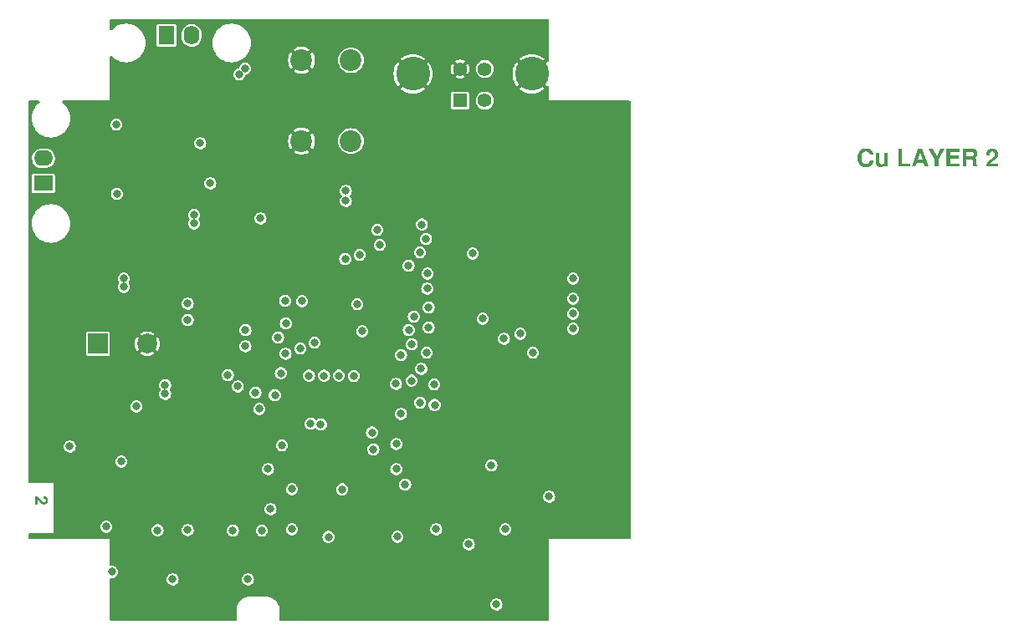
<source format=gbr>
%TF.GenerationSoftware,KiCad,Pcbnew,7.0.9-7.0.9~ubuntu22.04.1*%
%TF.CreationDate,2023-12-22T21:37:50-08:00*%
%TF.ProjectId,IMU-2X,494d552d-3258-42e6-9b69-6361645f7063,2*%
%TF.SameCoordinates,Original*%
%TF.FileFunction,Copper,L2,Inr*%
%TF.FilePolarity,Positive*%
%FSLAX46Y46*%
G04 Gerber Fmt 4.6, Leading zero omitted, Abs format (unit mm)*
G04 Created by KiCad (PCBNEW 7.0.9-7.0.9~ubuntu22.04.1) date 2023-12-22 21:37:50*
%MOMM*%
%LPD*%
G01*
G04 APERTURE LIST*
%ADD10C,0.300000*%
%TA.AperFunction,NonConductor*%
%ADD11C,0.300000*%
%TD*%
%TA.AperFunction,ComponentPad*%
%ADD12C,2.200000*%
%TD*%
%TA.AperFunction,ComponentPad*%
%ADD13R,1.600200X1.905000*%
%TD*%
%TA.AperFunction,ComponentPad*%
%ADD14O,1.600200X1.905000*%
%TD*%
%TA.AperFunction,ComponentPad*%
%ADD15R,1.400000X1.400000*%
%TD*%
%TA.AperFunction,ComponentPad*%
%ADD16C,1.400000*%
%TD*%
%TA.AperFunction,ComponentPad*%
%ADD17C,3.429000*%
%TD*%
%TA.AperFunction,ComponentPad*%
%ADD18R,1.905000X1.600200*%
%TD*%
%TA.AperFunction,ComponentPad*%
%ADD19O,1.905000X1.600200*%
%TD*%
%TA.AperFunction,ComponentPad*%
%ADD20R,2.000000X2.000000*%
%TD*%
%TA.AperFunction,ComponentPad*%
%ADD21C,2.000000*%
%TD*%
%TA.AperFunction,ViaPad*%
%ADD22C,0.812800*%
%TD*%
G04 APERTURE END LIST*
D10*
D11*
G36*
X214698400Y-85487224D02*
G01*
X214693760Y-85467053D01*
X214688631Y-85447521D01*
X214683015Y-85428630D01*
X214676911Y-85410380D01*
X214670320Y-85392770D01*
X214663240Y-85375800D01*
X214655673Y-85359471D01*
X214647619Y-85343781D01*
X214630046Y-85314324D01*
X214610523Y-85287429D01*
X214589049Y-85263095D01*
X214565624Y-85241322D01*
X214540249Y-85222111D01*
X214512922Y-85205462D01*
X214483645Y-85191374D01*
X214452417Y-85179847D01*
X214419238Y-85170882D01*
X214401917Y-85167360D01*
X214384109Y-85164478D01*
X214365813Y-85162237D01*
X214347028Y-85160636D01*
X214327757Y-85159675D01*
X214307997Y-85159355D01*
X214280532Y-85160020D01*
X214253830Y-85162015D01*
X214227891Y-85165340D01*
X214202716Y-85169995D01*
X214178303Y-85175979D01*
X214154655Y-85183294D01*
X214131769Y-85191938D01*
X214109647Y-85201913D01*
X214088289Y-85213217D01*
X214067693Y-85225852D01*
X214047861Y-85239816D01*
X214028793Y-85255110D01*
X214010488Y-85271734D01*
X213992946Y-85289689D01*
X213976167Y-85308973D01*
X213960152Y-85329586D01*
X213945007Y-85351330D01*
X213930839Y-85374112D01*
X213917648Y-85397932D01*
X213905435Y-85422790D01*
X213894198Y-85448687D01*
X213883939Y-85475621D01*
X213874656Y-85503594D01*
X213866351Y-85532605D01*
X213859023Y-85562654D01*
X213852672Y-85593741D01*
X213847298Y-85625866D01*
X213842901Y-85659030D01*
X213839481Y-85693232D01*
X213838137Y-85710722D01*
X213837038Y-85728471D01*
X213836183Y-85746481D01*
X213835573Y-85764749D01*
X213835206Y-85783278D01*
X213835084Y-85802065D01*
X213835202Y-85820557D01*
X213835557Y-85838795D01*
X213836149Y-85856778D01*
X213836977Y-85874506D01*
X213838042Y-85891980D01*
X213840882Y-85926165D01*
X213844668Y-85959332D01*
X213849401Y-85991481D01*
X213855080Y-86022612D01*
X213861706Y-86052726D01*
X213869279Y-86081821D01*
X213877798Y-86109899D01*
X213887263Y-86136959D01*
X213897675Y-86163001D01*
X213909034Y-86188026D01*
X213921339Y-86212033D01*
X213934591Y-86235021D01*
X213948790Y-86256992D01*
X213956244Y-86267596D01*
X213971818Y-86287895D01*
X213988142Y-86306884D01*
X214005215Y-86324563D01*
X214023039Y-86340933D01*
X214041612Y-86355993D01*
X214060935Y-86369743D01*
X214081008Y-86382184D01*
X214101831Y-86393316D01*
X214123403Y-86403137D01*
X214145725Y-86411650D01*
X214168797Y-86418852D01*
X214192619Y-86424745D01*
X214217190Y-86429329D01*
X214242512Y-86432603D01*
X214268583Y-86434567D01*
X214295404Y-86435222D01*
X214317007Y-86434851D01*
X214338063Y-86433736D01*
X214358574Y-86431879D01*
X214378538Y-86429278D01*
X214397956Y-86425935D01*
X214416828Y-86421848D01*
X214435154Y-86417019D01*
X214452933Y-86411446D01*
X214470166Y-86405131D01*
X214486853Y-86398072D01*
X214502994Y-86390271D01*
X214518588Y-86381726D01*
X214533636Y-86372439D01*
X214548138Y-86362408D01*
X214562094Y-86351635D01*
X214575504Y-86340118D01*
X214588299Y-86327918D01*
X214600413Y-86315094D01*
X214611845Y-86301645D01*
X214622594Y-86287572D01*
X214632662Y-86272875D01*
X214642048Y-86257554D01*
X214650752Y-86241608D01*
X214658774Y-86225038D01*
X214666114Y-86207844D01*
X214672772Y-86190026D01*
X214678748Y-86171583D01*
X214684043Y-86152516D01*
X214688655Y-86132825D01*
X214692585Y-86112510D01*
X214695834Y-86091570D01*
X214698400Y-86070006D01*
X215063616Y-86070006D01*
X215062316Y-86089422D01*
X215060639Y-86108586D01*
X215058587Y-86127498D01*
X215056159Y-86146158D01*
X215053356Y-86164567D01*
X215050176Y-86182723D01*
X215046621Y-86200628D01*
X215042690Y-86218280D01*
X215038384Y-86235681D01*
X215033701Y-86252830D01*
X215028643Y-86269726D01*
X215023209Y-86286371D01*
X215017400Y-86302764D01*
X215004654Y-86334795D01*
X214990404Y-86365817D01*
X214974652Y-86395833D01*
X214957397Y-86424840D01*
X214938639Y-86452840D01*
X214918378Y-86479832D01*
X214896613Y-86505817D01*
X214873346Y-86530794D01*
X214848576Y-86554763D01*
X214835628Y-86566370D01*
X214822391Y-86577671D01*
X214808899Y-86588614D01*
X214781148Y-86609423D01*
X214752376Y-86628797D01*
X214737608Y-86637946D01*
X214722584Y-86646736D01*
X214707304Y-86655167D01*
X214691769Y-86663239D01*
X214675979Y-86670953D01*
X214659934Y-86678308D01*
X214643634Y-86685304D01*
X214627078Y-86691942D01*
X214610267Y-86698220D01*
X214593200Y-86704140D01*
X214575878Y-86709701D01*
X214558301Y-86714903D01*
X214540469Y-86719747D01*
X214522381Y-86724231D01*
X214504038Y-86728357D01*
X214485440Y-86732124D01*
X214466586Y-86735533D01*
X214447477Y-86738582D01*
X214428113Y-86741273D01*
X214408494Y-86743605D01*
X214388619Y-86745579D01*
X214368489Y-86747193D01*
X214348104Y-86748449D01*
X214327463Y-86749346D01*
X214306567Y-86749884D01*
X214285416Y-86750063D01*
X214261820Y-86749813D01*
X214238532Y-86749062D01*
X214215551Y-86747811D01*
X214192877Y-86746060D01*
X214170510Y-86743808D01*
X214148450Y-86741056D01*
X214126696Y-86737803D01*
X214105250Y-86734050D01*
X214084111Y-86729796D01*
X214063280Y-86725042D01*
X214042755Y-86719788D01*
X214022537Y-86714033D01*
X214002626Y-86707778D01*
X213983022Y-86701022D01*
X213963725Y-86693766D01*
X213944736Y-86686009D01*
X213926053Y-86677752D01*
X213907677Y-86668995D01*
X213889609Y-86659737D01*
X213871847Y-86649979D01*
X213854393Y-86639720D01*
X213837245Y-86628961D01*
X213820405Y-86617702D01*
X213803871Y-86605942D01*
X213787645Y-86593682D01*
X213771726Y-86580921D01*
X213756113Y-86567660D01*
X213740808Y-86553898D01*
X213725810Y-86539636D01*
X213711119Y-86524874D01*
X213696735Y-86509611D01*
X213682657Y-86493848D01*
X213668951Y-86477654D01*
X213655681Y-86461101D01*
X213642845Y-86444189D01*
X213630444Y-86426917D01*
X213618478Y-86409285D01*
X213606948Y-86391294D01*
X213595853Y-86372943D01*
X213585192Y-86354232D01*
X213574967Y-86335162D01*
X213565177Y-86315732D01*
X213555822Y-86295942D01*
X213546903Y-86275793D01*
X213538418Y-86255284D01*
X213530368Y-86234416D01*
X213522754Y-86213188D01*
X213515575Y-86191600D01*
X213508830Y-86169653D01*
X213502521Y-86147346D01*
X213496647Y-86124679D01*
X213491208Y-86101653D01*
X213486204Y-86078267D01*
X213481636Y-86054522D01*
X213477502Y-86030417D01*
X213473804Y-86005952D01*
X213470540Y-85981128D01*
X213467712Y-85955944D01*
X213465319Y-85930401D01*
X213463361Y-85904497D01*
X213461838Y-85878235D01*
X213460750Y-85851612D01*
X213460098Y-85824630D01*
X213459880Y-85797289D01*
X213460100Y-85769785D01*
X213460759Y-85742644D01*
X213461857Y-85715865D01*
X213463395Y-85689449D01*
X213465372Y-85663394D01*
X213467789Y-85637702D01*
X213470644Y-85612372D01*
X213473939Y-85587403D01*
X213477674Y-85562798D01*
X213481848Y-85538554D01*
X213486461Y-85514672D01*
X213491514Y-85491153D01*
X213497005Y-85467996D01*
X213502937Y-85445201D01*
X213509307Y-85422768D01*
X213516117Y-85400697D01*
X213523367Y-85378989D01*
X213531055Y-85357642D01*
X213539183Y-85336658D01*
X213547751Y-85316036D01*
X213556757Y-85295776D01*
X213566204Y-85275879D01*
X213576089Y-85256343D01*
X213586414Y-85237170D01*
X213597178Y-85218359D01*
X213608381Y-85199910D01*
X213620024Y-85181823D01*
X213632106Y-85164098D01*
X213644628Y-85146736D01*
X213657589Y-85129735D01*
X213670989Y-85113097D01*
X213684829Y-85096821D01*
X213699071Y-85080978D01*
X213713626Y-85065637D01*
X213728493Y-85050800D01*
X213743672Y-85036465D01*
X213759163Y-85022634D01*
X213774966Y-85009305D01*
X213791081Y-84996479D01*
X213807508Y-84984157D01*
X213824248Y-84972337D01*
X213841299Y-84961020D01*
X213858663Y-84950207D01*
X213876339Y-84939896D01*
X213894327Y-84930088D01*
X213912627Y-84920783D01*
X213931240Y-84911981D01*
X213950164Y-84903682D01*
X213969401Y-84895886D01*
X213988949Y-84888593D01*
X214008810Y-84881803D01*
X214028983Y-84875516D01*
X214049468Y-84869732D01*
X214070265Y-84864451D01*
X214091374Y-84859673D01*
X214112796Y-84855398D01*
X214134529Y-84851625D01*
X214156575Y-84848356D01*
X214178933Y-84845590D01*
X214201603Y-84843326D01*
X214224585Y-84841566D01*
X214247879Y-84840309D01*
X214271485Y-84839554D01*
X214295404Y-84839303D01*
X214315456Y-84839471D01*
X214335281Y-84839978D01*
X214354879Y-84840822D01*
X214374250Y-84842003D01*
X214393393Y-84843522D01*
X214412309Y-84845379D01*
X214430997Y-84847573D01*
X214449459Y-84850105D01*
X214467693Y-84852974D01*
X214485699Y-84856181D01*
X214503479Y-84859726D01*
X214521031Y-84863608D01*
X214538356Y-84867828D01*
X214555453Y-84872385D01*
X214572323Y-84877280D01*
X214588966Y-84882512D01*
X214621570Y-84893989D01*
X214653264Y-84906817D01*
X214684049Y-84920995D01*
X214713925Y-84936523D01*
X214742892Y-84953402D01*
X214770950Y-84971631D01*
X214798098Y-84991210D01*
X214824337Y-85012140D01*
X214849465Y-85034199D01*
X214873171Y-85057276D01*
X214895456Y-85081371D01*
X214916319Y-85106483D01*
X214935761Y-85132614D01*
X214953782Y-85159762D01*
X214970380Y-85187928D01*
X214985557Y-85217112D01*
X214999313Y-85247314D01*
X215011647Y-85278533D01*
X215022560Y-85310771D01*
X215032051Y-85344026D01*
X215036263Y-85361035D01*
X215040120Y-85378299D01*
X215043622Y-85395817D01*
X215046768Y-85413589D01*
X215049559Y-85431616D01*
X215051995Y-85449898D01*
X215054075Y-85468434D01*
X215055800Y-85487224D01*
X214698400Y-85487224D01*
G37*
G36*
X216524914Y-86692741D02*
G01*
X216174897Y-86692741D01*
X216174897Y-86532497D01*
X216156317Y-86558843D01*
X216136838Y-86583489D01*
X216116460Y-86606436D01*
X216095183Y-86627682D01*
X216073007Y-86647229D01*
X216049931Y-86665077D01*
X216025957Y-86681224D01*
X216001083Y-86695672D01*
X215975311Y-86708420D01*
X215948639Y-86719468D01*
X215921068Y-86728817D01*
X215892599Y-86736465D01*
X215863230Y-86742415D01*
X215832962Y-86746664D01*
X215801795Y-86749213D01*
X215769729Y-86750063D01*
X215743234Y-86749585D01*
X215717489Y-86748150D01*
X215692493Y-86745758D01*
X215668247Y-86742409D01*
X215644751Y-86738104D01*
X215622005Y-86732842D01*
X215600008Y-86726623D01*
X215578762Y-86719448D01*
X215558265Y-86711315D01*
X215538518Y-86702226D01*
X215519520Y-86692181D01*
X215501273Y-86681178D01*
X215483775Y-86669219D01*
X215467027Y-86656303D01*
X215451029Y-86642430D01*
X215435780Y-86627601D01*
X215421372Y-86611901D01*
X215407893Y-86595418D01*
X215395343Y-86578151D01*
X215383723Y-86560100D01*
X215373033Y-86541266D01*
X215363272Y-86521647D01*
X215354441Y-86501245D01*
X215346539Y-86480060D01*
X215339567Y-86458090D01*
X215333525Y-86435337D01*
X215328412Y-86411801D01*
X215324229Y-86387480D01*
X215320975Y-86362376D01*
X215318651Y-86336488D01*
X215317257Y-86309817D01*
X215316792Y-86282361D01*
X215316792Y-85342180D01*
X215667243Y-85342180D01*
X215667243Y-86209839D01*
X215668122Y-86239235D01*
X215670758Y-86266735D01*
X215675151Y-86292337D01*
X215681302Y-86316044D01*
X215689211Y-86337854D01*
X215698876Y-86357767D01*
X215710300Y-86375784D01*
X215723480Y-86391904D01*
X215738418Y-86406128D01*
X215755114Y-86418455D01*
X215773566Y-86428886D01*
X215793777Y-86437421D01*
X215815744Y-86444058D01*
X215839469Y-86448800D01*
X215864952Y-86451644D01*
X215892192Y-86452593D01*
X215915688Y-86451955D01*
X215938298Y-86450043D01*
X215960023Y-86446856D01*
X215980863Y-86442394D01*
X216000817Y-86436658D01*
X216019886Y-86429646D01*
X216038069Y-86421360D01*
X216055366Y-86411799D01*
X216071778Y-86400963D01*
X216087305Y-86388853D01*
X216097164Y-86380071D01*
X216111056Y-86366053D01*
X216123581Y-86351195D01*
X216134740Y-86335498D01*
X216144533Y-86318962D01*
X216152959Y-86301585D01*
X216160019Y-86283369D01*
X216165712Y-86264313D01*
X216170039Y-86244417D01*
X216173000Y-86223682D01*
X216174594Y-86202107D01*
X216174897Y-86187257D01*
X216174897Y-85342180D01*
X216524914Y-85342180D01*
X216524914Y-86692741D01*
G37*
G36*
X217946259Y-84869267D02*
G01*
X217946259Y-86380071D01*
X218819130Y-86380071D01*
X218819130Y-86692741D01*
X217571055Y-86692741D01*
X217571055Y-84869267D01*
X217946259Y-84869267D01*
G37*
G36*
X220630009Y-86692741D02*
G01*
X220244818Y-86692741D01*
X220124961Y-86324919D01*
X219441864Y-86324919D01*
X219319401Y-86692741D01*
X218936815Y-86692741D01*
X219178447Y-86012249D01*
X219546956Y-86012249D01*
X220022040Y-86012249D01*
X219784498Y-85299622D01*
X219546956Y-86012249D01*
X219178447Y-86012249D01*
X219584302Y-84869267D01*
X219999893Y-84869267D01*
X220630009Y-86692741D01*
G37*
G36*
X221650964Y-86017460D02*
G01*
X221650964Y-86692741D01*
X221275760Y-86692741D01*
X221275760Y-86017460D01*
X220670396Y-84869267D01*
X221088158Y-84869267D01*
X221460756Y-85674826D01*
X221808167Y-84869267D01*
X222228534Y-84869267D01*
X221650964Y-86017460D01*
G37*
G36*
X222820436Y-85907157D02*
G01*
X222820436Y-86380071D01*
X223808386Y-86380071D01*
X223808386Y-86692741D01*
X222445232Y-86692741D01*
X222445232Y-84869267D01*
X223763223Y-84869267D01*
X223763223Y-85181937D01*
X222820436Y-85181937D01*
X222820436Y-85594487D01*
X223693306Y-85594487D01*
X223693306Y-85907157D01*
X222820436Y-85907157D01*
G37*
G36*
X225095988Y-84869453D02*
G01*
X225121487Y-84870433D01*
X225146299Y-84872252D01*
X225170423Y-84874911D01*
X225193861Y-84878410D01*
X225216611Y-84882749D01*
X225238675Y-84887927D01*
X225260051Y-84893944D01*
X225280740Y-84900802D01*
X225300743Y-84908499D01*
X225320058Y-84917036D01*
X225338591Y-84926178D01*
X225356246Y-84935855D01*
X225373024Y-84946066D01*
X225388923Y-84956812D01*
X225403945Y-84968092D01*
X225418088Y-84979906D01*
X225431354Y-84992254D01*
X225443742Y-85005137D01*
X225455252Y-85018554D01*
X225465884Y-85032506D01*
X225472485Y-85042104D01*
X225484848Y-85061456D01*
X225496315Y-85080862D01*
X225506887Y-85100322D01*
X225516563Y-85119837D01*
X225525343Y-85139406D01*
X225533228Y-85159029D01*
X225540216Y-85178707D01*
X225546310Y-85198439D01*
X225551602Y-85218191D01*
X225556189Y-85238147D01*
X225560070Y-85258306D01*
X225563246Y-85278669D01*
X225565716Y-85299236D01*
X225567480Y-85320006D01*
X225568539Y-85340979D01*
X225568891Y-85362156D01*
X225568591Y-85382579D01*
X225567689Y-85402590D01*
X225566185Y-85422192D01*
X225564081Y-85441382D01*
X225561375Y-85460162D01*
X225558067Y-85478532D01*
X225554158Y-85496491D01*
X225549648Y-85514040D01*
X225544537Y-85531178D01*
X225538824Y-85547906D01*
X225532510Y-85564223D01*
X225518077Y-85595626D01*
X225501239Y-85625386D01*
X225481996Y-85653505D01*
X225460347Y-85679981D01*
X225436293Y-85704816D01*
X225423364Y-85716617D01*
X225409833Y-85728008D01*
X225395702Y-85738989D01*
X225380968Y-85749559D01*
X225365634Y-85759718D01*
X225349698Y-85769467D01*
X225333161Y-85778805D01*
X225316022Y-85787733D01*
X225298282Y-85796250D01*
X225279941Y-85804357D01*
X225260998Y-85812054D01*
X225277385Y-85818825D01*
X225296323Y-85826794D01*
X225313543Y-85834211D01*
X225331940Y-85842384D01*
X225347863Y-85849763D01*
X225361313Y-85856348D01*
X225377653Y-85865739D01*
X225392038Y-85876183D01*
X225406507Y-85888704D01*
X225418975Y-85901091D01*
X225427321Y-85910197D01*
X225439230Y-85923943D01*
X225451116Y-85939323D01*
X225460841Y-85953997D01*
X225469309Y-85969902D01*
X225472485Y-85977508D01*
X225478130Y-85995611D01*
X225482364Y-86013286D01*
X225485893Y-86030696D01*
X225489421Y-86050546D01*
X225492244Y-86068181D01*
X225495067Y-86087377D01*
X225497747Y-86107319D01*
X225500142Y-86127193D01*
X225502252Y-86147000D01*
X225504078Y-86166738D01*
X225505618Y-86186409D01*
X225506873Y-86206012D01*
X225507843Y-86225547D01*
X225508529Y-86245015D01*
X225509180Y-86265615D01*
X225509832Y-86288549D01*
X225510320Y-86307282D01*
X225510809Y-86327328D01*
X225511297Y-86348687D01*
X225511786Y-86371358D01*
X225512274Y-86395343D01*
X225512763Y-86420640D01*
X225513089Y-86438235D01*
X225513414Y-86456413D01*
X225513740Y-86475174D01*
X225514446Y-86494349D01*
X225516564Y-86512462D01*
X225520095Y-86529514D01*
X225526999Y-86550599D01*
X225536414Y-86569798D01*
X225548339Y-86587111D01*
X225562775Y-86602538D01*
X225579721Y-86616078D01*
X225594079Y-86624995D01*
X225594079Y-86692741D01*
X225191082Y-86692741D01*
X225182763Y-86676537D01*
X225175177Y-86660496D01*
X225166725Y-86640675D01*
X225159418Y-86621107D01*
X225153256Y-86601794D01*
X225148239Y-86582736D01*
X225145050Y-86567673D01*
X225141797Y-86547291D01*
X225139592Y-86528604D01*
X225137740Y-86507800D01*
X225136240Y-86484879D01*
X225135347Y-86466299D01*
X225134652Y-86446528D01*
X225134156Y-86425566D01*
X225133858Y-86403414D01*
X225133759Y-86380071D01*
X225133793Y-86361798D01*
X225133931Y-86340388D01*
X225134175Y-86320568D01*
X225134525Y-86302339D01*
X225135084Y-86282563D01*
X225135797Y-86265077D01*
X225135930Y-86262385D01*
X225136946Y-86244244D01*
X225137801Y-86224682D01*
X225138330Y-86206368D01*
X225138536Y-86187257D01*
X225138051Y-86166319D01*
X225136597Y-86146494D01*
X225134173Y-86127785D01*
X225130780Y-86110189D01*
X225124748Y-86088462D01*
X225116993Y-86068717D01*
X225107513Y-86050953D01*
X225096311Y-86035170D01*
X225083385Y-86021369D01*
X225068647Y-86009257D01*
X225051792Y-85998760D01*
X225032820Y-85989878D01*
X225011731Y-85982611D01*
X224994525Y-85978220D01*
X224976128Y-85974738D01*
X224956541Y-85972164D01*
X224935762Y-85970499D01*
X224913793Y-85969742D01*
X224906205Y-85969691D01*
X224475850Y-85969691D01*
X224475850Y-86692741D01*
X224100646Y-86692741D01*
X224100646Y-85181937D01*
X224475850Y-85181937D01*
X224475850Y-85657021D01*
X224928352Y-85657021D01*
X224952680Y-85656605D01*
X224975833Y-85655357D01*
X224997810Y-85653277D01*
X225018611Y-85650365D01*
X225038237Y-85646621D01*
X225056688Y-85642044D01*
X225073962Y-85636636D01*
X225095167Y-85628131D01*
X225114281Y-85618146D01*
X225127245Y-85609687D01*
X225142818Y-85596191D01*
X225156314Y-85579587D01*
X225167734Y-85559875D01*
X225174936Y-85543052D01*
X225180970Y-85524481D01*
X225185836Y-85504162D01*
X225189535Y-85482094D01*
X225192065Y-85458279D01*
X225193428Y-85432716D01*
X225193688Y-85414702D01*
X225193115Y-85389230D01*
X225191398Y-85365415D01*
X225188535Y-85343256D01*
X225184527Y-85322754D01*
X225179375Y-85303908D01*
X225173077Y-85286718D01*
X225162899Y-85266376D01*
X225150685Y-85248978D01*
X225136436Y-85234525D01*
X225128548Y-85228403D01*
X225111171Y-85217513D01*
X225091608Y-85208074D01*
X225069861Y-85200088D01*
X225052117Y-85195051D01*
X225033144Y-85190831D01*
X225012942Y-85187427D01*
X224991511Y-85184841D01*
X224968850Y-85183071D01*
X224944961Y-85182118D01*
X224928352Y-85181937D01*
X224475850Y-85181937D01*
X224100646Y-85181937D01*
X224100646Y-84869267D01*
X225078608Y-84869267D01*
X225095988Y-84869453D01*
G37*
G36*
X227675939Y-85444666D02*
G01*
X227675690Y-85463016D01*
X227674942Y-85481151D01*
X227673695Y-85499073D01*
X227671950Y-85516781D01*
X227669705Y-85534276D01*
X227666962Y-85551556D01*
X227663721Y-85568623D01*
X227657923Y-85593823D01*
X227651003Y-85618542D01*
X227642961Y-85642779D01*
X227633797Y-85666536D01*
X227623511Y-85689812D01*
X227612103Y-85712607D01*
X227599913Y-85734741D01*
X227587121Y-85756195D01*
X227573725Y-85776969D01*
X227559726Y-85797065D01*
X227545125Y-85816481D01*
X227529920Y-85835217D01*
X227514112Y-85853274D01*
X227497701Y-85870652D01*
X227480687Y-85887350D01*
X227463070Y-85903369D01*
X227450991Y-85913671D01*
X227432628Y-85928791D01*
X227414182Y-85943697D01*
X227395651Y-85958389D01*
X227377037Y-85972867D01*
X227358339Y-85987131D01*
X227339556Y-86001182D01*
X227320690Y-86015019D01*
X227301740Y-86028643D01*
X227282705Y-86042052D01*
X227263587Y-86055248D01*
X227250795Y-86063927D01*
X227231644Y-86076902D01*
X227212622Y-86090099D01*
X227193731Y-86103518D01*
X227174969Y-86117158D01*
X227156336Y-86131019D01*
X227137834Y-86145102D01*
X227119461Y-86159406D01*
X227101218Y-86173931D01*
X227083105Y-86188678D01*
X227065122Y-86203646D01*
X227053205Y-86213748D01*
X227035858Y-86229008D01*
X227019480Y-86244338D01*
X227004072Y-86259736D01*
X226989633Y-86275203D01*
X226976164Y-86290738D01*
X226963664Y-86306342D01*
X226952133Y-86322015D01*
X226941572Y-86337757D01*
X226931981Y-86353567D01*
X226923359Y-86369446D01*
X226918149Y-86380071D01*
X227668557Y-86380071D01*
X227668557Y-86692741D01*
X226463041Y-86692741D01*
X226464901Y-86662520D01*
X226467336Y-86633090D01*
X226470343Y-86604451D01*
X226473924Y-86576602D01*
X226478079Y-86549544D01*
X226482806Y-86523276D01*
X226488107Y-86497798D01*
X226493982Y-86473112D01*
X226500430Y-86449215D01*
X226507451Y-86426109D01*
X226515045Y-86403794D01*
X226523213Y-86382269D01*
X226531955Y-86361535D01*
X226541269Y-86341591D01*
X226551157Y-86322437D01*
X226561618Y-86304074D01*
X226572962Y-86286000D01*
X226585388Y-86267820D01*
X226598896Y-86249535D01*
X226613486Y-86231145D01*
X226629158Y-86212650D01*
X226645913Y-86194050D01*
X226663750Y-86175344D01*
X226682670Y-86156533D01*
X226702671Y-86137617D01*
X226723755Y-86118596D01*
X226745921Y-86099470D01*
X226769169Y-86080239D01*
X226793500Y-86060902D01*
X226818913Y-86041460D01*
X226845408Y-86021913D01*
X226872986Y-86002261D01*
X226891071Y-85989554D01*
X226908741Y-85977055D01*
X226925995Y-85964764D01*
X226942834Y-85952680D01*
X226959257Y-85940805D01*
X226975265Y-85929137D01*
X226990857Y-85917677D01*
X227006033Y-85906424D01*
X227020794Y-85895380D01*
X227035139Y-85884543D01*
X227049069Y-85873915D01*
X227075681Y-85853280D01*
X227100631Y-85833477D01*
X227123918Y-85814505D01*
X227145543Y-85796364D01*
X227165506Y-85779055D01*
X227183806Y-85762577D01*
X227200443Y-85746930D01*
X227215419Y-85732114D01*
X227228732Y-85718129D01*
X227240382Y-85704976D01*
X227245584Y-85698711D01*
X227259941Y-85679718D01*
X227272887Y-85659871D01*
X227284420Y-85639169D01*
X227294540Y-85617612D01*
X227303249Y-85595200D01*
X227310545Y-85571933D01*
X227316430Y-85547811D01*
X227320902Y-85522834D01*
X227323961Y-85497002D01*
X227325217Y-85479306D01*
X227325844Y-85461229D01*
X227325923Y-85452049D01*
X227325339Y-85427707D01*
X227323587Y-85404349D01*
X227320667Y-85381977D01*
X227316579Y-85360589D01*
X227311324Y-85340186D01*
X227304900Y-85320767D01*
X227297308Y-85302333D01*
X227288549Y-85284884D01*
X227278621Y-85268420D01*
X227267526Y-85252941D01*
X227259480Y-85243168D01*
X227246650Y-85229509D01*
X227232911Y-85217194D01*
X227218263Y-85206222D01*
X227202707Y-85196593D01*
X227186243Y-85188308D01*
X227168870Y-85181367D01*
X227150589Y-85175769D01*
X227131400Y-85171514D01*
X227111302Y-85168604D01*
X227090296Y-85167036D01*
X227075787Y-85166738D01*
X227053783Y-85167467D01*
X227032718Y-85169654D01*
X227012593Y-85173299D01*
X226993406Y-85178402D01*
X226975158Y-85184963D01*
X226957849Y-85192982D01*
X226941478Y-85202459D01*
X226926047Y-85213394D01*
X226911555Y-85225787D01*
X226898002Y-85239638D01*
X226889488Y-85249682D01*
X226877614Y-85265721D01*
X226866908Y-85282898D01*
X226857370Y-85301212D01*
X226848999Y-85320664D01*
X226841797Y-85341253D01*
X226835763Y-85362979D01*
X226830896Y-85385843D01*
X226827198Y-85409844D01*
X226824667Y-85434982D01*
X226823629Y-85452373D01*
X226823110Y-85470270D01*
X226823045Y-85479407D01*
X226823045Y-85537165D01*
X226487794Y-85537165D01*
X226486649Y-85519302D01*
X226485981Y-85501921D01*
X226485656Y-85483302D01*
X226485622Y-85474631D01*
X226485772Y-85457245D01*
X226486973Y-85423200D01*
X226489375Y-85390121D01*
X226492979Y-85358009D01*
X226497783Y-85326864D01*
X226503788Y-85296686D01*
X226510994Y-85267475D01*
X226519401Y-85239231D01*
X226529009Y-85211954D01*
X226539818Y-85185644D01*
X226551828Y-85160300D01*
X226565039Y-85135924D01*
X226579451Y-85112514D01*
X226595064Y-85090072D01*
X226611879Y-85068596D01*
X226629894Y-85048087D01*
X226639352Y-85038195D01*
X226659043Y-85019264D01*
X226679684Y-85001554D01*
X226701275Y-84985066D01*
X226723816Y-84969799D01*
X226747307Y-84955753D01*
X226771748Y-84942929D01*
X226797139Y-84931326D01*
X226823480Y-84920944D01*
X226850770Y-84911784D01*
X226879011Y-84903845D01*
X226908202Y-84897128D01*
X226938342Y-84891631D01*
X226969433Y-84887357D01*
X227001473Y-84884303D01*
X227034464Y-84882471D01*
X227068404Y-84881861D01*
X227085797Y-84882009D01*
X227119900Y-84883200D01*
X227153094Y-84885582D01*
X227185379Y-84889154D01*
X227216755Y-84893918D01*
X227247221Y-84899872D01*
X227276778Y-84907017D01*
X227305426Y-84915353D01*
X227333164Y-84924879D01*
X227359994Y-84935597D01*
X227385914Y-84947505D01*
X227410925Y-84960604D01*
X227435026Y-84974894D01*
X227458219Y-84990375D01*
X227480502Y-85007047D01*
X227501876Y-85024909D01*
X227512222Y-85034287D01*
X227532047Y-85053753D01*
X227550593Y-85074043D01*
X227567860Y-85095157D01*
X227583848Y-85117096D01*
X227598557Y-85139859D01*
X227611987Y-85163447D01*
X227624138Y-85187859D01*
X227635010Y-85213095D01*
X227644603Y-85239156D01*
X227652917Y-85266041D01*
X227659951Y-85293751D01*
X227665707Y-85322285D01*
X227670184Y-85351644D01*
X227673381Y-85381827D01*
X227675300Y-85412835D01*
X227675939Y-85444666D01*
G37*
D10*
D11*
G36*
X131110117Y-120935018D02*
G01*
X131097010Y-120934840D01*
X131084056Y-120934306D01*
X131071255Y-120933415D01*
X131058606Y-120932168D01*
X131046110Y-120930565D01*
X131033767Y-120928606D01*
X131021576Y-120926291D01*
X131003577Y-120922149D01*
X130985920Y-120917207D01*
X130968608Y-120911463D01*
X130951639Y-120904917D01*
X130935013Y-120897569D01*
X130918731Y-120889421D01*
X130902921Y-120880714D01*
X130887597Y-120871576D01*
X130872758Y-120862008D01*
X130858404Y-120852009D01*
X130844535Y-120841579D01*
X130831152Y-120830719D01*
X130818254Y-120819427D01*
X130805842Y-120807705D01*
X130793914Y-120795553D01*
X130782472Y-120782969D01*
X130775114Y-120774341D01*
X130764314Y-120761225D01*
X130753667Y-120748049D01*
X130743173Y-120734813D01*
X130732831Y-120721517D01*
X130722642Y-120708161D01*
X130712606Y-120694745D01*
X130702722Y-120681269D01*
X130692991Y-120667733D01*
X130683413Y-120654137D01*
X130673987Y-120640481D01*
X130667788Y-120631344D01*
X130658520Y-120617664D01*
X130649093Y-120604078D01*
X130639509Y-120590583D01*
X130629766Y-120577182D01*
X130619865Y-120563873D01*
X130609806Y-120550657D01*
X130599589Y-120537534D01*
X130589214Y-120524503D01*
X130578680Y-120511565D01*
X130567989Y-120498720D01*
X130560773Y-120490208D01*
X130549873Y-120477817D01*
X130538923Y-120466119D01*
X130527925Y-120455113D01*
X130516877Y-120444799D01*
X130505780Y-120435178D01*
X130494634Y-120426250D01*
X130483439Y-120418014D01*
X130472195Y-120410470D01*
X130460902Y-120403619D01*
X130449560Y-120397461D01*
X130441971Y-120393740D01*
X130441971Y-120929745D01*
X130218636Y-120929745D01*
X130218636Y-120068662D01*
X130240221Y-120069991D01*
X130261243Y-120071730D01*
X130281699Y-120073878D01*
X130301592Y-120076436D01*
X130320919Y-120079404D01*
X130339682Y-120082781D01*
X130357880Y-120086567D01*
X130375513Y-120090763D01*
X130392582Y-120095369D01*
X130409086Y-120100384D01*
X130425026Y-120105808D01*
X130440401Y-120111643D01*
X130455211Y-120117886D01*
X130469457Y-120124540D01*
X130483138Y-120131602D01*
X130496254Y-120139075D01*
X130509165Y-120147177D01*
X130522150Y-120156053D01*
X130535211Y-120165701D01*
X130548346Y-120176123D01*
X130561557Y-120187318D01*
X130574843Y-120199285D01*
X130588204Y-120212026D01*
X130601641Y-120225540D01*
X130615152Y-120239827D01*
X130628739Y-120254887D01*
X130642400Y-120270720D01*
X130656137Y-120287326D01*
X130669949Y-120304705D01*
X130683836Y-120322857D01*
X130697798Y-120341782D01*
X130711835Y-120361480D01*
X130720911Y-120374398D01*
X130729839Y-120387020D01*
X130738619Y-120399344D01*
X130747250Y-120411372D01*
X130755732Y-120423103D01*
X130764067Y-120434537D01*
X130772252Y-120445674D01*
X130780290Y-120456514D01*
X130788179Y-120467057D01*
X130795919Y-120477304D01*
X130803511Y-120487253D01*
X130818250Y-120506262D01*
X130832395Y-120524084D01*
X130845946Y-120540717D01*
X130858904Y-120556164D01*
X130871268Y-120570423D01*
X130883038Y-120583494D01*
X130894215Y-120595378D01*
X130904797Y-120606075D01*
X130914786Y-120615584D01*
X130924182Y-120623906D01*
X130928657Y-120627622D01*
X130942223Y-120637877D01*
X130956399Y-120647124D01*
X130971187Y-120655361D01*
X130986584Y-120662591D01*
X131002593Y-120668811D01*
X131019212Y-120674023D01*
X131036442Y-120678226D01*
X131054283Y-120681420D01*
X131072734Y-120683605D01*
X131085375Y-120684502D01*
X131098286Y-120684950D01*
X131104844Y-120685006D01*
X131122231Y-120684589D01*
X131138915Y-120683338D01*
X131154895Y-120681252D01*
X131170172Y-120678333D01*
X131184746Y-120674579D01*
X131198616Y-120669990D01*
X131211783Y-120664568D01*
X131224247Y-120658311D01*
X131236007Y-120651220D01*
X131247064Y-120643295D01*
X131254044Y-120637548D01*
X131263801Y-120628383D01*
X131272598Y-120618569D01*
X131280435Y-120608107D01*
X131287312Y-120596995D01*
X131293230Y-120585235D01*
X131298188Y-120572826D01*
X131302187Y-120559768D01*
X131305226Y-120546061D01*
X131307305Y-120531706D01*
X131308424Y-120516701D01*
X131308638Y-120506338D01*
X131308117Y-120490621D01*
X131306555Y-120475575D01*
X131303951Y-120461199D01*
X131300306Y-120447494D01*
X131295620Y-120434460D01*
X131289892Y-120422096D01*
X131283122Y-120410403D01*
X131275312Y-120399381D01*
X131266460Y-120389029D01*
X131256566Y-120379349D01*
X131249392Y-120373267D01*
X131237935Y-120364786D01*
X131225666Y-120357139D01*
X131212584Y-120350326D01*
X131198690Y-120344347D01*
X131183984Y-120339202D01*
X131168465Y-120334892D01*
X131152134Y-120331416D01*
X131134990Y-120328774D01*
X131117034Y-120326967D01*
X131104612Y-120326225D01*
X131091829Y-120325855D01*
X131085302Y-120325808D01*
X131044047Y-120325808D01*
X131044047Y-120086343D01*
X131056806Y-120085525D01*
X131069221Y-120085048D01*
X131082520Y-120084816D01*
X131088714Y-120084792D01*
X131101132Y-120084899D01*
X131125450Y-120085757D01*
X131149078Y-120087473D01*
X131172015Y-120090046D01*
X131194261Y-120093478D01*
X131215817Y-120097767D01*
X131236682Y-120102914D01*
X131256856Y-120108919D01*
X131276340Y-120115782D01*
X131295133Y-120123503D01*
X131313236Y-120132082D01*
X131330647Y-120141518D01*
X131347368Y-120151813D01*
X131363399Y-120162965D01*
X131378739Y-120174975D01*
X131393388Y-120187843D01*
X131400453Y-120194599D01*
X131413976Y-120208664D01*
X131426626Y-120223407D01*
X131438403Y-120238830D01*
X131449308Y-120254930D01*
X131459341Y-120271709D01*
X131468501Y-120289167D01*
X131476789Y-120307304D01*
X131484204Y-120326118D01*
X131490747Y-120345612D01*
X131496418Y-120365784D01*
X131501216Y-120386634D01*
X131505142Y-120408163D01*
X131508195Y-120430371D01*
X131510376Y-120453257D01*
X131511685Y-120476822D01*
X131512121Y-120501065D01*
X131512015Y-120513488D01*
X131511164Y-120537848D01*
X131509463Y-120561558D01*
X131506911Y-120584618D01*
X131503509Y-120607029D01*
X131499256Y-120628791D01*
X131494152Y-120649903D01*
X131488198Y-120670366D01*
X131481393Y-120690179D01*
X131473738Y-120709343D01*
X131465232Y-120727857D01*
X131455876Y-120745722D01*
X131445668Y-120762938D01*
X131434611Y-120779504D01*
X131422702Y-120795420D01*
X131409943Y-120810687D01*
X131403245Y-120818077D01*
X131389341Y-120832238D01*
X131374848Y-120845485D01*
X131359767Y-120857819D01*
X131344096Y-120869239D01*
X131327837Y-120879745D01*
X131310988Y-120889338D01*
X131293551Y-120898017D01*
X131275525Y-120905783D01*
X131256910Y-120912635D01*
X131237706Y-120918574D01*
X131217914Y-120923598D01*
X131197532Y-120927710D01*
X131176562Y-120930907D01*
X131155002Y-120933191D01*
X131132854Y-120934562D01*
X131110117Y-120935018D01*
G37*
D12*
%TO.N,/V_{BAT}*%
%TO.C,J2*%
X162178500Y-75910500D03*
%TO.N,GND*%
X157178500Y-75910500D03*
%TO.N,/V_{BAT}*%
X162178500Y-84110500D03*
%TO.N,GND*%
X157178500Y-84110500D03*
%TD*%
D13*
%TO.N,/CAN_L*%
%TO.C,J1*%
X143510000Y-73406000D03*
D14*
%TO.N,/CAN_H*%
X146050000Y-73406000D03*
%TD*%
D15*
%TO.N,Net-(J3-VBUS)*%
%TO.C,J3*%
X173228000Y-80010000D03*
D16*
%TO.N,/USB_D-*%
X175728000Y-80010000D03*
%TO.N,/USB_D+*%
X175728000Y-76810000D03*
%TO.N,GND*%
X173228000Y-76810000D03*
D17*
X180498000Y-77300000D03*
X168458000Y-77300000D03*
%TD*%
D18*
%TO.N,/CAN_L*%
%TO.C,J4*%
X131064000Y-88392000D03*
D19*
%TO.N,/CAN_H*%
X131064000Y-85852000D03*
%TD*%
D20*
%TO.N,/Power Supply/V_{BAT_MON}*%
%TO.C,C5*%
X136570323Y-104648000D03*
D21*
%TO.N,GND*%
X141570323Y-104648000D03*
%TD*%
D22*
%TO.N,+3V3*%
X169895020Y-99060000D03*
X161290000Y-119400900D03*
X145669000Y-102235000D03*
X170815000Y-123444000D03*
X145669000Y-100584000D03*
X151765000Y-128524000D03*
X184658000Y-101600000D03*
X161671000Y-90170000D03*
X184658000Y-103124000D03*
X155524200Y-100304600D03*
X160959800Y-107873800D03*
X162814000Y-100634800D03*
X152908000Y-111252000D03*
X161671000Y-89154000D03*
X167670000Y-118900000D03*
X155092400Y-107619800D03*
X177800000Y-123444000D03*
X138016480Y-127762000D03*
X143383000Y-109728000D03*
X176911000Y-131064000D03*
X138430000Y-82423000D03*
X138500000Y-89450000D03*
X143383000Y-108839000D03*
X182245000Y-120142000D03*
X144145000Y-128524000D03*
X169926000Y-97536000D03*
X162483800Y-107899200D03*
%TO.N,GND*%
X144170400Y-123571000D03*
X143129000Y-84836000D03*
X143891000Y-112268000D03*
X173990000Y-101092000D03*
X162788600Y-106400600D03*
X169799000Y-131064000D03*
X168910000Y-84709000D03*
X173736000Y-92583000D03*
X180975000Y-92583000D03*
X170815000Y-124968000D03*
X175420000Y-108990000D03*
X138938000Y-110998000D03*
X173294877Y-115473980D03*
X162788600Y-104876600D03*
X168148000Y-115473980D03*
X174000900Y-107548920D03*
X180594000Y-100076000D03*
X158115000Y-92964000D03*
X180594000Y-96012000D03*
X178880000Y-113820000D03*
X133731000Y-116586000D03*
X143891000Y-114300000D03*
X175420000Y-110998000D03*
X171958000Y-115473980D03*
X170688000Y-120523000D03*
X149606000Y-100584000D03*
X151358600Y-107619800D03*
X160985200Y-111655772D03*
X150020480Y-128524000D03*
X166598600Y-100330000D03*
X182190000Y-115470000D03*
X180594000Y-98044000D03*
X155244800Y-92964000D03*
X182200000Y-111570000D03*
X152908000Y-115951000D03*
X141224000Y-81407000D03*
X162509200Y-111709200D03*
X136652000Y-120142000D03*
X173990000Y-97282000D03*
X177800000Y-124968000D03*
X149504753Y-105892953D03*
X151384000Y-99314000D03*
X145669000Y-128524000D03*
X151765000Y-123571000D03*
X180594000Y-102362000D03*
X173990000Y-98806000D03*
X166573200Y-99085400D03*
X178860000Y-118950000D03*
X174117000Y-103505000D03*
X180594000Y-107569000D03*
X146304000Y-98044000D03*
X155448000Y-96520000D03*
X159370000Y-119354600D03*
X158267400Y-106654600D03*
%TO.N,+5V*%
X146939000Y-84328000D03*
X147955000Y-88392000D03*
%TO.N,/V_{BAT}*%
X151474497Y-76744503D03*
X150876000Y-77343000D03*
X146304000Y-92456000D03*
X146304000Y-91567000D03*
%TO.N,/Power Supply/V_{BAT_MON}*%
X133731000Y-115062000D03*
X139192000Y-98044000D03*
X138938000Y-116586000D03*
X139192000Y-98890403D03*
%TO.N,Net-(D4-KA)*%
X137414000Y-123190000D03*
%TO.N,/T_SWDIO*%
X152527000Y-109601000D03*
X159901910Y-124214910D03*
X158496000Y-104521000D03*
%TO.N,/T_SWCLK*%
X157061502Y-105118502D03*
X150718020Y-108966000D03*
%TO.N,/~{T_NRST}*%
X156210000Y-119380000D03*
X156209486Y-123444000D03*
X155591490Y-102599510D03*
X155194000Y-114935000D03*
%TO.N,/T_VCP_RX*%
X153797000Y-117348000D03*
X159132678Y-112826193D03*
%TO.N,/T_VCP_TX*%
X154051000Y-121412000D03*
X158115000Y-112744520D03*
%TO.N,/SCK_TDK*%
X170650000Y-110850000D03*
%TO.N,/~{CS_TDK}*%
X170612037Y-108763037D03*
%TO.N,/TDK_PWR_EN*%
X169291353Y-107188353D03*
%TO.N,/LED1_RED*%
X142621000Y-123545600D03*
X154813000Y-104013000D03*
%TO.N,/LED1_GRN*%
X151511000Y-103275900D03*
X145669000Y-123520200D03*
%TO.N,/LED2_RED*%
X149733000Y-107823000D03*
X153162000Y-123571000D03*
%TO.N,/LED2_GRN*%
X151511000Y-104902000D03*
X150241000Y-123571000D03*
%TO.N,/MOSI_TDK*%
X169174008Y-110606992D03*
%TO.N,/MISO_TDK*%
X164320000Y-113639600D03*
%TO.N,/INT_TDK*%
X155569004Y-105652177D03*
%TO.N,/FSYNC_TDK*%
X168325800Y-108387380D03*
%TO.N,/MOSI_DUE*%
X164846000Y-93091000D03*
X169350000Y-92552020D03*
%TO.N,/~{CS_DUE}*%
X169775000Y-94025000D03*
X165100000Y-94615000D03*
%TO.N,/SCK_DUE*%
X169164000Y-95377000D03*
X163068000Y-95631000D03*
%TO.N,/MISO_DUE*%
X161598590Y-96066590D03*
X168021000Y-96743520D03*
%TO.N,/~{RESET_UNO}*%
X169849300Y-105537000D03*
X154482300Y-109855000D03*
%TO.N,/MOSI_UNO*%
X168029910Y-103259910D03*
X175514000Y-102108000D03*
%TO.N,/~{CS_UNO}*%
X180594000Y-105537000D03*
X166751000Y-108712000D03*
%TO.N,/SCK_UNO*%
X177673000Y-104140000D03*
X168329590Y-104702590D03*
%TO.N,/MISO_UNO*%
X179324000Y-103632000D03*
X167250090Y-105782090D03*
%TO.N,/~{RESET_DUE}*%
X168550000Y-101900000D03*
X174498000Y-95504000D03*
%TO.N,/~{CS_TDK_ST}*%
X176403000Y-116967000D03*
X164456090Y-115345980D03*
%TO.N,/MOSI_TDK_ST*%
X166770000Y-117346480D03*
X166770000Y-114800000D03*
%TO.N,Net-(U3-VOUT)*%
X153035000Y-91948000D03*
%TO.N,Net-(U12-VDD)*%
X167246210Y-111747210D03*
%TO.N,Net-(U4-VDDA-DUE)*%
X184658000Y-98044000D03*
%TO.N,Net-(U6-PB8{slash}BOOT0)*%
X157226000Y-100330000D03*
%TO.N,Net-(U4-VDDD-UNO)*%
X184658000Y-100076000D03*
%TO.N,Net-(U4-VDDD-DUE)*%
X170053000Y-100965000D03*
%TO.N,Net-(U4-VDDA-UNO)*%
X170053000Y-102997000D03*
%TO.N,Net-(U6-PA8{slash}ADC5_IN1)*%
X163322000Y-103378000D03*
%TO.N,Net-(U6-VREF+{slash}VREFBUF_OUT)*%
X157937200Y-107873800D03*
X159461200Y-107873800D03*
%TO.N,Net-(C39-Pad2)*%
X174117000Y-124968000D03*
%TO.N,Net-(C40-Pad1)*%
X166878000Y-124206000D03*
%TO.N,Net-(U7-FB)*%
X140462000Y-110998000D03*
%TD*%
%TA.AperFunction,Conductor*%
%TO.N,GND*%
G36*
X182188039Y-71774685D02*
G01*
X182233794Y-71827489D01*
X182245000Y-71879000D01*
X182245000Y-75976371D01*
X182225315Y-76043410D01*
X182172511Y-76089165D01*
X182103353Y-76099109D01*
X182039797Y-76070084D01*
X182021733Y-76050682D01*
X182019589Y-76047818D01*
X182019588Y-76047817D01*
X181436383Y-76631022D01*
X181419652Y-76604001D01*
X181276069Y-76446499D01*
X181165552Y-76363039D01*
X181750181Y-75778410D01*
X181750181Y-75778409D01*
X181564972Y-75639764D01*
X181564964Y-75639759D01*
X181317838Y-75504818D01*
X181317834Y-75504816D01*
X181054000Y-75406412D01*
X180778870Y-75346561D01*
X180778863Y-75346560D01*
X180498001Y-75326472D01*
X180497999Y-75326472D01*
X180217136Y-75346560D01*
X180217129Y-75346561D01*
X179941999Y-75406412D01*
X179678165Y-75504816D01*
X179678161Y-75504818D01*
X179431035Y-75639759D01*
X179431027Y-75639764D01*
X179245817Y-75778409D01*
X179830447Y-76363039D01*
X179719931Y-76446499D01*
X179576348Y-76604001D01*
X179559616Y-76631024D01*
X178976409Y-76047817D01*
X178837764Y-76233027D01*
X178837759Y-76233035D01*
X178702818Y-76480161D01*
X178702816Y-76480165D01*
X178604412Y-76743999D01*
X178544561Y-77019129D01*
X178544560Y-77019136D01*
X178524472Y-77299998D01*
X178524472Y-77300001D01*
X178544560Y-77580863D01*
X178544561Y-77580870D01*
X178604412Y-77856000D01*
X178702816Y-78119834D01*
X178702818Y-78119838D01*
X178837759Y-78366964D01*
X178837764Y-78366972D01*
X178976409Y-78552181D01*
X178976410Y-78552181D01*
X179559615Y-77968975D01*
X179576348Y-77995999D01*
X179719931Y-78153501D01*
X179830446Y-78236959D01*
X179245817Y-78821588D01*
X179245818Y-78821589D01*
X179431027Y-78960235D01*
X179431035Y-78960240D01*
X179678161Y-79095181D01*
X179678165Y-79095183D01*
X179941999Y-79193587D01*
X180217129Y-79253438D01*
X180217136Y-79253439D01*
X180497999Y-79273528D01*
X180498001Y-79273528D01*
X180778863Y-79253439D01*
X180778870Y-79253438D01*
X181054000Y-79193587D01*
X181317834Y-79095183D01*
X181317838Y-79095181D01*
X181564964Y-78960240D01*
X181564965Y-78960239D01*
X181750181Y-78821588D01*
X181165552Y-78236959D01*
X181276069Y-78153501D01*
X181419652Y-77995999D01*
X181436383Y-77968976D01*
X182019588Y-78552181D01*
X182021733Y-78549316D01*
X182077666Y-78507444D01*
X182147358Y-78502460D01*
X182208681Y-78535944D01*
X182242166Y-78597267D01*
X182245000Y-78623626D01*
X182245000Y-80010000D01*
X190376000Y-80010000D01*
X190443039Y-80029685D01*
X190488794Y-80082489D01*
X190500000Y-80134000D01*
X190500000Y-124336000D01*
X190480315Y-124403039D01*
X190427511Y-124448794D01*
X190376000Y-124460000D01*
X182245000Y-124460000D01*
X182245000Y-132591000D01*
X182225315Y-132658039D01*
X182172511Y-132703794D01*
X182121000Y-132715000D01*
X155064000Y-132715000D01*
X154996961Y-132695315D01*
X154951206Y-132642511D01*
X154940000Y-132591000D01*
X154940000Y-131318000D01*
X154813000Y-131064000D01*
X176296419Y-131064000D01*
X176314277Y-131211077D01*
X176314278Y-131211079D01*
X176366807Y-131349587D01*
X176366817Y-131349612D01*
X176395040Y-131390500D01*
X176450980Y-131471543D01*
X176450982Y-131471545D01*
X176450984Y-131471547D01*
X176561876Y-131569789D01*
X176561878Y-131569790D01*
X176693067Y-131638643D01*
X176764993Y-131656371D01*
X176836919Y-131674100D01*
X176836920Y-131674100D01*
X176985081Y-131674100D01*
X177033031Y-131662281D01*
X177128933Y-131638643D01*
X177260122Y-131569790D01*
X177371020Y-131471543D01*
X177455184Y-131349610D01*
X177507722Y-131211079D01*
X177525581Y-131064000D01*
X177507722Y-130916921D01*
X177455184Y-130778390D01*
X177371020Y-130656457D01*
X177371017Y-130656454D01*
X177371015Y-130656452D01*
X177260123Y-130558210D01*
X177128931Y-130489356D01*
X176985081Y-130453900D01*
X176985080Y-130453900D01*
X176836920Y-130453900D01*
X176836919Y-130453900D01*
X176693068Y-130489356D01*
X176561876Y-130558210D01*
X176450984Y-130656452D01*
X176450978Y-130656459D01*
X176366817Y-130778387D01*
X176314278Y-130916920D01*
X176314277Y-130916922D01*
X176296419Y-131064000D01*
X154813000Y-131064000D01*
X154686000Y-130810000D01*
X154178000Y-130429000D01*
X153797000Y-130302000D01*
X151638001Y-130302000D01*
X151638000Y-130302000D01*
X151527164Y-130347471D01*
X151257000Y-130458307D01*
X150876000Y-130810000D01*
X150622000Y-131318000D01*
X150622000Y-132591000D01*
X150602315Y-132658039D01*
X150549511Y-132703794D01*
X150498000Y-132715000D01*
X137919000Y-132715000D01*
X137851961Y-132695315D01*
X137806206Y-132642511D01*
X137795000Y-132591000D01*
X137795000Y-128524000D01*
X143530419Y-128524000D01*
X143548277Y-128671077D01*
X143548278Y-128671079D01*
X143600817Y-128809612D01*
X143671783Y-128912424D01*
X143684980Y-128931543D01*
X143684982Y-128931545D01*
X143684984Y-128931547D01*
X143795876Y-129029789D01*
X143795878Y-129029790D01*
X143927067Y-129098643D01*
X143998993Y-129116371D01*
X144070919Y-129134100D01*
X144070920Y-129134100D01*
X144219081Y-129134100D01*
X144267031Y-129122281D01*
X144362933Y-129098643D01*
X144494122Y-129029790D01*
X144605020Y-128931543D01*
X144689184Y-128809610D01*
X144741722Y-128671079D01*
X144759581Y-128524000D01*
X151150419Y-128524000D01*
X151168277Y-128671077D01*
X151168278Y-128671079D01*
X151220817Y-128809612D01*
X151291783Y-128912424D01*
X151304980Y-128931543D01*
X151304982Y-128931545D01*
X151304984Y-128931547D01*
X151415876Y-129029789D01*
X151415878Y-129029790D01*
X151547067Y-129098643D01*
X151618993Y-129116371D01*
X151690919Y-129134100D01*
X151690920Y-129134100D01*
X151839081Y-129134100D01*
X151887031Y-129122281D01*
X151982933Y-129098643D01*
X152114122Y-129029790D01*
X152225020Y-128931543D01*
X152309184Y-128809610D01*
X152361722Y-128671079D01*
X152379581Y-128524000D01*
X152361722Y-128376921D01*
X152309184Y-128238390D01*
X152225020Y-128116457D01*
X152225017Y-128116454D01*
X152225015Y-128116452D01*
X152114123Y-128018210D01*
X151982931Y-127949356D01*
X151839081Y-127913900D01*
X151839080Y-127913900D01*
X151690920Y-127913900D01*
X151690919Y-127913900D01*
X151547068Y-127949356D01*
X151415876Y-128018210D01*
X151304984Y-128116452D01*
X151304978Y-128116459D01*
X151220817Y-128238387D01*
X151168278Y-128376920D01*
X151168277Y-128376922D01*
X151150419Y-128524000D01*
X144759581Y-128524000D01*
X144741722Y-128376921D01*
X144689184Y-128238390D01*
X144605020Y-128116457D01*
X144605017Y-128116454D01*
X144605015Y-128116452D01*
X144494123Y-128018210D01*
X144362931Y-127949356D01*
X144219081Y-127913900D01*
X144219080Y-127913900D01*
X144070920Y-127913900D01*
X144070919Y-127913900D01*
X143927068Y-127949356D01*
X143795876Y-128018210D01*
X143684984Y-128116452D01*
X143684978Y-128116459D01*
X143600817Y-128238387D01*
X143548278Y-128376920D01*
X143548277Y-128376922D01*
X143530419Y-128524000D01*
X137795000Y-128524000D01*
X137795000Y-128494043D01*
X137814685Y-128427004D01*
X137867489Y-128381249D01*
X137934908Y-128371554D01*
X137934952Y-128371196D01*
X137936282Y-128371357D01*
X137936647Y-128371305D01*
X137937962Y-128371561D01*
X137942398Y-128372100D01*
X137942400Y-128372100D01*
X138090561Y-128372100D01*
X138138511Y-128360281D01*
X138234413Y-128336643D01*
X138365602Y-128267790D01*
X138476500Y-128169543D01*
X138560664Y-128047610D01*
X138613202Y-127909079D01*
X138631061Y-127762000D01*
X138613202Y-127614921D01*
X138560664Y-127476390D01*
X138476500Y-127354457D01*
X138476497Y-127354454D01*
X138476495Y-127354452D01*
X138365603Y-127256210D01*
X138234411Y-127187356D01*
X138090561Y-127151900D01*
X138090560Y-127151900D01*
X137942400Y-127151900D01*
X137942398Y-127151900D01*
X137934952Y-127152804D01*
X137934579Y-127149736D01*
X137878851Y-127147276D01*
X137821796Y-127106946D01*
X137795603Y-127042171D01*
X137795000Y-127029956D01*
X137795000Y-124968000D01*
X173502419Y-124968000D01*
X173520277Y-125115077D01*
X173520278Y-125115079D01*
X173572816Y-125253610D01*
X173656980Y-125375543D01*
X173656982Y-125375545D01*
X173656984Y-125375547D01*
X173767876Y-125473789D01*
X173767878Y-125473790D01*
X173899067Y-125542643D01*
X173970993Y-125560371D01*
X174042919Y-125578100D01*
X174042920Y-125578100D01*
X174191081Y-125578100D01*
X174239031Y-125566281D01*
X174334933Y-125542643D01*
X174466122Y-125473790D01*
X174577020Y-125375543D01*
X174661184Y-125253610D01*
X174713722Y-125115079D01*
X174731581Y-124968000D01*
X174713722Y-124820921D01*
X174661184Y-124682390D01*
X174577020Y-124560457D01*
X174577017Y-124560454D01*
X174577015Y-124560452D01*
X174466123Y-124462210D01*
X174334931Y-124393356D01*
X174191081Y-124357900D01*
X174191080Y-124357900D01*
X174042920Y-124357900D01*
X174042919Y-124357900D01*
X173899068Y-124393356D01*
X173767876Y-124462210D01*
X173656984Y-124560452D01*
X173656978Y-124560459D01*
X173572817Y-124682387D01*
X173520278Y-124820920D01*
X173520277Y-124820922D01*
X173502419Y-124968000D01*
X137795000Y-124968000D01*
X137795000Y-124460000D01*
X129664000Y-124460000D01*
X129596961Y-124440315D01*
X129551206Y-124387511D01*
X129540000Y-124336000D01*
X129540000Y-124214910D01*
X159287329Y-124214910D01*
X159305187Y-124361987D01*
X159305188Y-124361989D01*
X159357726Y-124500520D01*
X159441890Y-124622453D01*
X159441892Y-124622455D01*
X159441894Y-124622457D01*
X159552786Y-124720699D01*
X159552788Y-124720700D01*
X159683977Y-124789553D01*
X159755903Y-124807281D01*
X159827829Y-124825010D01*
X159827830Y-124825010D01*
X159975991Y-124825010D01*
X160023941Y-124813191D01*
X160119843Y-124789553D01*
X160251032Y-124720700D01*
X160361930Y-124622453D01*
X160446094Y-124500520D01*
X160498632Y-124361989D01*
X160516491Y-124214910D01*
X160515409Y-124206000D01*
X166263419Y-124206000D01*
X166281277Y-124353077D01*
X166281278Y-124353079D01*
X166333816Y-124491610D01*
X166417980Y-124613543D01*
X166417982Y-124613545D01*
X166417984Y-124613547D01*
X166528876Y-124711789D01*
X166528878Y-124711790D01*
X166660067Y-124780643D01*
X166696216Y-124789553D01*
X166803919Y-124816100D01*
X166803920Y-124816100D01*
X166952081Y-124816100D01*
X167000031Y-124804281D01*
X167095933Y-124780643D01*
X167227122Y-124711790D01*
X167338020Y-124613543D01*
X167422184Y-124491610D01*
X167474722Y-124353079D01*
X167492581Y-124206000D01*
X167474722Y-124058921D01*
X167422184Y-123920390D01*
X167338020Y-123798457D01*
X167338017Y-123798454D01*
X167338015Y-123798452D01*
X167227123Y-123700210D01*
X167095931Y-123631356D01*
X166952081Y-123595900D01*
X166952080Y-123595900D01*
X166803920Y-123595900D01*
X166803919Y-123595900D01*
X166660068Y-123631356D01*
X166528876Y-123700210D01*
X166417984Y-123798452D01*
X166417978Y-123798459D01*
X166333817Y-123920387D01*
X166281278Y-124058920D01*
X166281277Y-124058922D01*
X166263419Y-124206000D01*
X160515409Y-124206000D01*
X160498632Y-124067831D01*
X160446094Y-123929300D01*
X160361930Y-123807367D01*
X160361927Y-123807364D01*
X160361925Y-123807362D01*
X160251033Y-123709120D01*
X160119841Y-123640266D01*
X159975991Y-123604810D01*
X159975990Y-123604810D01*
X159827830Y-123604810D01*
X159827829Y-123604810D01*
X159683978Y-123640266D01*
X159552786Y-123709120D01*
X159441894Y-123807362D01*
X159441888Y-123807369D01*
X159357727Y-123929297D01*
X159305188Y-124067830D01*
X159305187Y-124067832D01*
X159287329Y-124214910D01*
X129540000Y-124214910D01*
X129540000Y-123949000D01*
X129559685Y-123881961D01*
X129612489Y-123836206D01*
X129664000Y-123825000D01*
X132080000Y-123825000D01*
X132080000Y-123190000D01*
X136799419Y-123190000D01*
X136817277Y-123337077D01*
X136817278Y-123337079D01*
X136869816Y-123475610D01*
X136953980Y-123597543D01*
X136953982Y-123597545D01*
X136953984Y-123597547D01*
X137064876Y-123695789D01*
X137064878Y-123695790D01*
X137196067Y-123764643D01*
X137267993Y-123782371D01*
X137339919Y-123800100D01*
X137339920Y-123800100D01*
X137488081Y-123800100D01*
X137536031Y-123788281D01*
X137631933Y-123764643D01*
X137763122Y-123695790D01*
X137874020Y-123597543D01*
X137909874Y-123545600D01*
X142006419Y-123545600D01*
X142024277Y-123692677D01*
X142024278Y-123692679D01*
X142064394Y-123798457D01*
X142076817Y-123831212D01*
X142111847Y-123881961D01*
X142160980Y-123953143D01*
X142160982Y-123953145D01*
X142160984Y-123953147D01*
X142271876Y-124051389D01*
X142271878Y-124051390D01*
X142403067Y-124120243D01*
X142474993Y-124137971D01*
X142546919Y-124155700D01*
X142546920Y-124155700D01*
X142695081Y-124155700D01*
X142743031Y-124143881D01*
X142838933Y-124120243D01*
X142970122Y-124051390D01*
X143081020Y-123953143D01*
X143165184Y-123831210D01*
X143217722Y-123692679D01*
X143235581Y-123545600D01*
X143232497Y-123520200D01*
X145054419Y-123520200D01*
X145072277Y-123667277D01*
X145072278Y-123667279D01*
X145122650Y-123800100D01*
X145124817Y-123805812D01*
X145159882Y-123856612D01*
X145208980Y-123927743D01*
X145208982Y-123927745D01*
X145208984Y-123927747D01*
X145319876Y-124025989D01*
X145319878Y-124025990D01*
X145451067Y-124094843D01*
X145522993Y-124112571D01*
X145594919Y-124130300D01*
X145594920Y-124130300D01*
X145743081Y-124130300D01*
X145791031Y-124118481D01*
X145886933Y-124094843D01*
X146018122Y-124025990D01*
X146129020Y-123927743D01*
X146213184Y-123805810D01*
X146265722Y-123667279D01*
X146277413Y-123571000D01*
X149626419Y-123571000D01*
X149644277Y-123718077D01*
X149644278Y-123718079D01*
X149696816Y-123856610D01*
X149780980Y-123978543D01*
X149780982Y-123978545D01*
X149780984Y-123978547D01*
X149891876Y-124076789D01*
X149891878Y-124076790D01*
X150023067Y-124145643D01*
X150094993Y-124163371D01*
X150166919Y-124181100D01*
X150166920Y-124181100D01*
X150315081Y-124181100D01*
X150363031Y-124169281D01*
X150458933Y-124145643D01*
X150590122Y-124076790D01*
X150701020Y-123978543D01*
X150785184Y-123856610D01*
X150837722Y-123718079D01*
X150855581Y-123571000D01*
X152547419Y-123571000D01*
X152565277Y-123718077D01*
X152565278Y-123718079D01*
X152617816Y-123856610D01*
X152701980Y-123978543D01*
X152701982Y-123978545D01*
X152701984Y-123978547D01*
X152812876Y-124076789D01*
X152812878Y-124076790D01*
X152944067Y-124145643D01*
X153015993Y-124163371D01*
X153087919Y-124181100D01*
X153087920Y-124181100D01*
X153236081Y-124181100D01*
X153284031Y-124169281D01*
X153379933Y-124145643D01*
X153511122Y-124076790D01*
X153622020Y-123978543D01*
X153706184Y-123856610D01*
X153758722Y-123718079D01*
X153776581Y-123571000D01*
X153761160Y-123444000D01*
X155594905Y-123444000D01*
X155612763Y-123591077D01*
X155612764Y-123591079D01*
X155652475Y-123695789D01*
X155665303Y-123729612D01*
X155717899Y-123805810D01*
X155749466Y-123851543D01*
X155749468Y-123851545D01*
X155749470Y-123851547D01*
X155860362Y-123949789D01*
X155860364Y-123949790D01*
X155991553Y-124018643D01*
X156021357Y-124025989D01*
X156135405Y-124054100D01*
X156135406Y-124054100D01*
X156283567Y-124054100D01*
X156331517Y-124042281D01*
X156427419Y-124018643D01*
X156558608Y-123949790D01*
X156669506Y-123851543D01*
X156753670Y-123729610D01*
X156806208Y-123591079D01*
X156824067Y-123444000D01*
X170200419Y-123444000D01*
X170218277Y-123591077D01*
X170218278Y-123591079D01*
X170257989Y-123695789D01*
X170270817Y-123729612D01*
X170323413Y-123805810D01*
X170354980Y-123851543D01*
X170354982Y-123851545D01*
X170354984Y-123851547D01*
X170465876Y-123949789D01*
X170465878Y-123949790D01*
X170597067Y-124018643D01*
X170626871Y-124025989D01*
X170740919Y-124054100D01*
X170740920Y-124054100D01*
X170889081Y-124054100D01*
X170937031Y-124042281D01*
X171032933Y-124018643D01*
X171164122Y-123949790D01*
X171275020Y-123851543D01*
X171359184Y-123729610D01*
X171411722Y-123591079D01*
X171429581Y-123444000D01*
X177185419Y-123444000D01*
X177203277Y-123591077D01*
X177203278Y-123591079D01*
X177242989Y-123695789D01*
X177255817Y-123729612D01*
X177308413Y-123805810D01*
X177339980Y-123851543D01*
X177339982Y-123851545D01*
X177339984Y-123851547D01*
X177450876Y-123949789D01*
X177450878Y-123949790D01*
X177582067Y-124018643D01*
X177611871Y-124025989D01*
X177725919Y-124054100D01*
X177725920Y-124054100D01*
X177874081Y-124054100D01*
X177922031Y-124042281D01*
X178017933Y-124018643D01*
X178149122Y-123949790D01*
X178260020Y-123851543D01*
X178344184Y-123729610D01*
X178396722Y-123591079D01*
X178414581Y-123444000D01*
X178396722Y-123296921D01*
X178344184Y-123158390D01*
X178260020Y-123036457D01*
X178260017Y-123036454D01*
X178260015Y-123036452D01*
X178149123Y-122938210D01*
X178017931Y-122869356D01*
X177874081Y-122833900D01*
X177874080Y-122833900D01*
X177725920Y-122833900D01*
X177725919Y-122833900D01*
X177582068Y-122869356D01*
X177450876Y-122938210D01*
X177339984Y-123036452D01*
X177339978Y-123036459D01*
X177255817Y-123158387D01*
X177203278Y-123296920D01*
X177203277Y-123296922D01*
X177185419Y-123444000D01*
X171429581Y-123444000D01*
X171411722Y-123296921D01*
X171359184Y-123158390D01*
X171275020Y-123036457D01*
X171275017Y-123036454D01*
X171275015Y-123036452D01*
X171164123Y-122938210D01*
X171032931Y-122869356D01*
X170889081Y-122833900D01*
X170889080Y-122833900D01*
X170740920Y-122833900D01*
X170740919Y-122833900D01*
X170597068Y-122869356D01*
X170465876Y-122938210D01*
X170354984Y-123036452D01*
X170354978Y-123036459D01*
X170270817Y-123158387D01*
X170218278Y-123296920D01*
X170218277Y-123296922D01*
X170200419Y-123444000D01*
X156824067Y-123444000D01*
X156806208Y-123296921D01*
X156753670Y-123158390D01*
X156669506Y-123036457D01*
X156669503Y-123036454D01*
X156669501Y-123036452D01*
X156558609Y-122938210D01*
X156427417Y-122869356D01*
X156283567Y-122833900D01*
X156283566Y-122833900D01*
X156135406Y-122833900D01*
X156135405Y-122833900D01*
X155991554Y-122869356D01*
X155860362Y-122938210D01*
X155749470Y-123036452D01*
X155749464Y-123036459D01*
X155665303Y-123158387D01*
X155612764Y-123296920D01*
X155612763Y-123296922D01*
X155594905Y-123444000D01*
X153761160Y-123444000D01*
X153758722Y-123423921D01*
X153706184Y-123285390D01*
X153622020Y-123163457D01*
X153622017Y-123163454D01*
X153622015Y-123163452D01*
X153511123Y-123065210D01*
X153379931Y-122996356D01*
X153236081Y-122960900D01*
X153236080Y-122960900D01*
X153087920Y-122960900D01*
X153087919Y-122960900D01*
X152944068Y-122996356D01*
X152812876Y-123065210D01*
X152701984Y-123163452D01*
X152701978Y-123163459D01*
X152617817Y-123285387D01*
X152565278Y-123423920D01*
X152565277Y-123423922D01*
X152547419Y-123571000D01*
X150855581Y-123571000D01*
X150837722Y-123423921D01*
X150785184Y-123285390D01*
X150701020Y-123163457D01*
X150701017Y-123163454D01*
X150701015Y-123163452D01*
X150590123Y-123065210D01*
X150458931Y-122996356D01*
X150315081Y-122960900D01*
X150315080Y-122960900D01*
X150166920Y-122960900D01*
X150166919Y-122960900D01*
X150023068Y-122996356D01*
X149891876Y-123065210D01*
X149780984Y-123163452D01*
X149780978Y-123163459D01*
X149696817Y-123285387D01*
X149644278Y-123423920D01*
X149644277Y-123423922D01*
X149626419Y-123571000D01*
X146277413Y-123571000D01*
X146283581Y-123520200D01*
X146265722Y-123373121D01*
X146213184Y-123234590D01*
X146129020Y-123112657D01*
X146129017Y-123112654D01*
X146129015Y-123112652D01*
X146018123Y-123014410D01*
X145886931Y-122945556D01*
X145743081Y-122910100D01*
X145743080Y-122910100D01*
X145594920Y-122910100D01*
X145594919Y-122910100D01*
X145451068Y-122945556D01*
X145319876Y-123014410D01*
X145208984Y-123112652D01*
X145208978Y-123112659D01*
X145124817Y-123234587D01*
X145072278Y-123373120D01*
X145072277Y-123373122D01*
X145054419Y-123520200D01*
X143232497Y-123520200D01*
X143217722Y-123398521D01*
X143165184Y-123259990D01*
X143081020Y-123138057D01*
X143081017Y-123138054D01*
X143081015Y-123138052D01*
X142970123Y-123039810D01*
X142838931Y-122970956D01*
X142695081Y-122935500D01*
X142695080Y-122935500D01*
X142546920Y-122935500D01*
X142546919Y-122935500D01*
X142403068Y-122970956D01*
X142271876Y-123039810D01*
X142160984Y-123138052D01*
X142160978Y-123138059D01*
X142076817Y-123259987D01*
X142024278Y-123398520D01*
X142024277Y-123398522D01*
X142006419Y-123545600D01*
X137909874Y-123545600D01*
X137958184Y-123475610D01*
X138010722Y-123337079D01*
X138028581Y-123190000D01*
X138010722Y-123042921D01*
X137958184Y-122904390D01*
X137874020Y-122782457D01*
X137874017Y-122782454D01*
X137874015Y-122782452D01*
X137763123Y-122684210D01*
X137631931Y-122615356D01*
X137488081Y-122579900D01*
X137488080Y-122579900D01*
X137339920Y-122579900D01*
X137339919Y-122579900D01*
X137196068Y-122615356D01*
X137064876Y-122684210D01*
X136953984Y-122782452D01*
X136953978Y-122782459D01*
X136869817Y-122904387D01*
X136817278Y-123042920D01*
X136817277Y-123042922D01*
X136799419Y-123190000D01*
X132080000Y-123190000D01*
X132080000Y-121412000D01*
X153436419Y-121412000D01*
X153454277Y-121559077D01*
X153454278Y-121559079D01*
X153506816Y-121697610D01*
X153590980Y-121819543D01*
X153590982Y-121819545D01*
X153590984Y-121819547D01*
X153701876Y-121917789D01*
X153701878Y-121917790D01*
X153833067Y-121986643D01*
X153904993Y-122004371D01*
X153976919Y-122022100D01*
X153976920Y-122022100D01*
X154125081Y-122022100D01*
X154173031Y-122010281D01*
X154268933Y-121986643D01*
X154400122Y-121917790D01*
X154511020Y-121819543D01*
X154595184Y-121697610D01*
X154647722Y-121559079D01*
X154665581Y-121412000D01*
X154647722Y-121264921D01*
X154595184Y-121126390D01*
X154511020Y-121004457D01*
X154511017Y-121004454D01*
X154511015Y-121004452D01*
X154400123Y-120906210D01*
X154268931Y-120837356D01*
X154125081Y-120801900D01*
X154125080Y-120801900D01*
X153976920Y-120801900D01*
X153976919Y-120801900D01*
X153833068Y-120837356D01*
X153701876Y-120906210D01*
X153590984Y-121004452D01*
X153590978Y-121004459D01*
X153506817Y-121126387D01*
X153454278Y-121264920D01*
X153454277Y-121264922D01*
X153436419Y-121412000D01*
X132080000Y-121412000D01*
X132080000Y-120142000D01*
X181630419Y-120142000D01*
X181648277Y-120289077D01*
X181648278Y-120289079D01*
X181700816Y-120427610D01*
X181784980Y-120549543D01*
X181784982Y-120549545D01*
X181784984Y-120549547D01*
X181895876Y-120647789D01*
X181895878Y-120647790D01*
X182027067Y-120716643D01*
X182098993Y-120734371D01*
X182170919Y-120752100D01*
X182170920Y-120752100D01*
X182319081Y-120752100D01*
X182367031Y-120740281D01*
X182462933Y-120716643D01*
X182594122Y-120647790D01*
X182705020Y-120549543D01*
X182789184Y-120427610D01*
X182841722Y-120289079D01*
X182859581Y-120142000D01*
X182841722Y-119994921D01*
X182789184Y-119856390D01*
X182705020Y-119734457D01*
X182705017Y-119734454D01*
X182705015Y-119734452D01*
X182594123Y-119636210D01*
X182462931Y-119567356D01*
X182319081Y-119531900D01*
X182319080Y-119531900D01*
X182170920Y-119531900D01*
X182170919Y-119531900D01*
X182027068Y-119567356D01*
X181895876Y-119636210D01*
X181784984Y-119734452D01*
X181784978Y-119734459D01*
X181700817Y-119856387D01*
X181648278Y-119994920D01*
X181648277Y-119994922D01*
X181630419Y-120142000D01*
X132080000Y-120142000D01*
X132080000Y-119380000D01*
X155595419Y-119380000D01*
X155613277Y-119527077D01*
X155613278Y-119527079D01*
X155628553Y-119567357D01*
X155665817Y-119665612D01*
X155713334Y-119734452D01*
X155749980Y-119787543D01*
X155749982Y-119787545D01*
X155749984Y-119787547D01*
X155860876Y-119885789D01*
X155860878Y-119885790D01*
X155992067Y-119954643D01*
X156063993Y-119972371D01*
X156135919Y-119990100D01*
X156135920Y-119990100D01*
X156284081Y-119990100D01*
X156343139Y-119975543D01*
X156427933Y-119954643D01*
X156559122Y-119885790D01*
X156670020Y-119787543D01*
X156754184Y-119665610D01*
X156806722Y-119527079D01*
X156822043Y-119400900D01*
X160675419Y-119400900D01*
X160693277Y-119547977D01*
X160693278Y-119547979D01*
X160737890Y-119665612D01*
X160745817Y-119686512D01*
X160815552Y-119787540D01*
X160829980Y-119808443D01*
X160829982Y-119808445D01*
X160829984Y-119808447D01*
X160940876Y-119906689D01*
X160940878Y-119906690D01*
X161072067Y-119975543D01*
X161143993Y-119993271D01*
X161215919Y-120011000D01*
X161215920Y-120011000D01*
X161364081Y-120011000D01*
X161429318Y-119994920D01*
X161507933Y-119975543D01*
X161639122Y-119906690D01*
X161750020Y-119808443D01*
X161834184Y-119686510D01*
X161886722Y-119547979D01*
X161904581Y-119400900D01*
X161886722Y-119253821D01*
X161834184Y-119115290D01*
X161750020Y-118993357D01*
X161750017Y-118993354D01*
X161750015Y-118993352D01*
X161644643Y-118900000D01*
X167055419Y-118900000D01*
X167073277Y-119047077D01*
X167073278Y-119047079D01*
X167125817Y-119185612D01*
X167172899Y-119253822D01*
X167209980Y-119307543D01*
X167209982Y-119307545D01*
X167209984Y-119307547D01*
X167320876Y-119405789D01*
X167320878Y-119405790D01*
X167452067Y-119474643D01*
X167523993Y-119492371D01*
X167595919Y-119510100D01*
X167595920Y-119510100D01*
X167744081Y-119510100D01*
X167792031Y-119498281D01*
X167887933Y-119474643D01*
X168019122Y-119405790D01*
X168130020Y-119307543D01*
X168214184Y-119185610D01*
X168266722Y-119047079D01*
X168284581Y-118900000D01*
X168266722Y-118752921D01*
X168214184Y-118614390D01*
X168130020Y-118492457D01*
X168130017Y-118492454D01*
X168130015Y-118492452D01*
X168019123Y-118394210D01*
X167887931Y-118325356D01*
X167744081Y-118289900D01*
X167744080Y-118289900D01*
X167595920Y-118289900D01*
X167595919Y-118289900D01*
X167452068Y-118325356D01*
X167320876Y-118394210D01*
X167209984Y-118492452D01*
X167209978Y-118492459D01*
X167125817Y-118614387D01*
X167073278Y-118752920D01*
X167073277Y-118752922D01*
X167055419Y-118900000D01*
X161644643Y-118900000D01*
X161639123Y-118895110D01*
X161507931Y-118826256D01*
X161364081Y-118790800D01*
X161364080Y-118790800D01*
X161215920Y-118790800D01*
X161215919Y-118790800D01*
X161072068Y-118826256D01*
X160940876Y-118895110D01*
X160829984Y-118993352D01*
X160829978Y-118993359D01*
X160745817Y-119115287D01*
X160693278Y-119253820D01*
X160693277Y-119253822D01*
X160675419Y-119400900D01*
X156822043Y-119400900D01*
X156824581Y-119380000D01*
X156806722Y-119232921D01*
X156754184Y-119094390D01*
X156670020Y-118972457D01*
X156670017Y-118972454D01*
X156670015Y-118972452D01*
X156559123Y-118874210D01*
X156427931Y-118805356D01*
X156284081Y-118769900D01*
X156284080Y-118769900D01*
X156135920Y-118769900D01*
X156135919Y-118769900D01*
X155992068Y-118805356D01*
X155860876Y-118874210D01*
X155749984Y-118972452D01*
X155749978Y-118972459D01*
X155665817Y-119094387D01*
X155613278Y-119232920D01*
X155613277Y-119232922D01*
X155595419Y-119380000D01*
X132080000Y-119380000D01*
X132080000Y-118745000D01*
X129664000Y-118745000D01*
X129596961Y-118725315D01*
X129551206Y-118672511D01*
X129540000Y-118621000D01*
X129540000Y-117348000D01*
X153182419Y-117348000D01*
X153200277Y-117495077D01*
X153200278Y-117495079D01*
X153252816Y-117633610D01*
X153336980Y-117755543D01*
X153336982Y-117755545D01*
X153336984Y-117755547D01*
X153447876Y-117853789D01*
X153447878Y-117853790D01*
X153579067Y-117922643D01*
X153650993Y-117940371D01*
X153722919Y-117958100D01*
X153722920Y-117958100D01*
X153871081Y-117958100D01*
X153919031Y-117946281D01*
X154014933Y-117922643D01*
X154146122Y-117853790D01*
X154257020Y-117755543D01*
X154341184Y-117633610D01*
X154393722Y-117495079D01*
X154411581Y-117348000D01*
X154411396Y-117346480D01*
X166155419Y-117346480D01*
X166173277Y-117493557D01*
X166173278Y-117493559D01*
X166225817Y-117632092D01*
X166296783Y-117734904D01*
X166309980Y-117754023D01*
X166309982Y-117754025D01*
X166309984Y-117754027D01*
X166420876Y-117852269D01*
X166420878Y-117852270D01*
X166552067Y-117921123D01*
X166623993Y-117938851D01*
X166695919Y-117956580D01*
X166695920Y-117956580D01*
X166844081Y-117956580D01*
X166892031Y-117944761D01*
X166987933Y-117921123D01*
X167119122Y-117852270D01*
X167230020Y-117754023D01*
X167314184Y-117632090D01*
X167366722Y-117493559D01*
X167384581Y-117346480D01*
X167366722Y-117199401D01*
X167314184Y-117060870D01*
X167249390Y-116967000D01*
X175788419Y-116967000D01*
X175806277Y-117114077D01*
X175806278Y-117114079D01*
X175858816Y-117252610D01*
X175942980Y-117374543D01*
X175942982Y-117374545D01*
X175942984Y-117374547D01*
X176053876Y-117472789D01*
X176053878Y-117472790D01*
X176185067Y-117541643D01*
X176256993Y-117559371D01*
X176328919Y-117577100D01*
X176328920Y-117577100D01*
X176477081Y-117577100D01*
X176525031Y-117565281D01*
X176620933Y-117541643D01*
X176752122Y-117472790D01*
X176863020Y-117374543D01*
X176947184Y-117252610D01*
X176999722Y-117114079D01*
X177017581Y-116967000D01*
X176999722Y-116819921D01*
X176947184Y-116681390D01*
X176863020Y-116559457D01*
X176863017Y-116559454D01*
X176863015Y-116559452D01*
X176752123Y-116461210D01*
X176620931Y-116392356D01*
X176477081Y-116356900D01*
X176477080Y-116356900D01*
X176328920Y-116356900D01*
X176328919Y-116356900D01*
X176185068Y-116392356D01*
X176053876Y-116461210D01*
X175942984Y-116559452D01*
X175942978Y-116559459D01*
X175858817Y-116681387D01*
X175806278Y-116819920D01*
X175806277Y-116819922D01*
X175788419Y-116967000D01*
X167249390Y-116967000D01*
X167230020Y-116938937D01*
X167230017Y-116938934D01*
X167230015Y-116938932D01*
X167119123Y-116840690D01*
X166987931Y-116771836D01*
X166844081Y-116736380D01*
X166844080Y-116736380D01*
X166695920Y-116736380D01*
X166695919Y-116736380D01*
X166552068Y-116771836D01*
X166420876Y-116840690D01*
X166309984Y-116938932D01*
X166309978Y-116938939D01*
X166225817Y-117060867D01*
X166173278Y-117199400D01*
X166173277Y-117199402D01*
X166155419Y-117346480D01*
X154411396Y-117346480D01*
X154393722Y-117200921D01*
X154341184Y-117062390D01*
X154257020Y-116940457D01*
X154257017Y-116940454D01*
X154257015Y-116940452D01*
X154146123Y-116842210D01*
X154014931Y-116773356D01*
X153871081Y-116737900D01*
X153871080Y-116737900D01*
X153722920Y-116737900D01*
X153722919Y-116737900D01*
X153579068Y-116773356D01*
X153447876Y-116842210D01*
X153336984Y-116940452D01*
X153336978Y-116940459D01*
X153252817Y-117062387D01*
X153200278Y-117200920D01*
X153200277Y-117200922D01*
X153182419Y-117348000D01*
X129540000Y-117348000D01*
X129540000Y-116586000D01*
X138323419Y-116586000D01*
X138341277Y-116733077D01*
X138341278Y-116733079D01*
X138393816Y-116871610D01*
X138477980Y-116993543D01*
X138477982Y-116993545D01*
X138477984Y-116993547D01*
X138588876Y-117091789D01*
X138588878Y-117091790D01*
X138720067Y-117160643D01*
X138791993Y-117178371D01*
X138863919Y-117196100D01*
X138863920Y-117196100D01*
X139012081Y-117196100D01*
X139060031Y-117184281D01*
X139155933Y-117160643D01*
X139287122Y-117091790D01*
X139398020Y-116993543D01*
X139482184Y-116871610D01*
X139534722Y-116733079D01*
X139552581Y-116586000D01*
X139534722Y-116438921D01*
X139482184Y-116300390D01*
X139398020Y-116178457D01*
X139398017Y-116178454D01*
X139398015Y-116178452D01*
X139287123Y-116080210D01*
X139155931Y-116011356D01*
X139012081Y-115975900D01*
X139012080Y-115975900D01*
X138863920Y-115975900D01*
X138863919Y-115975900D01*
X138720068Y-116011356D01*
X138588876Y-116080210D01*
X138477984Y-116178452D01*
X138477978Y-116178459D01*
X138393817Y-116300387D01*
X138341278Y-116438920D01*
X138341277Y-116438922D01*
X138323419Y-116586000D01*
X129540000Y-116586000D01*
X129540000Y-115062000D01*
X133116419Y-115062000D01*
X133134277Y-115209077D01*
X133134278Y-115209079D01*
X133184894Y-115342543D01*
X133186817Y-115347612D01*
X133251133Y-115440789D01*
X133270980Y-115469543D01*
X133270982Y-115469545D01*
X133270984Y-115469547D01*
X133381876Y-115567789D01*
X133381878Y-115567790D01*
X133513067Y-115636643D01*
X133584993Y-115654371D01*
X133656919Y-115672100D01*
X133656920Y-115672100D01*
X133805081Y-115672100D01*
X133853031Y-115660281D01*
X133948933Y-115636643D01*
X134080122Y-115567790D01*
X134191020Y-115469543D01*
X134275184Y-115347610D01*
X134327722Y-115209079D01*
X134345581Y-115062000D01*
X134330160Y-114935000D01*
X154579419Y-114935000D01*
X154597277Y-115082077D01*
X154597278Y-115082079D01*
X154649816Y-115220610D01*
X154733980Y-115342543D01*
X154733982Y-115342545D01*
X154733984Y-115342547D01*
X154844876Y-115440789D01*
X154844878Y-115440790D01*
X154976067Y-115509643D01*
X155047993Y-115527371D01*
X155119919Y-115545100D01*
X155119920Y-115545100D01*
X155268081Y-115545100D01*
X155316031Y-115533281D01*
X155411933Y-115509643D01*
X155543122Y-115440790D01*
X155650140Y-115345980D01*
X163841509Y-115345980D01*
X163859367Y-115493057D01*
X163859368Y-115493059D01*
X163887709Y-115567789D01*
X163911907Y-115631592D01*
X163939868Y-115672100D01*
X163996070Y-115753523D01*
X163996072Y-115753525D01*
X163996074Y-115753527D01*
X164106966Y-115851769D01*
X164106968Y-115851770D01*
X164238157Y-115920623D01*
X164310083Y-115938351D01*
X164382009Y-115956080D01*
X164382010Y-115956080D01*
X164530171Y-115956080D01*
X164578121Y-115944261D01*
X164674023Y-115920623D01*
X164805212Y-115851770D01*
X164916110Y-115753523D01*
X165000274Y-115631590D01*
X165052812Y-115493059D01*
X165070671Y-115345980D01*
X165052812Y-115198901D01*
X165000274Y-115060370D01*
X164916110Y-114938437D01*
X164916107Y-114938434D01*
X164916105Y-114938432D01*
X164805213Y-114840190D01*
X164728636Y-114800000D01*
X166155419Y-114800000D01*
X166173277Y-114947077D01*
X166173278Y-114947079D01*
X166225816Y-115085610D01*
X166309980Y-115207543D01*
X166309982Y-115207545D01*
X166309984Y-115207547D01*
X166420876Y-115305789D01*
X166420878Y-115305790D01*
X166552067Y-115374643D01*
X166623993Y-115392371D01*
X166695919Y-115410100D01*
X166695920Y-115410100D01*
X166844081Y-115410100D01*
X166892031Y-115398281D01*
X166987933Y-115374643D01*
X167119122Y-115305790D01*
X167230020Y-115207543D01*
X167314184Y-115085610D01*
X167366722Y-114947079D01*
X167384581Y-114800000D01*
X167366722Y-114652921D01*
X167314184Y-114514390D01*
X167230020Y-114392457D01*
X167230017Y-114392454D01*
X167230015Y-114392452D01*
X167119123Y-114294210D01*
X166987931Y-114225356D01*
X166844081Y-114189900D01*
X166844080Y-114189900D01*
X166695920Y-114189900D01*
X166695919Y-114189900D01*
X166552068Y-114225356D01*
X166420876Y-114294210D01*
X166309984Y-114392452D01*
X166309978Y-114392459D01*
X166225817Y-114514387D01*
X166173278Y-114652920D01*
X166173277Y-114652922D01*
X166155419Y-114800000D01*
X164728636Y-114800000D01*
X164674021Y-114771336D01*
X164530171Y-114735880D01*
X164530170Y-114735880D01*
X164382010Y-114735880D01*
X164382009Y-114735880D01*
X164238158Y-114771336D01*
X164106966Y-114840190D01*
X163996074Y-114938432D01*
X163996068Y-114938439D01*
X163911907Y-115060367D01*
X163859368Y-115198900D01*
X163859367Y-115198902D01*
X163841509Y-115345980D01*
X155650140Y-115345980D01*
X155654020Y-115342543D01*
X155738184Y-115220610D01*
X155790722Y-115082079D01*
X155808581Y-114935000D01*
X155790722Y-114787921D01*
X155738184Y-114649390D01*
X155654020Y-114527457D01*
X155654017Y-114527454D01*
X155654015Y-114527452D01*
X155543123Y-114429210D01*
X155411931Y-114360356D01*
X155268081Y-114324900D01*
X155268080Y-114324900D01*
X155119920Y-114324900D01*
X155119919Y-114324900D01*
X154976068Y-114360356D01*
X154844876Y-114429210D01*
X154733984Y-114527452D01*
X154733978Y-114527459D01*
X154649817Y-114649387D01*
X154597278Y-114787920D01*
X154597277Y-114787922D01*
X154579419Y-114935000D01*
X134330160Y-114935000D01*
X134327722Y-114914921D01*
X134275184Y-114776390D01*
X134271695Y-114771336D01*
X134191021Y-114654459D01*
X134191020Y-114654457D01*
X134191017Y-114654454D01*
X134191015Y-114654452D01*
X134080123Y-114556210D01*
X133948931Y-114487356D01*
X133805081Y-114451900D01*
X133805080Y-114451900D01*
X133656920Y-114451900D01*
X133656919Y-114451900D01*
X133513068Y-114487356D01*
X133381876Y-114556210D01*
X133270984Y-114654452D01*
X133270978Y-114654459D01*
X133186817Y-114776387D01*
X133134278Y-114914920D01*
X133134277Y-114914922D01*
X133116419Y-115062000D01*
X129540000Y-115062000D01*
X129540000Y-113639600D01*
X163705419Y-113639600D01*
X163723277Y-113786677D01*
X163723278Y-113786679D01*
X163775816Y-113925210D01*
X163859980Y-114047143D01*
X163859982Y-114047145D01*
X163859984Y-114047147D01*
X163970876Y-114145389D01*
X163970878Y-114145390D01*
X164102067Y-114214243D01*
X164147154Y-114225356D01*
X164245919Y-114249700D01*
X164245920Y-114249700D01*
X164394081Y-114249700D01*
X164442031Y-114237881D01*
X164537933Y-114214243D01*
X164669122Y-114145390D01*
X164780020Y-114047143D01*
X164864184Y-113925210D01*
X164916722Y-113786679D01*
X164934581Y-113639600D01*
X164916722Y-113492521D01*
X164864184Y-113353990D01*
X164780020Y-113232057D01*
X164780017Y-113232054D01*
X164780015Y-113232052D01*
X164669123Y-113133810D01*
X164537931Y-113064956D01*
X164394081Y-113029500D01*
X164394080Y-113029500D01*
X164245920Y-113029500D01*
X164245919Y-113029500D01*
X164102068Y-113064956D01*
X163970876Y-113133810D01*
X163859984Y-113232052D01*
X163859978Y-113232059D01*
X163775817Y-113353987D01*
X163723278Y-113492520D01*
X163723277Y-113492522D01*
X163705419Y-113639600D01*
X129540000Y-113639600D01*
X129540000Y-112744520D01*
X157500419Y-112744520D01*
X157518277Y-112891597D01*
X157518278Y-112891599D01*
X157570817Y-113030132D01*
X157594855Y-113064957D01*
X157654980Y-113152063D01*
X157654982Y-113152065D01*
X157654984Y-113152067D01*
X157765876Y-113250309D01*
X157765878Y-113250310D01*
X157897067Y-113319163D01*
X157949075Y-113331982D01*
X158040919Y-113354620D01*
X158040920Y-113354620D01*
X158189081Y-113354620D01*
X158237031Y-113342801D01*
X158332933Y-113319163D01*
X158464122Y-113250310D01*
X158496370Y-113221740D01*
X158559600Y-113192020D01*
X158628864Y-113201202D01*
X158666844Y-113228987D01*
X158667044Y-113228763D01*
X158669442Y-113230888D01*
X158671411Y-113232328D01*
X158672662Y-113233740D01*
X158783554Y-113331982D01*
X158783556Y-113331983D01*
X158914745Y-113400836D01*
X158986671Y-113418564D01*
X159058597Y-113436293D01*
X159058598Y-113436293D01*
X159206759Y-113436293D01*
X159254709Y-113424474D01*
X159350611Y-113400836D01*
X159481800Y-113331983D01*
X159592698Y-113233736D01*
X159676862Y-113111803D01*
X159729400Y-112973272D01*
X159747259Y-112826193D01*
X159729400Y-112679114D01*
X159676862Y-112540583D01*
X159592698Y-112418650D01*
X159592695Y-112418647D01*
X159592693Y-112418645D01*
X159481801Y-112320403D01*
X159350609Y-112251549D01*
X159206759Y-112216093D01*
X159206758Y-112216093D01*
X159058598Y-112216093D01*
X159058597Y-112216093D01*
X158914746Y-112251549D01*
X158783554Y-112320403D01*
X158751307Y-112348972D01*
X158688074Y-112378693D01*
X158618810Y-112369509D01*
X158580834Y-112341725D01*
X158580635Y-112341951D01*
X158578225Y-112339816D01*
X158576265Y-112338382D01*
X158575019Y-112336976D01*
X158464123Y-112238730D01*
X158332931Y-112169876D01*
X158189081Y-112134420D01*
X158189080Y-112134420D01*
X158040920Y-112134420D01*
X158040919Y-112134420D01*
X157897068Y-112169876D01*
X157765876Y-112238730D01*
X157654984Y-112336972D01*
X157654978Y-112336979D01*
X157570817Y-112458907D01*
X157518278Y-112597440D01*
X157518277Y-112597442D01*
X157500419Y-112744520D01*
X129540000Y-112744520D01*
X129540000Y-110998000D01*
X139847419Y-110998000D01*
X139865277Y-111145077D01*
X139865278Y-111145079D01*
X139901815Y-111241420D01*
X139917817Y-111283612D01*
X139967637Y-111355789D01*
X140001980Y-111405543D01*
X140001982Y-111405545D01*
X140001984Y-111405547D01*
X140112876Y-111503789D01*
X140112878Y-111503790D01*
X140244067Y-111572643D01*
X140315993Y-111590371D01*
X140387919Y-111608100D01*
X140387920Y-111608100D01*
X140536081Y-111608100D01*
X140584031Y-111596281D01*
X140679933Y-111572643D01*
X140811122Y-111503790D01*
X140922020Y-111405543D01*
X141006184Y-111283610D01*
X141018172Y-111252000D01*
X152293419Y-111252000D01*
X152311277Y-111399077D01*
X152311278Y-111399079D01*
X152350989Y-111503789D01*
X152363817Y-111537612D01*
X152434783Y-111640424D01*
X152447980Y-111659543D01*
X152447982Y-111659545D01*
X152447984Y-111659547D01*
X152558876Y-111757789D01*
X152558878Y-111757790D01*
X152690067Y-111826643D01*
X152761993Y-111844371D01*
X152833919Y-111862100D01*
X152833920Y-111862100D01*
X152982081Y-111862100D01*
X153030031Y-111850281D01*
X153125933Y-111826643D01*
X153257122Y-111757790D01*
X153269064Y-111747210D01*
X166631629Y-111747210D01*
X166649487Y-111894287D01*
X166649488Y-111894289D01*
X166702026Y-112032820D01*
X166786190Y-112154753D01*
X166786192Y-112154755D01*
X166786194Y-112154757D01*
X166897086Y-112252999D01*
X166897088Y-112253000D01*
X167028277Y-112321853D01*
X167089633Y-112336976D01*
X167172129Y-112357310D01*
X167172130Y-112357310D01*
X167320291Y-112357310D01*
X167391265Y-112339816D01*
X167464143Y-112321853D01*
X167595332Y-112253000D01*
X167706230Y-112154753D01*
X167790394Y-112032820D01*
X167842932Y-111894289D01*
X167860791Y-111747210D01*
X167842932Y-111600131D01*
X167790394Y-111461600D01*
X167706230Y-111339667D01*
X167706227Y-111339664D01*
X167706225Y-111339662D01*
X167595333Y-111241420D01*
X167464141Y-111172566D01*
X167320291Y-111137110D01*
X167320290Y-111137110D01*
X167172130Y-111137110D01*
X167172129Y-111137110D01*
X167028278Y-111172566D01*
X166897086Y-111241420D01*
X166786194Y-111339662D01*
X166786188Y-111339669D01*
X166702027Y-111461597D01*
X166649488Y-111600130D01*
X166649487Y-111600132D01*
X166631629Y-111747210D01*
X153269064Y-111747210D01*
X153368020Y-111659543D01*
X153452184Y-111537610D01*
X153504722Y-111399079D01*
X153522581Y-111252000D01*
X153504722Y-111104921D01*
X153452184Y-110966390D01*
X153368020Y-110844457D01*
X153368017Y-110844454D01*
X153368015Y-110844452D01*
X153257123Y-110746210D01*
X153125931Y-110677356D01*
X152982081Y-110641900D01*
X152982080Y-110641900D01*
X152833920Y-110641900D01*
X152833919Y-110641900D01*
X152690068Y-110677356D01*
X152558876Y-110746210D01*
X152447984Y-110844452D01*
X152447978Y-110844459D01*
X152363817Y-110966387D01*
X152311278Y-111104920D01*
X152311277Y-111104922D01*
X152293419Y-111252000D01*
X141018172Y-111252000D01*
X141058722Y-111145079D01*
X141076581Y-110998000D01*
X141058722Y-110850921D01*
X141006184Y-110712390D01*
X140933433Y-110606992D01*
X168559427Y-110606992D01*
X168577285Y-110754069D01*
X168577286Y-110754071D01*
X168629824Y-110892602D01*
X168713988Y-111014535D01*
X168713990Y-111014537D01*
X168713992Y-111014539D01*
X168824884Y-111112781D01*
X168824886Y-111112782D01*
X168956075Y-111181635D01*
X169028001Y-111199363D01*
X169099927Y-111217092D01*
X169099928Y-111217092D01*
X169248089Y-111217092D01*
X169296039Y-111205273D01*
X169391941Y-111181635D01*
X169523130Y-111112782D01*
X169634028Y-111014535D01*
X169718192Y-110892602D01*
X169734349Y-110850000D01*
X170035419Y-110850000D01*
X170053277Y-110997077D01*
X170053278Y-110997079D01*
X170097158Y-111112782D01*
X170105817Y-111135612D01*
X170162059Y-111217092D01*
X170189980Y-111257543D01*
X170189982Y-111257545D01*
X170189984Y-111257547D01*
X170300876Y-111355789D01*
X170300878Y-111355790D01*
X170432067Y-111424643D01*
X170503993Y-111442371D01*
X170575919Y-111460100D01*
X170575920Y-111460100D01*
X170724081Y-111460100D01*
X170772031Y-111448281D01*
X170867933Y-111424643D01*
X170999122Y-111355790D01*
X171110020Y-111257543D01*
X171194184Y-111135610D01*
X171246722Y-110997079D01*
X171264581Y-110850000D01*
X171246722Y-110702921D01*
X171194184Y-110564390D01*
X171110020Y-110442457D01*
X171110017Y-110442454D01*
X171110015Y-110442452D01*
X170999123Y-110344210D01*
X170867931Y-110275356D01*
X170724081Y-110239900D01*
X170724080Y-110239900D01*
X170575920Y-110239900D01*
X170575919Y-110239900D01*
X170432068Y-110275356D01*
X170300876Y-110344210D01*
X170189984Y-110442452D01*
X170189978Y-110442459D01*
X170105817Y-110564387D01*
X170053278Y-110702920D01*
X170053277Y-110702922D01*
X170035419Y-110850000D01*
X169734349Y-110850000D01*
X169770730Y-110754071D01*
X169788589Y-110606992D01*
X169770730Y-110459913D01*
X169718192Y-110321382D01*
X169634028Y-110199449D01*
X169634025Y-110199446D01*
X169634023Y-110199444D01*
X169523131Y-110101202D01*
X169391939Y-110032348D01*
X169248089Y-109996892D01*
X169248088Y-109996892D01*
X169099928Y-109996892D01*
X169099927Y-109996892D01*
X168956076Y-110032348D01*
X168824884Y-110101202D01*
X168713992Y-110199444D01*
X168713986Y-110199451D01*
X168629825Y-110321379D01*
X168577286Y-110459912D01*
X168577285Y-110459914D01*
X168559427Y-110606992D01*
X140933433Y-110606992D01*
X140922020Y-110590457D01*
X140922017Y-110590454D01*
X140922015Y-110590452D01*
X140811123Y-110492210D01*
X140679931Y-110423356D01*
X140536081Y-110387900D01*
X140536080Y-110387900D01*
X140387920Y-110387900D01*
X140387919Y-110387900D01*
X140244068Y-110423356D01*
X140112876Y-110492210D01*
X140001984Y-110590452D01*
X140001978Y-110590459D01*
X139917817Y-110712387D01*
X139865278Y-110850920D01*
X139865277Y-110850922D01*
X139847419Y-110998000D01*
X129540000Y-110998000D01*
X129540000Y-109728000D01*
X142768419Y-109728000D01*
X142786277Y-109875077D01*
X142786278Y-109875079D01*
X142836894Y-110008543D01*
X142838817Y-110013612D01*
X142899276Y-110101202D01*
X142922980Y-110135543D01*
X142922982Y-110135545D01*
X142922984Y-110135547D01*
X143033876Y-110233789D01*
X143033878Y-110233790D01*
X143165067Y-110302643D01*
X143236993Y-110320371D01*
X143308919Y-110338100D01*
X143308920Y-110338100D01*
X143457081Y-110338100D01*
X143505031Y-110326281D01*
X143600933Y-110302643D01*
X143732122Y-110233790D01*
X143843020Y-110135543D01*
X143927184Y-110013610D01*
X143979722Y-109875079D01*
X143997581Y-109728000D01*
X143982160Y-109601000D01*
X151912419Y-109601000D01*
X151930277Y-109748077D01*
X151930278Y-109748079D01*
X151982816Y-109886610D01*
X152066980Y-110008543D01*
X152066982Y-110008545D01*
X152066984Y-110008547D01*
X152177876Y-110106789D01*
X152177878Y-110106790D01*
X152309067Y-110175643D01*
X152380993Y-110193371D01*
X152452919Y-110211100D01*
X152452920Y-110211100D01*
X152601081Y-110211100D01*
X152649031Y-110199281D01*
X152744933Y-110175643D01*
X152876122Y-110106790D01*
X152987020Y-110008543D01*
X153071184Y-109886610D01*
X153083172Y-109855000D01*
X153867719Y-109855000D01*
X153885577Y-110002077D01*
X153885578Y-110002079D01*
X153936194Y-110135543D01*
X153938117Y-110140612D01*
X154002433Y-110233789D01*
X154022280Y-110262543D01*
X154022282Y-110262545D01*
X154022284Y-110262547D01*
X154133176Y-110360789D01*
X154133178Y-110360790D01*
X154264367Y-110429643D01*
X154316335Y-110442452D01*
X154408219Y-110465100D01*
X154408220Y-110465100D01*
X154556381Y-110465100D01*
X154604331Y-110453281D01*
X154700233Y-110429643D01*
X154831422Y-110360790D01*
X154942320Y-110262543D01*
X155026484Y-110140610D01*
X155079022Y-110002079D01*
X155096881Y-109855000D01*
X155079022Y-109707921D01*
X155026484Y-109569390D01*
X154942320Y-109447457D01*
X154942317Y-109447454D01*
X154942315Y-109447452D01*
X154831423Y-109349210D01*
X154711574Y-109286309D01*
X154700233Y-109280357D01*
X154700232Y-109280356D01*
X154700231Y-109280356D01*
X154556381Y-109244900D01*
X154556380Y-109244900D01*
X154408220Y-109244900D01*
X154408219Y-109244900D01*
X154264368Y-109280356D01*
X154133176Y-109349210D01*
X154022284Y-109447452D01*
X154022278Y-109447459D01*
X153938117Y-109569387D01*
X153885578Y-109707920D01*
X153885577Y-109707922D01*
X153867719Y-109855000D01*
X153083172Y-109855000D01*
X153123722Y-109748079D01*
X153141581Y-109601000D01*
X153123722Y-109453921D01*
X153071184Y-109315390D01*
X152987020Y-109193457D01*
X152987017Y-109193454D01*
X152987015Y-109193452D01*
X152876123Y-109095210D01*
X152744931Y-109026356D01*
X152601081Y-108990900D01*
X152601080Y-108990900D01*
X152452920Y-108990900D01*
X152452919Y-108990900D01*
X152309068Y-109026356D01*
X152177876Y-109095210D01*
X152066984Y-109193452D01*
X152066978Y-109193459D01*
X151982817Y-109315387D01*
X151930278Y-109453920D01*
X151930277Y-109453922D01*
X151912419Y-109601000D01*
X143982160Y-109601000D01*
X143979722Y-109580921D01*
X143927184Y-109442390D01*
X143866130Y-109353938D01*
X143844248Y-109287586D01*
X143861713Y-109219934D01*
X143866123Y-109213072D01*
X143927184Y-109124610D01*
X143979722Y-108986079D01*
X143982160Y-108966000D01*
X150103439Y-108966000D01*
X150121297Y-109113077D01*
X150121298Y-109113079D01*
X150171914Y-109246543D01*
X150173837Y-109251612D01*
X150233246Y-109337680D01*
X150258000Y-109373543D01*
X150258002Y-109373545D01*
X150258004Y-109373547D01*
X150368896Y-109471789D01*
X150368898Y-109471790D01*
X150500087Y-109540643D01*
X150572013Y-109558371D01*
X150643939Y-109576100D01*
X150643940Y-109576100D01*
X150792101Y-109576100D01*
X150840051Y-109564281D01*
X150935953Y-109540643D01*
X151067142Y-109471790D01*
X151178040Y-109373543D01*
X151262204Y-109251610D01*
X151314742Y-109113079D01*
X151332601Y-108966000D01*
X151314742Y-108818921D01*
X151274192Y-108712000D01*
X166136419Y-108712000D01*
X166154277Y-108859077D01*
X166154278Y-108859079D01*
X166206817Y-108997612D01*
X166274184Y-109095210D01*
X166290980Y-109119543D01*
X166290982Y-109119545D01*
X166290984Y-109119547D01*
X166401876Y-109217789D01*
X166401878Y-109217790D01*
X166533067Y-109286643D01*
X166604993Y-109304371D01*
X166676919Y-109322100D01*
X166676920Y-109322100D01*
X166825081Y-109322100D01*
X166873031Y-109310281D01*
X166968933Y-109286643D01*
X167100122Y-109217790D01*
X167211020Y-109119543D01*
X167295184Y-108997610D01*
X167347722Y-108859079D01*
X167365581Y-108712000D01*
X167347722Y-108564921D01*
X167295184Y-108426390D01*
X167268257Y-108387380D01*
X167711219Y-108387380D01*
X167729077Y-108534457D01*
X167729078Y-108534459D01*
X167781617Y-108672992D01*
X167843771Y-108763037D01*
X167865780Y-108794923D01*
X167865782Y-108794925D01*
X167865784Y-108794927D01*
X167976676Y-108893169D01*
X167976678Y-108893170D01*
X168107867Y-108962023D01*
X168179793Y-108979751D01*
X168251719Y-108997480D01*
X168251720Y-108997480D01*
X168399881Y-108997480D01*
X168447831Y-108985661D01*
X168543733Y-108962023D01*
X168674922Y-108893170D01*
X168785820Y-108794923D01*
X168807829Y-108763037D01*
X169997456Y-108763037D01*
X170015314Y-108910114D01*
X170015315Y-108910116D01*
X170059399Y-109026357D01*
X170067854Y-109048649D01*
X170120286Y-109124610D01*
X170152017Y-109170580D01*
X170152019Y-109170582D01*
X170152021Y-109170584D01*
X170262913Y-109268826D01*
X170262915Y-109268827D01*
X170394104Y-109337680D01*
X170460073Y-109353940D01*
X170537956Y-109373137D01*
X170537957Y-109373137D01*
X170686118Y-109373137D01*
X170764001Y-109353940D01*
X170829970Y-109337680D01*
X170961159Y-109268827D01*
X171072057Y-109170580D01*
X171156221Y-109048647D01*
X171208759Y-108910116D01*
X171226618Y-108763037D01*
X171208759Y-108615958D01*
X171156221Y-108477427D01*
X171072057Y-108355494D01*
X171072054Y-108355491D01*
X171072052Y-108355489D01*
X170961160Y-108257247D01*
X170829968Y-108188393D01*
X170686118Y-108152937D01*
X170686117Y-108152937D01*
X170537957Y-108152937D01*
X170537956Y-108152937D01*
X170394105Y-108188393D01*
X170262913Y-108257247D01*
X170152021Y-108355489D01*
X170152015Y-108355496D01*
X170067854Y-108477424D01*
X170015315Y-108615957D01*
X170015314Y-108615959D01*
X169997456Y-108763037D01*
X168807829Y-108763037D01*
X168869984Y-108672990D01*
X168922522Y-108534459D01*
X168940381Y-108387380D01*
X168922522Y-108240301D01*
X168869984Y-108101770D01*
X168785820Y-107979837D01*
X168785817Y-107979834D01*
X168785815Y-107979832D01*
X168674923Y-107881590D01*
X168543731Y-107812736D01*
X168399881Y-107777280D01*
X168399880Y-107777280D01*
X168251720Y-107777280D01*
X168251719Y-107777280D01*
X168107868Y-107812736D01*
X167976676Y-107881590D01*
X167865784Y-107979832D01*
X167865778Y-107979839D01*
X167781617Y-108101767D01*
X167729078Y-108240300D01*
X167729077Y-108240302D01*
X167711219Y-108387380D01*
X167268257Y-108387380D01*
X167211020Y-108304457D01*
X167211017Y-108304454D01*
X167211015Y-108304452D01*
X167100123Y-108206210D01*
X166968931Y-108137356D01*
X166825081Y-108101900D01*
X166825080Y-108101900D01*
X166676920Y-108101900D01*
X166676919Y-108101900D01*
X166533068Y-108137356D01*
X166401876Y-108206210D01*
X166290984Y-108304452D01*
X166290978Y-108304459D01*
X166206817Y-108426387D01*
X166154278Y-108564920D01*
X166154277Y-108564922D01*
X166136419Y-108712000D01*
X151274192Y-108712000D01*
X151262204Y-108680390D01*
X151178040Y-108558457D01*
X151178037Y-108558454D01*
X151178035Y-108558452D01*
X151067143Y-108460210D01*
X150935951Y-108391356D01*
X150792101Y-108355900D01*
X150792100Y-108355900D01*
X150643940Y-108355900D01*
X150643939Y-108355900D01*
X150500088Y-108391356D01*
X150368896Y-108460210D01*
X150258004Y-108558452D01*
X150257998Y-108558459D01*
X150173837Y-108680387D01*
X150121298Y-108818920D01*
X150121297Y-108818922D01*
X150103439Y-108966000D01*
X143982160Y-108966000D01*
X143997581Y-108839000D01*
X143979722Y-108691921D01*
X143927184Y-108553390D01*
X143843020Y-108431457D01*
X143843017Y-108431454D01*
X143843015Y-108431452D01*
X143732123Y-108333210D01*
X143600931Y-108264356D01*
X143457081Y-108228900D01*
X143457080Y-108228900D01*
X143308920Y-108228900D01*
X143308919Y-108228900D01*
X143165068Y-108264356D01*
X143033876Y-108333210D01*
X142922984Y-108431452D01*
X142922978Y-108431459D01*
X142838817Y-108553387D01*
X142786278Y-108691920D01*
X142786277Y-108691922D01*
X142768419Y-108839000D01*
X142786277Y-108986077D01*
X142786278Y-108986079D01*
X142836894Y-109119543D01*
X142838817Y-109124612D01*
X142899868Y-109213060D01*
X142921751Y-109279415D01*
X142904285Y-109347067D01*
X142899868Y-109353940D01*
X142838817Y-109442387D01*
X142786278Y-109580920D01*
X142786277Y-109580922D01*
X142768419Y-109728000D01*
X129540000Y-109728000D01*
X129540000Y-107823000D01*
X149118419Y-107823000D01*
X149136277Y-107970077D01*
X149136278Y-107970079D01*
X149157995Y-108027343D01*
X149188817Y-108108612D01*
X149223882Y-108159412D01*
X149272980Y-108230543D01*
X149272982Y-108230545D01*
X149272984Y-108230547D01*
X149383876Y-108328789D01*
X149383878Y-108328790D01*
X149515067Y-108397643D01*
X149544871Y-108404989D01*
X149658919Y-108433100D01*
X149658920Y-108433100D01*
X149807081Y-108433100D01*
X149855031Y-108421281D01*
X149950933Y-108397643D01*
X150082122Y-108328790D01*
X150193020Y-108230543D01*
X150277184Y-108108610D01*
X150329722Y-107970079D01*
X150347581Y-107823000D01*
X150329722Y-107675921D01*
X150308438Y-107619800D01*
X154477819Y-107619800D01*
X154495677Y-107766877D01*
X154495678Y-107766879D01*
X154548216Y-107905410D01*
X154632380Y-108027343D01*
X154632382Y-108027345D01*
X154632384Y-108027347D01*
X154743276Y-108125589D01*
X154743278Y-108125590D01*
X154874467Y-108194443D01*
X154922207Y-108206210D01*
X155018319Y-108229900D01*
X155018320Y-108229900D01*
X155166481Y-108229900D01*
X155214431Y-108218081D01*
X155310333Y-108194443D01*
X155441522Y-108125590D01*
X155552420Y-108027343D01*
X155636584Y-107905410D01*
X155648572Y-107873800D01*
X157322619Y-107873800D01*
X157340477Y-108020877D01*
X157340478Y-108020879D01*
X157384652Y-108137357D01*
X157393017Y-108159412D01*
X157460548Y-108257247D01*
X157477180Y-108281343D01*
X157477182Y-108281345D01*
X157477184Y-108281347D01*
X157588076Y-108379589D01*
X157588078Y-108379590D01*
X157719267Y-108448443D01*
X157767007Y-108460210D01*
X157863119Y-108483900D01*
X157863120Y-108483900D01*
X158011281Y-108483900D01*
X158059231Y-108472081D01*
X158155133Y-108448443D01*
X158286322Y-108379590D01*
X158397220Y-108281343D01*
X158481384Y-108159410D01*
X158533922Y-108020879D01*
X158551781Y-107873800D01*
X158846619Y-107873800D01*
X158864477Y-108020877D01*
X158864478Y-108020879D01*
X158908652Y-108137357D01*
X158917017Y-108159412D01*
X158984548Y-108257247D01*
X159001180Y-108281343D01*
X159001182Y-108281345D01*
X159001184Y-108281347D01*
X159112076Y-108379589D01*
X159112078Y-108379590D01*
X159243267Y-108448443D01*
X159291007Y-108460210D01*
X159387119Y-108483900D01*
X159387120Y-108483900D01*
X159535281Y-108483900D01*
X159583231Y-108472081D01*
X159679133Y-108448443D01*
X159810322Y-108379590D01*
X159921220Y-108281343D01*
X160005384Y-108159410D01*
X160057922Y-108020879D01*
X160075781Y-107873800D01*
X160345219Y-107873800D01*
X160363077Y-108020877D01*
X160363078Y-108020879D01*
X160407252Y-108137357D01*
X160415617Y-108159412D01*
X160483148Y-108257247D01*
X160499780Y-108281343D01*
X160499782Y-108281345D01*
X160499784Y-108281347D01*
X160610676Y-108379589D01*
X160610678Y-108379590D01*
X160741867Y-108448443D01*
X160789607Y-108460210D01*
X160885719Y-108483900D01*
X160885720Y-108483900D01*
X161033881Y-108483900D01*
X161081831Y-108472081D01*
X161177733Y-108448443D01*
X161308922Y-108379590D01*
X161419820Y-108281343D01*
X161503984Y-108159410D01*
X161556522Y-108020879D01*
X161571297Y-107899200D01*
X161869219Y-107899200D01*
X161887077Y-108046277D01*
X161887078Y-108046279D01*
X161921619Y-108137357D01*
X161939617Y-108184812D01*
X161977919Y-108240302D01*
X162023780Y-108306743D01*
X162023782Y-108306745D01*
X162023784Y-108306747D01*
X162134676Y-108404989D01*
X162134678Y-108404990D01*
X162265867Y-108473843D01*
X162337793Y-108491571D01*
X162409719Y-108509300D01*
X162409720Y-108509300D01*
X162557881Y-108509300D01*
X162605831Y-108497481D01*
X162701733Y-108473843D01*
X162832922Y-108404990D01*
X162943820Y-108306743D01*
X163027984Y-108184810D01*
X163080522Y-108046279D01*
X163098381Y-107899200D01*
X163080522Y-107752121D01*
X163027984Y-107613590D01*
X162943820Y-107491657D01*
X162943817Y-107491654D01*
X162943815Y-107491652D01*
X162832923Y-107393410D01*
X162701731Y-107324556D01*
X162557881Y-107289100D01*
X162557880Y-107289100D01*
X162409720Y-107289100D01*
X162409719Y-107289100D01*
X162265868Y-107324556D01*
X162134676Y-107393410D01*
X162023784Y-107491652D01*
X162023778Y-107491659D01*
X161939617Y-107613587D01*
X161887078Y-107752120D01*
X161887077Y-107752122D01*
X161869219Y-107899200D01*
X161571297Y-107899200D01*
X161574381Y-107873800D01*
X161556522Y-107726721D01*
X161503984Y-107588190D01*
X161419820Y-107466257D01*
X161419817Y-107466254D01*
X161419815Y-107466252D01*
X161308923Y-107368010D01*
X161177731Y-107299156D01*
X161033881Y-107263700D01*
X161033880Y-107263700D01*
X160885720Y-107263700D01*
X160885719Y-107263700D01*
X160741868Y-107299156D01*
X160610676Y-107368010D01*
X160499784Y-107466252D01*
X160499778Y-107466259D01*
X160415617Y-107588187D01*
X160363078Y-107726720D01*
X160363077Y-107726722D01*
X160345219Y-107873800D01*
X160075781Y-107873800D01*
X160057922Y-107726721D01*
X160005384Y-107588190D01*
X159921220Y-107466257D01*
X159921217Y-107466254D01*
X159921215Y-107466252D01*
X159810323Y-107368010D01*
X159679131Y-107299156D01*
X159535281Y-107263700D01*
X159535280Y-107263700D01*
X159387120Y-107263700D01*
X159387119Y-107263700D01*
X159243268Y-107299156D01*
X159112076Y-107368010D01*
X159001184Y-107466252D01*
X159001178Y-107466259D01*
X158917017Y-107588187D01*
X158864478Y-107726720D01*
X158864477Y-107726722D01*
X158846619Y-107873800D01*
X158551781Y-107873800D01*
X158533922Y-107726721D01*
X158481384Y-107588190D01*
X158397220Y-107466257D01*
X158397217Y-107466254D01*
X158397215Y-107466252D01*
X158286323Y-107368010D01*
X158155131Y-107299156D01*
X158011281Y-107263700D01*
X158011280Y-107263700D01*
X157863120Y-107263700D01*
X157863119Y-107263700D01*
X157719268Y-107299156D01*
X157588076Y-107368010D01*
X157477184Y-107466252D01*
X157477178Y-107466259D01*
X157393017Y-107588187D01*
X157340478Y-107726720D01*
X157340477Y-107726722D01*
X157322619Y-107873800D01*
X155648572Y-107873800D01*
X155689122Y-107766879D01*
X155706981Y-107619800D01*
X155689122Y-107472721D01*
X155636584Y-107334190D01*
X155552420Y-107212257D01*
X155552417Y-107212254D01*
X155552415Y-107212252D01*
X155525439Y-107188353D01*
X168676772Y-107188353D01*
X168694630Y-107335430D01*
X168694631Y-107335432D01*
X168746698Y-107472722D01*
X168747170Y-107473965D01*
X168790947Y-107537387D01*
X168831333Y-107595896D01*
X168831335Y-107595898D01*
X168831337Y-107595900D01*
X168942229Y-107694142D01*
X168942231Y-107694143D01*
X169073420Y-107762996D01*
X169131372Y-107777280D01*
X169217272Y-107798453D01*
X169217273Y-107798453D01*
X169365434Y-107798453D01*
X169413384Y-107786634D01*
X169509286Y-107762996D01*
X169640475Y-107694143D01*
X169751373Y-107595896D01*
X169835537Y-107473963D01*
X169888075Y-107335432D01*
X169905934Y-107188353D01*
X169888075Y-107041274D01*
X169835537Y-106902743D01*
X169751373Y-106780810D01*
X169751370Y-106780807D01*
X169751368Y-106780805D01*
X169640476Y-106682563D01*
X169509284Y-106613709D01*
X169365434Y-106578253D01*
X169365433Y-106578253D01*
X169217273Y-106578253D01*
X169217272Y-106578253D01*
X169073421Y-106613709D01*
X168942229Y-106682563D01*
X168831337Y-106780805D01*
X168831331Y-106780812D01*
X168747170Y-106902740D01*
X168694631Y-107041273D01*
X168694630Y-107041275D01*
X168676772Y-107188353D01*
X155525439Y-107188353D01*
X155441523Y-107114010D01*
X155310331Y-107045156D01*
X155166481Y-107009700D01*
X155166480Y-107009700D01*
X155018320Y-107009700D01*
X155018319Y-107009700D01*
X154874468Y-107045156D01*
X154743276Y-107114010D01*
X154632384Y-107212252D01*
X154632378Y-107212259D01*
X154548217Y-107334187D01*
X154495678Y-107472720D01*
X154495677Y-107472722D01*
X154477819Y-107619800D01*
X150308438Y-107619800D01*
X150277184Y-107537390D01*
X150193020Y-107415457D01*
X150193017Y-107415454D01*
X150193015Y-107415452D01*
X150082123Y-107317210D01*
X149950931Y-107248356D01*
X149807081Y-107212900D01*
X149807080Y-107212900D01*
X149658920Y-107212900D01*
X149658919Y-107212900D01*
X149515068Y-107248356D01*
X149383876Y-107317210D01*
X149272984Y-107415452D01*
X149272978Y-107415459D01*
X149188817Y-107537387D01*
X149136278Y-107675920D01*
X149136277Y-107675922D01*
X149118419Y-107823000D01*
X129540000Y-107823000D01*
X129540000Y-105668066D01*
X135366622Y-105668066D01*
X135378440Y-105727476D01*
X135378441Y-105727479D01*
X135385566Y-105738142D01*
X135423463Y-105794860D01*
X135464995Y-105822610D01*
X135490843Y-105839881D01*
X135490846Y-105839882D01*
X135550256Y-105851700D01*
X135550259Y-105851700D01*
X137590389Y-105851700D01*
X137649799Y-105839882D01*
X137649800Y-105839881D01*
X137649803Y-105839881D01*
X137717183Y-105794860D01*
X137762204Y-105727480D01*
X137769034Y-105693145D01*
X137774023Y-105668066D01*
X137774023Y-104648000D01*
X140311533Y-104648000D01*
X140330656Y-104866582D01*
X140330658Y-104866592D01*
X140387444Y-105078524D01*
X140387448Y-105078533D01*
X140480177Y-105277392D01*
X140558980Y-105389934D01*
X141106345Y-104842569D01*
X141110830Y-104857844D01*
X141188562Y-104978798D01*
X141297223Y-105072952D01*
X141377923Y-105109806D01*
X140828387Y-105659341D01*
X140940930Y-105738145D01*
X141139789Y-105830874D01*
X141139798Y-105830878D01*
X141351730Y-105887664D01*
X141351740Y-105887666D01*
X141570322Y-105906790D01*
X141570324Y-105906790D01*
X141788905Y-105887666D01*
X141788915Y-105887664D01*
X142000847Y-105830878D01*
X142000856Y-105830874D01*
X142199717Y-105738144D01*
X142199721Y-105738142D01*
X142312257Y-105659342D01*
X142305092Y-105652177D01*
X154954423Y-105652177D01*
X154972281Y-105799254D01*
X154972282Y-105799256D01*
X155024820Y-105937787D01*
X155108984Y-106059720D01*
X155108986Y-106059722D01*
X155108988Y-106059724D01*
X155219880Y-106157966D01*
X155219882Y-106157967D01*
X155351071Y-106226820D01*
X155422997Y-106244548D01*
X155494923Y-106262277D01*
X155494924Y-106262277D01*
X155643085Y-106262277D01*
X155691035Y-106250458D01*
X155786937Y-106226820D01*
X155918126Y-106157967D01*
X156029024Y-106059720D01*
X156113188Y-105937787D01*
X156165726Y-105799256D01*
X156167810Y-105782090D01*
X166635509Y-105782090D01*
X166653367Y-105929167D01*
X166653368Y-105929169D01*
X166702878Y-106059717D01*
X166705907Y-106067702D01*
X166760712Y-106147100D01*
X166790070Y-106189633D01*
X166790072Y-106189635D01*
X166790074Y-106189637D01*
X166900966Y-106287879D01*
X166900968Y-106287880D01*
X167032157Y-106356733D01*
X167104083Y-106374461D01*
X167176009Y-106392190D01*
X167176010Y-106392190D01*
X167324171Y-106392190D01*
X167372121Y-106380371D01*
X167468023Y-106356733D01*
X167599212Y-106287880D01*
X167710110Y-106189633D01*
X167794274Y-106067700D01*
X167846812Y-105929169D01*
X167864671Y-105782090D01*
X167846812Y-105635011D01*
X167809641Y-105537000D01*
X169234719Y-105537000D01*
X169252577Y-105684077D01*
X169252578Y-105684079D01*
X169305116Y-105822610D01*
X169389280Y-105944543D01*
X169389282Y-105944545D01*
X169389284Y-105944547D01*
X169500176Y-106042789D01*
X169500178Y-106042790D01*
X169631367Y-106111643D01*
X169703293Y-106129371D01*
X169775219Y-106147100D01*
X169775220Y-106147100D01*
X169923381Y-106147100D01*
X169971331Y-106135281D01*
X170067233Y-106111643D01*
X170198422Y-106042790D01*
X170309320Y-105944543D01*
X170393484Y-105822610D01*
X170446022Y-105684079D01*
X170463881Y-105537000D01*
X179979419Y-105537000D01*
X179997277Y-105684077D01*
X179997278Y-105684079D01*
X180049816Y-105822610D01*
X180133980Y-105944543D01*
X180133982Y-105944545D01*
X180133984Y-105944547D01*
X180244876Y-106042789D01*
X180244878Y-106042790D01*
X180376067Y-106111643D01*
X180447993Y-106129371D01*
X180519919Y-106147100D01*
X180519920Y-106147100D01*
X180668081Y-106147100D01*
X180716031Y-106135281D01*
X180811933Y-106111643D01*
X180943122Y-106042790D01*
X181054020Y-105944543D01*
X181138184Y-105822610D01*
X181190722Y-105684079D01*
X181208581Y-105537000D01*
X181190722Y-105389921D01*
X181138184Y-105251390D01*
X181054020Y-105129457D01*
X181054017Y-105129454D01*
X181054015Y-105129452D01*
X180943123Y-105031210D01*
X180811931Y-104962356D01*
X180668081Y-104926900D01*
X180668080Y-104926900D01*
X180519920Y-104926900D01*
X180519919Y-104926900D01*
X180376068Y-104962356D01*
X180244876Y-105031210D01*
X180133984Y-105129452D01*
X180133978Y-105129459D01*
X180049817Y-105251387D01*
X179997278Y-105389920D01*
X179997277Y-105389922D01*
X179979419Y-105537000D01*
X170463881Y-105537000D01*
X170446022Y-105389921D01*
X170393484Y-105251390D01*
X170309320Y-105129457D01*
X170309317Y-105129454D01*
X170309315Y-105129452D01*
X170198423Y-105031210D01*
X170067231Y-104962356D01*
X169923381Y-104926900D01*
X169923380Y-104926900D01*
X169775220Y-104926900D01*
X169775219Y-104926900D01*
X169631368Y-104962356D01*
X169500176Y-105031210D01*
X169389284Y-105129452D01*
X169389278Y-105129459D01*
X169305117Y-105251387D01*
X169252578Y-105389920D01*
X169252577Y-105389922D01*
X169234719Y-105537000D01*
X167809641Y-105537000D01*
X167794274Y-105496480D01*
X167710110Y-105374547D01*
X167710107Y-105374544D01*
X167710105Y-105374542D01*
X167599213Y-105276300D01*
X167468021Y-105207446D01*
X167324171Y-105171990D01*
X167324170Y-105171990D01*
X167176010Y-105171990D01*
X167176009Y-105171990D01*
X167032158Y-105207446D01*
X166900966Y-105276300D01*
X166790074Y-105374542D01*
X166790068Y-105374549D01*
X166705907Y-105496477D01*
X166653368Y-105635010D01*
X166653367Y-105635012D01*
X166635509Y-105782090D01*
X156167810Y-105782090D01*
X156183585Y-105652177D01*
X156165726Y-105505098D01*
X156113188Y-105366567D01*
X156029024Y-105244634D01*
X156029021Y-105244631D01*
X156029019Y-105244629D01*
X155918127Y-105146387D01*
X155864996Y-105118502D01*
X156446921Y-105118502D01*
X156464779Y-105265579D01*
X156464780Y-105265581D01*
X156511936Y-105389922D01*
X156517319Y-105404114D01*
X156567382Y-105476643D01*
X156601482Y-105526045D01*
X156601484Y-105526047D01*
X156601486Y-105526049D01*
X156712378Y-105624291D01*
X156712380Y-105624292D01*
X156843569Y-105693145D01*
X156915495Y-105710873D01*
X156987421Y-105728602D01*
X156987422Y-105728602D01*
X157135583Y-105728602D01*
X157183533Y-105716783D01*
X157279435Y-105693145D01*
X157410624Y-105624292D01*
X157521522Y-105526045D01*
X157605686Y-105404112D01*
X157658224Y-105265581D01*
X157676083Y-105118502D01*
X157658224Y-104971423D01*
X157605686Y-104832892D01*
X157521522Y-104710959D01*
X157521519Y-104710956D01*
X157521517Y-104710954D01*
X157410625Y-104612712D01*
X157279433Y-104543858D01*
X157186695Y-104521000D01*
X157881419Y-104521000D01*
X157899277Y-104668077D01*
X157899278Y-104668079D01*
X157916937Y-104714643D01*
X157951817Y-104806612D01*
X157993218Y-104866592D01*
X158035980Y-104928543D01*
X158035982Y-104928545D01*
X158035984Y-104928547D01*
X158146876Y-105026789D01*
X158146878Y-105026790D01*
X158278067Y-105095643D01*
X158336855Y-105110133D01*
X158421919Y-105131100D01*
X158421920Y-105131100D01*
X158570081Y-105131100D01*
X158621191Y-105118502D01*
X158713933Y-105095643D01*
X158845122Y-105026790D01*
X158956020Y-104928543D01*
X159040184Y-104806610D01*
X159079634Y-104702590D01*
X167715009Y-104702590D01*
X167732867Y-104849667D01*
X167732868Y-104849669D01*
X167781840Y-104978798D01*
X167785407Y-104988202D01*
X167843906Y-105072952D01*
X167869570Y-105110133D01*
X167869572Y-105110135D01*
X167869574Y-105110137D01*
X167980466Y-105208379D01*
X167980468Y-105208380D01*
X168111657Y-105277233D01*
X168183583Y-105294961D01*
X168255509Y-105312690D01*
X168255510Y-105312690D01*
X168403671Y-105312690D01*
X168451621Y-105300871D01*
X168547523Y-105277233D01*
X168678712Y-105208380D01*
X168789610Y-105110133D01*
X168873774Y-104988200D01*
X168926312Y-104849669D01*
X168944171Y-104702590D01*
X168926312Y-104555511D01*
X168873774Y-104416980D01*
X168789610Y-104295047D01*
X168789607Y-104295044D01*
X168789605Y-104295042D01*
X168678713Y-104196800D01*
X168570488Y-104140000D01*
X177058419Y-104140000D01*
X177076277Y-104287077D01*
X177076278Y-104287079D01*
X177126894Y-104420543D01*
X177128817Y-104425612D01*
X177137476Y-104438156D01*
X177212980Y-104547543D01*
X177212982Y-104547545D01*
X177212984Y-104547547D01*
X177323876Y-104645789D01*
X177323878Y-104645790D01*
X177455067Y-104714643D01*
X177476351Y-104719889D01*
X177598919Y-104750100D01*
X177598920Y-104750100D01*
X177747081Y-104750100D01*
X177795031Y-104738281D01*
X177890933Y-104714643D01*
X178022122Y-104645790D01*
X178133020Y-104547543D01*
X178217184Y-104425610D01*
X178269722Y-104287079D01*
X178287581Y-104140000D01*
X178269722Y-103992921D01*
X178217184Y-103854390D01*
X178133020Y-103732457D01*
X178133017Y-103732454D01*
X178133015Y-103732452D01*
X178022123Y-103634210D01*
X178017912Y-103632000D01*
X178709419Y-103632000D01*
X178727277Y-103779077D01*
X178727278Y-103779079D01*
X178766989Y-103883789D01*
X178779817Y-103917612D01*
X178831799Y-103992921D01*
X178863980Y-104039543D01*
X178863982Y-104039545D01*
X178863984Y-104039547D01*
X178974876Y-104137789D01*
X178974878Y-104137790D01*
X179106067Y-104206643D01*
X179150014Y-104217475D01*
X179249919Y-104242100D01*
X179249920Y-104242100D01*
X179398081Y-104242100D01*
X179446031Y-104230281D01*
X179541933Y-104206643D01*
X179673122Y-104137790D01*
X179784020Y-104039543D01*
X179868184Y-103917610D01*
X179920722Y-103779079D01*
X179938581Y-103632000D01*
X179920722Y-103484921D01*
X179868184Y-103346390D01*
X179784020Y-103224457D01*
X179784017Y-103224454D01*
X179784015Y-103224452D01*
X179673123Y-103126210D01*
X179668912Y-103124000D01*
X184043419Y-103124000D01*
X184061277Y-103271077D01*
X184061278Y-103271079D01*
X184113332Y-103408335D01*
X184113817Y-103409612D01*
X184165799Y-103484921D01*
X184197980Y-103531543D01*
X184197982Y-103531545D01*
X184197984Y-103531547D01*
X184308876Y-103629789D01*
X184308878Y-103629790D01*
X184440067Y-103698643D01*
X184511993Y-103716371D01*
X184583919Y-103734100D01*
X184583920Y-103734100D01*
X184732081Y-103734100D01*
X184780031Y-103722281D01*
X184875933Y-103698643D01*
X185007122Y-103629790D01*
X185118020Y-103531543D01*
X185202184Y-103409610D01*
X185254722Y-103271079D01*
X185272581Y-103124000D01*
X185254722Y-102976921D01*
X185202184Y-102838390D01*
X185118020Y-102716457D01*
X185118017Y-102716454D01*
X185118015Y-102716452D01*
X185007123Y-102618210D01*
X184875931Y-102549356D01*
X184732081Y-102513900D01*
X184732080Y-102513900D01*
X184583920Y-102513900D01*
X184583919Y-102513900D01*
X184440068Y-102549356D01*
X184308876Y-102618210D01*
X184197984Y-102716452D01*
X184197978Y-102716459D01*
X184113817Y-102838387D01*
X184061278Y-102976920D01*
X184061277Y-102976922D01*
X184043419Y-103124000D01*
X179668912Y-103124000D01*
X179541931Y-103057356D01*
X179398081Y-103021900D01*
X179398080Y-103021900D01*
X179249920Y-103021900D01*
X179249919Y-103021900D01*
X179106068Y-103057356D01*
X178974876Y-103126210D01*
X178863984Y-103224452D01*
X178863978Y-103224459D01*
X178779817Y-103346387D01*
X178727278Y-103484920D01*
X178727277Y-103484922D01*
X178709419Y-103632000D01*
X178017912Y-103632000D01*
X177890931Y-103565356D01*
X177747081Y-103529900D01*
X177747080Y-103529900D01*
X177598920Y-103529900D01*
X177598919Y-103529900D01*
X177455068Y-103565356D01*
X177323876Y-103634210D01*
X177212984Y-103732452D01*
X177212978Y-103732459D01*
X177128817Y-103854387D01*
X177076278Y-103992920D01*
X177076277Y-103992922D01*
X177058419Y-104140000D01*
X168570488Y-104140000D01*
X168547521Y-104127946D01*
X168403671Y-104092490D01*
X168403670Y-104092490D01*
X168255510Y-104092490D01*
X168255509Y-104092490D01*
X168111658Y-104127946D01*
X167980466Y-104196800D01*
X167869574Y-104295042D01*
X167869568Y-104295049D01*
X167785407Y-104416977D01*
X167732868Y-104555510D01*
X167732867Y-104555512D01*
X167715009Y-104702590D01*
X159079634Y-104702590D01*
X159092722Y-104668079D01*
X159110581Y-104521000D01*
X159092722Y-104373921D01*
X159040184Y-104235390D01*
X158956020Y-104113457D01*
X158956017Y-104113454D01*
X158956015Y-104113452D01*
X158845123Y-104015210D01*
X158713931Y-103946356D01*
X158570081Y-103910900D01*
X158570080Y-103910900D01*
X158421920Y-103910900D01*
X158421919Y-103910900D01*
X158278068Y-103946356D01*
X158146876Y-104015210D01*
X158035984Y-104113452D01*
X158035978Y-104113459D01*
X157951817Y-104235387D01*
X157899278Y-104373920D01*
X157899277Y-104373922D01*
X157881419Y-104521000D01*
X157186695Y-104521000D01*
X157135583Y-104508402D01*
X157135582Y-104508402D01*
X156987422Y-104508402D01*
X156987421Y-104508402D01*
X156843570Y-104543858D01*
X156712378Y-104612712D01*
X156601486Y-104710954D01*
X156601480Y-104710961D01*
X156517319Y-104832889D01*
X156464780Y-104971422D01*
X156464779Y-104971424D01*
X156446921Y-105118502D01*
X155864996Y-105118502D01*
X155786935Y-105077533D01*
X155643085Y-105042077D01*
X155643084Y-105042077D01*
X155494924Y-105042077D01*
X155494923Y-105042077D01*
X155351072Y-105077533D01*
X155219880Y-105146387D01*
X155108988Y-105244629D01*
X155108982Y-105244636D01*
X155024821Y-105366564D01*
X154972282Y-105505097D01*
X154972281Y-105505099D01*
X154954423Y-105652177D01*
X142305092Y-105652177D01*
X141762722Y-105109807D01*
X141843423Y-105072952D01*
X141952084Y-104978798D01*
X142029816Y-104857844D01*
X142034300Y-104842569D01*
X142581665Y-105389934D01*
X142660465Y-105277398D01*
X142660467Y-105277394D01*
X142753197Y-105078533D01*
X142753201Y-105078524D01*
X142800500Y-104902000D01*
X150896419Y-104902000D01*
X150914277Y-105049077D01*
X150914278Y-105049079D01*
X150944761Y-105129457D01*
X150966817Y-105187612D01*
X150981152Y-105208380D01*
X151050980Y-105309543D01*
X151050982Y-105309545D01*
X151050984Y-105309547D01*
X151161876Y-105407789D01*
X151161878Y-105407790D01*
X151293067Y-105476643D01*
X151364993Y-105494371D01*
X151436919Y-105512100D01*
X151436920Y-105512100D01*
X151585081Y-105512100D01*
X151648464Y-105496477D01*
X151728933Y-105476643D01*
X151860122Y-105407790D01*
X151971020Y-105309543D01*
X152055184Y-105187610D01*
X152107722Y-105049079D01*
X152125581Y-104902000D01*
X152107722Y-104754921D01*
X152055184Y-104616390D01*
X151971020Y-104494457D01*
X151971017Y-104494454D01*
X151971015Y-104494452D01*
X151860123Y-104396210D01*
X151728931Y-104327356D01*
X151585081Y-104291900D01*
X151585080Y-104291900D01*
X151436920Y-104291900D01*
X151436919Y-104291900D01*
X151293068Y-104327356D01*
X151161876Y-104396210D01*
X151050984Y-104494452D01*
X151050978Y-104494459D01*
X150966817Y-104616387D01*
X150914278Y-104754920D01*
X150914277Y-104754922D01*
X150896419Y-104902000D01*
X142800500Y-104902000D01*
X142809987Y-104866592D01*
X142809989Y-104866582D01*
X142829113Y-104648000D01*
X142829113Y-104647999D01*
X142809989Y-104429417D01*
X142809987Y-104429407D01*
X142753201Y-104217475D01*
X142753197Y-104217466D01*
X142660468Y-104018607D01*
X142656542Y-104013000D01*
X154198419Y-104013000D01*
X154216277Y-104160077D01*
X154216278Y-104160079D01*
X154267465Y-104295049D01*
X154268817Y-104298612D01*
X154320799Y-104373921D01*
X154352980Y-104420543D01*
X154352982Y-104420545D01*
X154352984Y-104420547D01*
X154463876Y-104518789D01*
X154463878Y-104518790D01*
X154595067Y-104587643D01*
X154666993Y-104605371D01*
X154738919Y-104623100D01*
X154738920Y-104623100D01*
X154887081Y-104623100D01*
X154935031Y-104611281D01*
X155030933Y-104587643D01*
X155162122Y-104518790D01*
X155273020Y-104420543D01*
X155357184Y-104298610D01*
X155409722Y-104160079D01*
X155427581Y-104013000D01*
X155409722Y-103865921D01*
X155357184Y-103727390D01*
X155273020Y-103605457D01*
X155273017Y-103605454D01*
X155273015Y-103605452D01*
X155162123Y-103507210D01*
X155030931Y-103438356D01*
X154887081Y-103402900D01*
X154887080Y-103402900D01*
X154738920Y-103402900D01*
X154738919Y-103402900D01*
X154595068Y-103438356D01*
X154463876Y-103507210D01*
X154352984Y-103605452D01*
X154352978Y-103605459D01*
X154268817Y-103727387D01*
X154216278Y-103865920D01*
X154216277Y-103865922D01*
X154198419Y-104013000D01*
X142656542Y-104013000D01*
X142581664Y-103906064D01*
X142034300Y-104453428D01*
X142029816Y-104438156D01*
X141952084Y-104317202D01*
X141843423Y-104223048D01*
X141762722Y-104186193D01*
X142312257Y-103636657D01*
X142199715Y-103557854D01*
X142000856Y-103465125D01*
X142000847Y-103465121D01*
X141788915Y-103408335D01*
X141788905Y-103408333D01*
X141570324Y-103389210D01*
X141570322Y-103389210D01*
X141351740Y-103408333D01*
X141351730Y-103408335D01*
X141139798Y-103465121D01*
X141139789Y-103465125D01*
X140940928Y-103557855D01*
X140940926Y-103557856D01*
X140828387Y-103636656D01*
X140828387Y-103636657D01*
X141377923Y-104186192D01*
X141297223Y-104223048D01*
X141188562Y-104317202D01*
X141110830Y-104438156D01*
X141106345Y-104453429D01*
X140558980Y-103906064D01*
X140558979Y-103906064D01*
X140480179Y-104018603D01*
X140480178Y-104018605D01*
X140387448Y-104217466D01*
X140387444Y-104217475D01*
X140330658Y-104429407D01*
X140330656Y-104429417D01*
X140311533Y-104647999D01*
X140311533Y-104648000D01*
X137774023Y-104648000D01*
X137774023Y-103627933D01*
X137762205Y-103568522D01*
X137762204Y-103568520D01*
X137755077Y-103557854D01*
X137717183Y-103501140D01*
X137649803Y-103456119D01*
X137649802Y-103456118D01*
X137649799Y-103456117D01*
X137590389Y-103444300D01*
X137590387Y-103444300D01*
X135550259Y-103444300D01*
X135550257Y-103444300D01*
X135490846Y-103456117D01*
X135490843Y-103456118D01*
X135423463Y-103501140D01*
X135378441Y-103568520D01*
X135378441Y-103568522D01*
X135366623Y-103627933D01*
X135366623Y-103627936D01*
X135366623Y-105668064D01*
X135366623Y-105668066D01*
X135366622Y-105668066D01*
X129540000Y-105668066D01*
X129540000Y-103275900D01*
X150896419Y-103275900D01*
X150914277Y-103422977D01*
X150914278Y-103422979D01*
X150965429Y-103557854D01*
X150966817Y-103561512D01*
X151016997Y-103634210D01*
X151050980Y-103683443D01*
X151050982Y-103683445D01*
X151050984Y-103683447D01*
X151161876Y-103781689D01*
X151161878Y-103781690D01*
X151293067Y-103850543D01*
X151308663Y-103854387D01*
X151436919Y-103886000D01*
X151436920Y-103886000D01*
X151585081Y-103886000D01*
X151649953Y-103870010D01*
X151728933Y-103850543D01*
X151860122Y-103781690D01*
X151971020Y-103683443D01*
X152055184Y-103561510D01*
X152107722Y-103422979D01*
X152113184Y-103378000D01*
X162707419Y-103378000D01*
X162725277Y-103525077D01*
X162725278Y-103525079D01*
X162764989Y-103629789D01*
X162777817Y-103663612D01*
X162848283Y-103765699D01*
X162861980Y-103785543D01*
X162861982Y-103785545D01*
X162861984Y-103785547D01*
X162972876Y-103883789D01*
X162972878Y-103883790D01*
X163104067Y-103952643D01*
X163175993Y-103970371D01*
X163247919Y-103988100D01*
X163247920Y-103988100D01*
X163396081Y-103988100D01*
X163444031Y-103976281D01*
X163539933Y-103952643D01*
X163671122Y-103883790D01*
X163782020Y-103785543D01*
X163866184Y-103663610D01*
X163918722Y-103525079D01*
X163936581Y-103378000D01*
X163922242Y-103259910D01*
X167415329Y-103259910D01*
X167433187Y-103406987D01*
X167433188Y-103406989D01*
X167462743Y-103484920D01*
X167485727Y-103545522D01*
X167543893Y-103629790D01*
X167569890Y-103667453D01*
X167569892Y-103667455D01*
X167569894Y-103667457D01*
X167680786Y-103765699D01*
X167680788Y-103765700D01*
X167811977Y-103834553D01*
X167876850Y-103850543D01*
X167955829Y-103870010D01*
X167955830Y-103870010D01*
X168103991Y-103870010D01*
X168167374Y-103854387D01*
X168247843Y-103834553D01*
X168379032Y-103765700D01*
X168489930Y-103667453D01*
X168574094Y-103545520D01*
X168626632Y-103406989D01*
X168644491Y-103259910D01*
X168626632Y-103112831D01*
X168582703Y-102997000D01*
X169438419Y-102997000D01*
X169456277Y-103144077D01*
X169456278Y-103144079D01*
X169508816Y-103282610D01*
X169592980Y-103404543D01*
X169592982Y-103404545D01*
X169592984Y-103404547D01*
X169703876Y-103502789D01*
X169703878Y-103502790D01*
X169835067Y-103571643D01*
X169906993Y-103589371D01*
X169978919Y-103607100D01*
X169978920Y-103607100D01*
X170127081Y-103607100D01*
X170175031Y-103595281D01*
X170270933Y-103571643D01*
X170402122Y-103502790D01*
X170513020Y-103404543D01*
X170597184Y-103282610D01*
X170649722Y-103144079D01*
X170667581Y-102997000D01*
X170649722Y-102849921D01*
X170597184Y-102711390D01*
X170513020Y-102589457D01*
X170513017Y-102589454D01*
X170513015Y-102589452D01*
X170402123Y-102491210D01*
X170270931Y-102422356D01*
X170127081Y-102386900D01*
X170127080Y-102386900D01*
X169978920Y-102386900D01*
X169978919Y-102386900D01*
X169835068Y-102422356D01*
X169703876Y-102491210D01*
X169592984Y-102589452D01*
X169592978Y-102589459D01*
X169508817Y-102711387D01*
X169456278Y-102849920D01*
X169456277Y-102849922D01*
X169438419Y-102997000D01*
X168582703Y-102997000D01*
X168574094Y-102974300D01*
X168489930Y-102852367D01*
X168489927Y-102852364D01*
X168489925Y-102852362D01*
X168379033Y-102754120D01*
X168320871Y-102723595D01*
X168270658Y-102675010D01*
X168264291Y-102647901D01*
X168246656Y-102661563D01*
X168177056Y-102667695D01*
X168171738Y-102666508D01*
X168103991Y-102649810D01*
X168103990Y-102649810D01*
X167955830Y-102649810D01*
X167955829Y-102649810D01*
X167811978Y-102685266D01*
X167680786Y-102754120D01*
X167569894Y-102852362D01*
X167569888Y-102852369D01*
X167485727Y-102974297D01*
X167433188Y-103112830D01*
X167433187Y-103112832D01*
X167415329Y-103259910D01*
X163922242Y-103259910D01*
X163918722Y-103230921D01*
X163866184Y-103092390D01*
X163782020Y-102970457D01*
X163782017Y-102970454D01*
X163782015Y-102970452D01*
X163671123Y-102872210D01*
X163539931Y-102803356D01*
X163396081Y-102767900D01*
X163396080Y-102767900D01*
X163247920Y-102767900D01*
X163247919Y-102767900D01*
X163104068Y-102803356D01*
X162972876Y-102872210D01*
X162861984Y-102970452D01*
X162861978Y-102970459D01*
X162777817Y-103092387D01*
X162725278Y-103230920D01*
X162725277Y-103230922D01*
X162707419Y-103378000D01*
X152113184Y-103378000D01*
X152125581Y-103275900D01*
X152107722Y-103128821D01*
X152055184Y-102990290D01*
X151971020Y-102868357D01*
X151971017Y-102868354D01*
X151971015Y-102868352D01*
X151860123Y-102770110D01*
X151728931Y-102701256D01*
X151585081Y-102665800D01*
X151585080Y-102665800D01*
X151436920Y-102665800D01*
X151436919Y-102665800D01*
X151293068Y-102701256D01*
X151161876Y-102770110D01*
X151050984Y-102868352D01*
X151050978Y-102868359D01*
X150966817Y-102990287D01*
X150914278Y-103128820D01*
X150914277Y-103128822D01*
X150896419Y-103275900D01*
X129540000Y-103275900D01*
X129540000Y-102235000D01*
X145054419Y-102235000D01*
X145072277Y-102382077D01*
X145072278Y-102382079D01*
X145122894Y-102515543D01*
X145124817Y-102520612D01*
X145189133Y-102613789D01*
X145208980Y-102642543D01*
X145208982Y-102642545D01*
X145208984Y-102642547D01*
X145319876Y-102740789D01*
X145319878Y-102740790D01*
X145451067Y-102809643D01*
X145522993Y-102827371D01*
X145594919Y-102845100D01*
X145594920Y-102845100D01*
X145743081Y-102845100D01*
X145791031Y-102833281D01*
X145886933Y-102809643D01*
X146018122Y-102740790D01*
X146129020Y-102642543D01*
X146158723Y-102599510D01*
X154976909Y-102599510D01*
X154994767Y-102746587D01*
X154994768Y-102746589D01*
X155047306Y-102885120D01*
X155131470Y-103007053D01*
X155131472Y-103007055D01*
X155131474Y-103007057D01*
X155242366Y-103105299D01*
X155242368Y-103105300D01*
X155373557Y-103174153D01*
X155445483Y-103191881D01*
X155517409Y-103209610D01*
X155517410Y-103209610D01*
X155665571Y-103209610D01*
X155713521Y-103197791D01*
X155809423Y-103174153D01*
X155940612Y-103105300D01*
X156051510Y-103007053D01*
X156135674Y-102885120D01*
X156188212Y-102746589D01*
X156206071Y-102599510D01*
X156188212Y-102452431D01*
X156135674Y-102313900D01*
X156051510Y-102191967D01*
X156051507Y-102191964D01*
X156051505Y-102191962D01*
X155940613Y-102093720D01*
X155809421Y-102024866D01*
X155665571Y-101989410D01*
X155665570Y-101989410D01*
X155517410Y-101989410D01*
X155517409Y-101989410D01*
X155373558Y-102024866D01*
X155242366Y-102093720D01*
X155131474Y-102191962D01*
X155131468Y-102191969D01*
X155047307Y-102313897D01*
X154994768Y-102452430D01*
X154994767Y-102452432D01*
X154976909Y-102599510D01*
X146158723Y-102599510D01*
X146213184Y-102520610D01*
X146265722Y-102382079D01*
X146283581Y-102235000D01*
X146265722Y-102087921D01*
X146213184Y-101949390D01*
X146179093Y-101900000D01*
X167935419Y-101900000D01*
X167953277Y-102047077D01*
X167953278Y-102047079D01*
X168005816Y-102185610D01*
X168089980Y-102307543D01*
X168089982Y-102307545D01*
X168089984Y-102307547D01*
X168200876Y-102405789D01*
X168200878Y-102405790D01*
X168259039Y-102436315D01*
X168309251Y-102484898D01*
X168315617Y-102512007D01*
X168333254Y-102498346D01*
X168402854Y-102492214D01*
X168408153Y-102493396D01*
X168475920Y-102510100D01*
X168475921Y-102510100D01*
X168624081Y-102510100D01*
X168672031Y-102498281D01*
X168767933Y-102474643D01*
X168899122Y-102405790D01*
X169010020Y-102307543D01*
X169094184Y-102185610D01*
X169123618Y-102108000D01*
X174899419Y-102108000D01*
X174917277Y-102255077D01*
X174917278Y-102255079D01*
X174969817Y-102393612D01*
X174999292Y-102436314D01*
X175053980Y-102515543D01*
X175053982Y-102515545D01*
X175053984Y-102515547D01*
X175164876Y-102613789D01*
X175164878Y-102613790D01*
X175296067Y-102682643D01*
X175367993Y-102700371D01*
X175439919Y-102718100D01*
X175439920Y-102718100D01*
X175588081Y-102718100D01*
X175656418Y-102701256D01*
X175731933Y-102682643D01*
X175863122Y-102613790D01*
X175974020Y-102515543D01*
X176058184Y-102393610D01*
X176110722Y-102255079D01*
X176128581Y-102108000D01*
X176110722Y-101960921D01*
X176058184Y-101822390D01*
X175974020Y-101700457D01*
X175974017Y-101700454D01*
X175974015Y-101700452D01*
X175863123Y-101602210D01*
X175858912Y-101600000D01*
X184043419Y-101600000D01*
X184061277Y-101747077D01*
X184061278Y-101747079D01*
X184091761Y-101827457D01*
X184113817Y-101885612D01*
X184165799Y-101960921D01*
X184197980Y-102007543D01*
X184197982Y-102007545D01*
X184197984Y-102007547D01*
X184308876Y-102105789D01*
X184308878Y-102105790D01*
X184440067Y-102174643D01*
X184510332Y-102191962D01*
X184583919Y-102210100D01*
X184583920Y-102210100D01*
X184732081Y-102210100D01*
X184805639Y-102191969D01*
X184875933Y-102174643D01*
X185007122Y-102105790D01*
X185118020Y-102007543D01*
X185202184Y-101885610D01*
X185254722Y-101747079D01*
X185272581Y-101600000D01*
X185254722Y-101452921D01*
X185202184Y-101314390D01*
X185118020Y-101192457D01*
X185118017Y-101192454D01*
X185118015Y-101192452D01*
X185007123Y-101094210D01*
X184875931Y-101025356D01*
X184732081Y-100989900D01*
X184732080Y-100989900D01*
X184583920Y-100989900D01*
X184583919Y-100989900D01*
X184440068Y-101025356D01*
X184308876Y-101094210D01*
X184197984Y-101192452D01*
X184197978Y-101192459D01*
X184113817Y-101314387D01*
X184061278Y-101452920D01*
X184061277Y-101452922D01*
X184043419Y-101600000D01*
X175858912Y-101600000D01*
X175731931Y-101533356D01*
X175588081Y-101497900D01*
X175588080Y-101497900D01*
X175439920Y-101497900D01*
X175439919Y-101497900D01*
X175296068Y-101533356D01*
X175164876Y-101602210D01*
X175053984Y-101700452D01*
X175053978Y-101700459D01*
X174969817Y-101822387D01*
X174917278Y-101960920D01*
X174917277Y-101960922D01*
X174899419Y-102108000D01*
X169123618Y-102108000D01*
X169146722Y-102047079D01*
X169164581Y-101900000D01*
X169146722Y-101752921D01*
X169094184Y-101614390D01*
X169010020Y-101492457D01*
X169010017Y-101492454D01*
X169010015Y-101492452D01*
X168899123Y-101394210D01*
X168767931Y-101325356D01*
X168624081Y-101289900D01*
X168624080Y-101289900D01*
X168475920Y-101289900D01*
X168475919Y-101289900D01*
X168332068Y-101325356D01*
X168200876Y-101394210D01*
X168089984Y-101492452D01*
X168089978Y-101492459D01*
X168005817Y-101614387D01*
X167953278Y-101752920D01*
X167953277Y-101752922D01*
X167935419Y-101900000D01*
X146179093Y-101900000D01*
X146129020Y-101827457D01*
X146129017Y-101827454D01*
X146129015Y-101827452D01*
X146018123Y-101729210D01*
X145886931Y-101660356D01*
X145743081Y-101624900D01*
X145743080Y-101624900D01*
X145594920Y-101624900D01*
X145594919Y-101624900D01*
X145451068Y-101660356D01*
X145319876Y-101729210D01*
X145208984Y-101827452D01*
X145208978Y-101827459D01*
X145124817Y-101949387D01*
X145072278Y-102087920D01*
X145072277Y-102087922D01*
X145054419Y-102235000D01*
X129540000Y-102235000D01*
X129540000Y-100584000D01*
X145054419Y-100584000D01*
X145072277Y-100731077D01*
X145072278Y-100731079D01*
X145111989Y-100835789D01*
X145124817Y-100869612D01*
X145190659Y-100965000D01*
X145208980Y-100991543D01*
X145208982Y-100991545D01*
X145208984Y-100991547D01*
X145319876Y-101089789D01*
X145319878Y-101089790D01*
X145451067Y-101158643D01*
X145522993Y-101176371D01*
X145594919Y-101194100D01*
X145594920Y-101194100D01*
X145743081Y-101194100D01*
X145791031Y-101182281D01*
X145886933Y-101158643D01*
X146018122Y-101089790D01*
X146129020Y-100991543D01*
X146213184Y-100869610D01*
X146265722Y-100731079D01*
X146283581Y-100584000D01*
X146265722Y-100436921D01*
X146215539Y-100304600D01*
X154909619Y-100304600D01*
X154927477Y-100451677D01*
X154927478Y-100451679D01*
X154976822Y-100581789D01*
X154980017Y-100590212D01*
X155010794Y-100634800D01*
X155064180Y-100712143D01*
X155064182Y-100712145D01*
X155064184Y-100712147D01*
X155175076Y-100810389D01*
X155175078Y-100810390D01*
X155306267Y-100879243D01*
X155378193Y-100896971D01*
X155450119Y-100914700D01*
X155450120Y-100914700D01*
X155598281Y-100914700D01*
X155646231Y-100902881D01*
X155742133Y-100879243D01*
X155873322Y-100810390D01*
X155984220Y-100712143D01*
X156068384Y-100590210D01*
X156120922Y-100451679D01*
X156135697Y-100330000D01*
X156611419Y-100330000D01*
X156629277Y-100477077D01*
X156629278Y-100477079D01*
X156668989Y-100581789D01*
X156681817Y-100615612D01*
X156748446Y-100712140D01*
X156765980Y-100737543D01*
X156765982Y-100737545D01*
X156765984Y-100737547D01*
X156876876Y-100835789D01*
X156876878Y-100835790D01*
X157008067Y-100904643D01*
X157072044Y-100920412D01*
X157151919Y-100940100D01*
X157151920Y-100940100D01*
X157300081Y-100940100D01*
X157379956Y-100920412D01*
X157443933Y-100904643D01*
X157575122Y-100835790D01*
X157686020Y-100737543D01*
X157756938Y-100634800D01*
X162199419Y-100634800D01*
X162217277Y-100781877D01*
X162217278Y-100781879D01*
X162269816Y-100920410D01*
X162353980Y-101042343D01*
X162353982Y-101042345D01*
X162353984Y-101042347D01*
X162464876Y-101140589D01*
X162464878Y-101140590D01*
X162596067Y-101209443D01*
X162667993Y-101227171D01*
X162739919Y-101244900D01*
X162739920Y-101244900D01*
X162888081Y-101244900D01*
X162936031Y-101233081D01*
X163031933Y-101209443D01*
X163163122Y-101140590D01*
X163274020Y-101042343D01*
X163327406Y-100965000D01*
X169438419Y-100965000D01*
X169456277Y-101112077D01*
X169456278Y-101112079D01*
X169508816Y-101250610D01*
X169592980Y-101372543D01*
X169592982Y-101372545D01*
X169592984Y-101372547D01*
X169703876Y-101470789D01*
X169703878Y-101470790D01*
X169835067Y-101539643D01*
X169906993Y-101557371D01*
X169978919Y-101575100D01*
X169978920Y-101575100D01*
X170127081Y-101575100D01*
X170175031Y-101563281D01*
X170270933Y-101539643D01*
X170402122Y-101470790D01*
X170513020Y-101372543D01*
X170597184Y-101250610D01*
X170649722Y-101112079D01*
X170667581Y-100965000D01*
X170649722Y-100817921D01*
X170597184Y-100679390D01*
X170513020Y-100557457D01*
X170513017Y-100557454D01*
X170513015Y-100557452D01*
X170402123Y-100459210D01*
X170270931Y-100390356D01*
X170127081Y-100354900D01*
X170127080Y-100354900D01*
X169978920Y-100354900D01*
X169978919Y-100354900D01*
X169835068Y-100390356D01*
X169703876Y-100459210D01*
X169592984Y-100557452D01*
X169592978Y-100557459D01*
X169508817Y-100679387D01*
X169456278Y-100817920D01*
X169456277Y-100817922D01*
X169438419Y-100965000D01*
X163327406Y-100965000D01*
X163358184Y-100920410D01*
X163410722Y-100781879D01*
X163428581Y-100634800D01*
X163410722Y-100487721D01*
X163358184Y-100349190D01*
X163274020Y-100227257D01*
X163274017Y-100227254D01*
X163274015Y-100227252D01*
X163163123Y-100129010D01*
X163062120Y-100076000D01*
X184043419Y-100076000D01*
X184061277Y-100223077D01*
X184061278Y-100223079D01*
X184113817Y-100361612D01*
X184165799Y-100436921D01*
X184197980Y-100483543D01*
X184197982Y-100483545D01*
X184197984Y-100483547D01*
X184308876Y-100581789D01*
X184308878Y-100581790D01*
X184440067Y-100650643D01*
X184511993Y-100668371D01*
X184583919Y-100686100D01*
X184583920Y-100686100D01*
X184732081Y-100686100D01*
X184780031Y-100674281D01*
X184875933Y-100650643D01*
X185007122Y-100581790D01*
X185118020Y-100483543D01*
X185202184Y-100361610D01*
X185254722Y-100223079D01*
X185272581Y-100076000D01*
X185254722Y-99928921D01*
X185202184Y-99790390D01*
X185118020Y-99668457D01*
X185118017Y-99668454D01*
X185118015Y-99668452D01*
X185007123Y-99570210D01*
X184875931Y-99501356D01*
X184732081Y-99465900D01*
X184732080Y-99465900D01*
X184583920Y-99465900D01*
X184583919Y-99465900D01*
X184440068Y-99501356D01*
X184308876Y-99570210D01*
X184197984Y-99668452D01*
X184197978Y-99668459D01*
X184113817Y-99790387D01*
X184061278Y-99928920D01*
X184061277Y-99928922D01*
X184043419Y-100076000D01*
X163062120Y-100076000D01*
X163031931Y-100060156D01*
X162888081Y-100024700D01*
X162888080Y-100024700D01*
X162739920Y-100024700D01*
X162739919Y-100024700D01*
X162596068Y-100060156D01*
X162464876Y-100129010D01*
X162353984Y-100227252D01*
X162353978Y-100227259D01*
X162269817Y-100349187D01*
X162217278Y-100487720D01*
X162217277Y-100487722D01*
X162199419Y-100634800D01*
X157756938Y-100634800D01*
X157770184Y-100615610D01*
X157822722Y-100477079D01*
X157840581Y-100330000D01*
X157822722Y-100182921D01*
X157770184Y-100044390D01*
X157686020Y-99922457D01*
X157686017Y-99922454D01*
X157686015Y-99922452D01*
X157575123Y-99824210D01*
X157443931Y-99755356D01*
X157300081Y-99719900D01*
X157300080Y-99719900D01*
X157151920Y-99719900D01*
X157151919Y-99719900D01*
X157008068Y-99755356D01*
X156876876Y-99824210D01*
X156765984Y-99922452D01*
X156765978Y-99922459D01*
X156681817Y-100044387D01*
X156629278Y-100182920D01*
X156629277Y-100182922D01*
X156611419Y-100330000D01*
X156135697Y-100330000D01*
X156138781Y-100304600D01*
X156120922Y-100157521D01*
X156068384Y-100018990D01*
X155984220Y-99897057D01*
X155984217Y-99897054D01*
X155984215Y-99897052D01*
X155873323Y-99798810D01*
X155742131Y-99729956D01*
X155598281Y-99694500D01*
X155598280Y-99694500D01*
X155450120Y-99694500D01*
X155450119Y-99694500D01*
X155306268Y-99729956D01*
X155175076Y-99798810D01*
X155064184Y-99897052D01*
X155064178Y-99897059D01*
X154980017Y-100018987D01*
X154927478Y-100157520D01*
X154927477Y-100157522D01*
X154909619Y-100304600D01*
X146215539Y-100304600D01*
X146213184Y-100298390D01*
X146129020Y-100176457D01*
X146129017Y-100176454D01*
X146129015Y-100176452D01*
X146018123Y-100078210D01*
X145886931Y-100009356D01*
X145743081Y-99973900D01*
X145743080Y-99973900D01*
X145594920Y-99973900D01*
X145594919Y-99973900D01*
X145451068Y-100009356D01*
X145319876Y-100078210D01*
X145208984Y-100176452D01*
X145208978Y-100176459D01*
X145124817Y-100298387D01*
X145072278Y-100436920D01*
X145072277Y-100436922D01*
X145054419Y-100584000D01*
X129540000Y-100584000D01*
X129540000Y-98890403D01*
X138577419Y-98890403D01*
X138595277Y-99037480D01*
X138595278Y-99037482D01*
X138647816Y-99176013D01*
X138731980Y-99297946D01*
X138731982Y-99297948D01*
X138731984Y-99297950D01*
X138842876Y-99396192D01*
X138842878Y-99396193D01*
X138974067Y-99465046D01*
X139045993Y-99482774D01*
X139117919Y-99500503D01*
X139117920Y-99500503D01*
X139266081Y-99500503D01*
X139314031Y-99488684D01*
X139409933Y-99465046D01*
X139541122Y-99396193D01*
X139652020Y-99297946D01*
X139736184Y-99176013D01*
X139780182Y-99060000D01*
X169280439Y-99060000D01*
X169298297Y-99207077D01*
X169298298Y-99207079D01*
X169350836Y-99345610D01*
X169435000Y-99467543D01*
X169435002Y-99467545D01*
X169435004Y-99467547D01*
X169545896Y-99565789D01*
X169545898Y-99565790D01*
X169677087Y-99634643D01*
X169749013Y-99652371D01*
X169820939Y-99670100D01*
X169820940Y-99670100D01*
X169969101Y-99670100D01*
X170017051Y-99658281D01*
X170112953Y-99634643D01*
X170244142Y-99565790D01*
X170355040Y-99467543D01*
X170439204Y-99345610D01*
X170491742Y-99207079D01*
X170509601Y-99060000D01*
X170491742Y-98912921D01*
X170439204Y-98774390D01*
X170355040Y-98652457D01*
X170355037Y-98652454D01*
X170355035Y-98652452D01*
X170244143Y-98554210D01*
X170112951Y-98485356D01*
X169969101Y-98449900D01*
X169969100Y-98449900D01*
X169820940Y-98449900D01*
X169820939Y-98449900D01*
X169677088Y-98485356D01*
X169545896Y-98554210D01*
X169435004Y-98652452D01*
X169434998Y-98652459D01*
X169350837Y-98774387D01*
X169298298Y-98912920D01*
X169298297Y-98912922D01*
X169280439Y-99060000D01*
X139780182Y-99060000D01*
X139788722Y-99037482D01*
X139806581Y-98890403D01*
X139788722Y-98743324D01*
X139736184Y-98604793D01*
X139689831Y-98537639D01*
X139667949Y-98471287D01*
X139685414Y-98403635D01*
X139689821Y-98396777D01*
X139736184Y-98329610D01*
X139788722Y-98191079D01*
X139806581Y-98044000D01*
X139788722Y-97896921D01*
X139736184Y-97758390D01*
X139652020Y-97636457D01*
X139652017Y-97636454D01*
X139652015Y-97636452D01*
X139541123Y-97538210D01*
X139536912Y-97536000D01*
X169311419Y-97536000D01*
X169329277Y-97683077D01*
X169329278Y-97683079D01*
X169381817Y-97821612D01*
X169433799Y-97896921D01*
X169465980Y-97943543D01*
X169465982Y-97943545D01*
X169465984Y-97943547D01*
X169576876Y-98041789D01*
X169576878Y-98041790D01*
X169708067Y-98110643D01*
X169779993Y-98128371D01*
X169851919Y-98146100D01*
X169851920Y-98146100D01*
X170000081Y-98146100D01*
X170048031Y-98134281D01*
X170143933Y-98110643D01*
X170270911Y-98044000D01*
X184043419Y-98044000D01*
X184061277Y-98191077D01*
X184061278Y-98191079D01*
X184113817Y-98329612D01*
X184184783Y-98432424D01*
X184197980Y-98451543D01*
X184197982Y-98451545D01*
X184197984Y-98451547D01*
X184308876Y-98549789D01*
X184308878Y-98549790D01*
X184440067Y-98618643D01*
X184511993Y-98636371D01*
X184583919Y-98654100D01*
X184583920Y-98654100D01*
X184732081Y-98654100D01*
X184780031Y-98642281D01*
X184875933Y-98618643D01*
X185007122Y-98549790D01*
X185118020Y-98451543D01*
X185202184Y-98329610D01*
X185254722Y-98191079D01*
X185272581Y-98044000D01*
X185254722Y-97896921D01*
X185202184Y-97758390D01*
X185118020Y-97636457D01*
X185118017Y-97636454D01*
X185118015Y-97636452D01*
X185007123Y-97538210D01*
X184875931Y-97469356D01*
X184732081Y-97433900D01*
X184732080Y-97433900D01*
X184583920Y-97433900D01*
X184583919Y-97433900D01*
X184440068Y-97469356D01*
X184308876Y-97538210D01*
X184197984Y-97636452D01*
X184197978Y-97636459D01*
X184113817Y-97758387D01*
X184061278Y-97896920D01*
X184061277Y-97896922D01*
X184043419Y-98044000D01*
X170270911Y-98044000D01*
X170275122Y-98041790D01*
X170386020Y-97943543D01*
X170470184Y-97821610D01*
X170522722Y-97683079D01*
X170540581Y-97536000D01*
X170522722Y-97388921D01*
X170470184Y-97250390D01*
X170386020Y-97128457D01*
X170386017Y-97128454D01*
X170386015Y-97128452D01*
X170275123Y-97030210D01*
X170143931Y-96961356D01*
X170000081Y-96925900D01*
X170000080Y-96925900D01*
X169851920Y-96925900D01*
X169851919Y-96925900D01*
X169708068Y-96961356D01*
X169576876Y-97030210D01*
X169465984Y-97128452D01*
X169465978Y-97128459D01*
X169381817Y-97250387D01*
X169329278Y-97388920D01*
X169329277Y-97388922D01*
X169311419Y-97536000D01*
X139536912Y-97536000D01*
X139409931Y-97469356D01*
X139266081Y-97433900D01*
X139266080Y-97433900D01*
X139117920Y-97433900D01*
X139117919Y-97433900D01*
X138974068Y-97469356D01*
X138842876Y-97538210D01*
X138731984Y-97636452D01*
X138731978Y-97636459D01*
X138647817Y-97758387D01*
X138595278Y-97896920D01*
X138595277Y-97896922D01*
X138577419Y-98044000D01*
X138595277Y-98191077D01*
X138595278Y-98191079D01*
X138647817Y-98329612D01*
X138694167Y-98396761D01*
X138716050Y-98463115D01*
X138698585Y-98530767D01*
X138694167Y-98537640D01*
X138647819Y-98604786D01*
X138647817Y-98604789D01*
X138595278Y-98743323D01*
X138595277Y-98743325D01*
X138577419Y-98890403D01*
X129540000Y-98890403D01*
X129540000Y-96743520D01*
X167406419Y-96743520D01*
X167424277Y-96890597D01*
X167424278Y-96890599D01*
X167476816Y-97029130D01*
X167560980Y-97151063D01*
X167560982Y-97151065D01*
X167560984Y-97151067D01*
X167671876Y-97249309D01*
X167671878Y-97249310D01*
X167803067Y-97318163D01*
X167874993Y-97335891D01*
X167946919Y-97353620D01*
X167946920Y-97353620D01*
X168095081Y-97353620D01*
X168143031Y-97341801D01*
X168238933Y-97318163D01*
X168370122Y-97249310D01*
X168481020Y-97151063D01*
X168565184Y-97029130D01*
X168617722Y-96890599D01*
X168635581Y-96743520D01*
X168617722Y-96596441D01*
X168565184Y-96457910D01*
X168481020Y-96335977D01*
X168481017Y-96335974D01*
X168481015Y-96335972D01*
X168370123Y-96237730D01*
X168238931Y-96168876D01*
X168095081Y-96133420D01*
X168095080Y-96133420D01*
X167946920Y-96133420D01*
X167946919Y-96133420D01*
X167803068Y-96168876D01*
X167671876Y-96237730D01*
X167560984Y-96335972D01*
X167560978Y-96335979D01*
X167476817Y-96457907D01*
X167424278Y-96596440D01*
X167424277Y-96596442D01*
X167406419Y-96743520D01*
X129540000Y-96743520D01*
X129540000Y-96066590D01*
X160984009Y-96066590D01*
X161001867Y-96213667D01*
X161001868Y-96213669D01*
X161054406Y-96352200D01*
X161138570Y-96474133D01*
X161138572Y-96474135D01*
X161138574Y-96474137D01*
X161249466Y-96572379D01*
X161249468Y-96572380D01*
X161380657Y-96641233D01*
X161452583Y-96658961D01*
X161524509Y-96676690D01*
X161524510Y-96676690D01*
X161672671Y-96676690D01*
X161720621Y-96664871D01*
X161816523Y-96641233D01*
X161947712Y-96572380D01*
X162058610Y-96474133D01*
X162142774Y-96352200D01*
X162195312Y-96213669D01*
X162213171Y-96066590D01*
X162195312Y-95919511D01*
X162142774Y-95780980D01*
X162058610Y-95659047D01*
X162058607Y-95659044D01*
X162058605Y-95659042D01*
X162026952Y-95631000D01*
X162453419Y-95631000D01*
X162471277Y-95778077D01*
X162471278Y-95778079D01*
X162521894Y-95911543D01*
X162523817Y-95916612D01*
X162588133Y-96009789D01*
X162607980Y-96038543D01*
X162607982Y-96038545D01*
X162607984Y-96038547D01*
X162718876Y-96136789D01*
X162718878Y-96136790D01*
X162850067Y-96205643D01*
X162921993Y-96223371D01*
X162993919Y-96241100D01*
X162993920Y-96241100D01*
X163142081Y-96241100D01*
X163190031Y-96229281D01*
X163285933Y-96205643D01*
X163417122Y-96136790D01*
X163528020Y-96038543D01*
X163612184Y-95916610D01*
X163664722Y-95778079D01*
X163682581Y-95631000D01*
X163664722Y-95483921D01*
X163624172Y-95377000D01*
X168549419Y-95377000D01*
X168567277Y-95524077D01*
X168567278Y-95524079D01*
X168619816Y-95662610D01*
X168703980Y-95784543D01*
X168703982Y-95784545D01*
X168703984Y-95784547D01*
X168814876Y-95882789D01*
X168814878Y-95882790D01*
X168946067Y-95951643D01*
X169017993Y-95969371D01*
X169089919Y-95987100D01*
X169089920Y-95987100D01*
X169238081Y-95987100D01*
X169286031Y-95975281D01*
X169381933Y-95951643D01*
X169513122Y-95882790D01*
X169624020Y-95784543D01*
X169708184Y-95662610D01*
X169760722Y-95524079D01*
X169763160Y-95504000D01*
X173883419Y-95504000D01*
X173901277Y-95651077D01*
X173901278Y-95651079D01*
X173953816Y-95789610D01*
X174037980Y-95911543D01*
X174037982Y-95911545D01*
X174037984Y-95911547D01*
X174148876Y-96009789D01*
X174148878Y-96009790D01*
X174280067Y-96078643D01*
X174351993Y-96096371D01*
X174423919Y-96114100D01*
X174423920Y-96114100D01*
X174572081Y-96114100D01*
X174620031Y-96102281D01*
X174715933Y-96078643D01*
X174847122Y-96009790D01*
X174958020Y-95911543D01*
X175042184Y-95789610D01*
X175094722Y-95651079D01*
X175112581Y-95504000D01*
X175094722Y-95356921D01*
X175042184Y-95218390D01*
X174958020Y-95096457D01*
X174958017Y-95096454D01*
X174958015Y-95096452D01*
X174847123Y-94998210D01*
X174715931Y-94929356D01*
X174572081Y-94893900D01*
X174572080Y-94893900D01*
X174423920Y-94893900D01*
X174423919Y-94893900D01*
X174280068Y-94929356D01*
X174148876Y-94998210D01*
X174037984Y-95096452D01*
X174037978Y-95096459D01*
X173953817Y-95218387D01*
X173901278Y-95356920D01*
X173901277Y-95356922D01*
X173883419Y-95504000D01*
X169763160Y-95504000D01*
X169778581Y-95377000D01*
X169760722Y-95229921D01*
X169708184Y-95091390D01*
X169624020Y-94969457D01*
X169624017Y-94969454D01*
X169624015Y-94969452D01*
X169513123Y-94871210D01*
X169381931Y-94802356D01*
X169238081Y-94766900D01*
X169238080Y-94766900D01*
X169089920Y-94766900D01*
X169089919Y-94766900D01*
X168946068Y-94802356D01*
X168814876Y-94871210D01*
X168703984Y-94969452D01*
X168703978Y-94969459D01*
X168619817Y-95091387D01*
X168567278Y-95229920D01*
X168567277Y-95229922D01*
X168549419Y-95377000D01*
X163624172Y-95377000D01*
X163612184Y-95345390D01*
X163528020Y-95223457D01*
X163528017Y-95223454D01*
X163528015Y-95223452D01*
X163417123Y-95125210D01*
X163285931Y-95056356D01*
X163142081Y-95020900D01*
X163142080Y-95020900D01*
X162993920Y-95020900D01*
X162993919Y-95020900D01*
X162850068Y-95056356D01*
X162718876Y-95125210D01*
X162607984Y-95223452D01*
X162607978Y-95223459D01*
X162523817Y-95345387D01*
X162471278Y-95483920D01*
X162471277Y-95483922D01*
X162453419Y-95631000D01*
X162026952Y-95631000D01*
X161947713Y-95560800D01*
X161816521Y-95491946D01*
X161672671Y-95456490D01*
X161672670Y-95456490D01*
X161524510Y-95456490D01*
X161524509Y-95456490D01*
X161380658Y-95491946D01*
X161249466Y-95560800D01*
X161138574Y-95659042D01*
X161138568Y-95659049D01*
X161054407Y-95780977D01*
X161001868Y-95919510D01*
X161001867Y-95919512D01*
X160984009Y-96066590D01*
X129540000Y-96066590D01*
X129540000Y-94615000D01*
X164485419Y-94615000D01*
X164503277Y-94762077D01*
X164503278Y-94762079D01*
X164518553Y-94802357D01*
X164555817Y-94900612D01*
X164603334Y-94969452D01*
X164639980Y-95022543D01*
X164639982Y-95022545D01*
X164639984Y-95022547D01*
X164750876Y-95120789D01*
X164750878Y-95120790D01*
X164882067Y-95189643D01*
X164953993Y-95207371D01*
X165025919Y-95225100D01*
X165025920Y-95225100D01*
X165174081Y-95225100D01*
X165222031Y-95213281D01*
X165317933Y-95189643D01*
X165449122Y-95120790D01*
X165560020Y-95022543D01*
X165644184Y-94900610D01*
X165696722Y-94762079D01*
X165714581Y-94615000D01*
X165696722Y-94467921D01*
X165644184Y-94329390D01*
X165560020Y-94207457D01*
X165560017Y-94207454D01*
X165560015Y-94207452D01*
X165449123Y-94109210D01*
X165317931Y-94040356D01*
X165255630Y-94025000D01*
X169160419Y-94025000D01*
X169178277Y-94172077D01*
X169178278Y-94172079D01*
X169230817Y-94310612D01*
X169287937Y-94393364D01*
X169314980Y-94432543D01*
X169314982Y-94432545D01*
X169314984Y-94432547D01*
X169425876Y-94530789D01*
X169425878Y-94530790D01*
X169557067Y-94599643D01*
X169619372Y-94615000D01*
X169700919Y-94635100D01*
X169700920Y-94635100D01*
X169849081Y-94635100D01*
X169897031Y-94623281D01*
X169992933Y-94599643D01*
X170124122Y-94530790D01*
X170235020Y-94432543D01*
X170319184Y-94310610D01*
X170371722Y-94172079D01*
X170389581Y-94025000D01*
X170371722Y-93877921D01*
X170319184Y-93739390D01*
X170318046Y-93737742D01*
X170235021Y-93617459D01*
X170235020Y-93617457D01*
X170235017Y-93617454D01*
X170235015Y-93617452D01*
X170124123Y-93519210D01*
X169992931Y-93450356D01*
X169849081Y-93414900D01*
X169849080Y-93414900D01*
X169700920Y-93414900D01*
X169700919Y-93414900D01*
X169557068Y-93450356D01*
X169425876Y-93519210D01*
X169314984Y-93617452D01*
X169314978Y-93617459D01*
X169230817Y-93739387D01*
X169178278Y-93877920D01*
X169178277Y-93877922D01*
X169160419Y-94025000D01*
X165255630Y-94025000D01*
X165174081Y-94004900D01*
X165174080Y-94004900D01*
X165025920Y-94004900D01*
X165025919Y-94004900D01*
X164882068Y-94040356D01*
X164750876Y-94109210D01*
X164639984Y-94207452D01*
X164639978Y-94207459D01*
X164555817Y-94329387D01*
X164503278Y-94467920D01*
X164503277Y-94467922D01*
X164485419Y-94615000D01*
X129540000Y-94615000D01*
X129540000Y-92456001D01*
X129868713Y-92456001D01*
X129888635Y-92734556D01*
X129938068Y-92961789D01*
X129947997Y-93007431D01*
X129979167Y-93091000D01*
X130045589Y-93269087D01*
X130045591Y-93269091D01*
X130179421Y-93514183D01*
X130179426Y-93514191D01*
X130346774Y-93737742D01*
X130346790Y-93737760D01*
X130544239Y-93935209D01*
X130544257Y-93935225D01*
X130767808Y-94102573D01*
X130767816Y-94102578D01*
X131012908Y-94236408D01*
X131012912Y-94236410D01*
X131012914Y-94236411D01*
X131274569Y-94334003D01*
X131411009Y-94363684D01*
X131547443Y-94393364D01*
X131547445Y-94393364D01*
X131547449Y-94393365D01*
X131756271Y-94408300D01*
X131895729Y-94408300D01*
X132104551Y-94393365D01*
X132377431Y-94334003D01*
X132639086Y-94236411D01*
X132884189Y-94102575D01*
X133107750Y-93935219D01*
X133305219Y-93737750D01*
X133472575Y-93514189D01*
X133606411Y-93269086D01*
X133672833Y-93091000D01*
X164231419Y-93091000D01*
X164249277Y-93238077D01*
X164249278Y-93238079D01*
X164301817Y-93376612D01*
X164352719Y-93450356D01*
X164385980Y-93498543D01*
X164385982Y-93498545D01*
X164385984Y-93498547D01*
X164496876Y-93596789D01*
X164496878Y-93596790D01*
X164628067Y-93665643D01*
X164699993Y-93683371D01*
X164771919Y-93701100D01*
X164771920Y-93701100D01*
X164920081Y-93701100D01*
X164968031Y-93689281D01*
X165063933Y-93665643D01*
X165195122Y-93596790D01*
X165306020Y-93498543D01*
X165390184Y-93376610D01*
X165442722Y-93238079D01*
X165460581Y-93091000D01*
X165442722Y-92943921D01*
X165390184Y-92805390D01*
X165306020Y-92683457D01*
X165306017Y-92683454D01*
X165306015Y-92683452D01*
X165195123Y-92585210D01*
X165131884Y-92552020D01*
X168735419Y-92552020D01*
X168753277Y-92699097D01*
X168753278Y-92699099D01*
X168805816Y-92837630D01*
X168889980Y-92959563D01*
X168889982Y-92959565D01*
X168889984Y-92959567D01*
X169000876Y-93057809D01*
X169000878Y-93057810D01*
X169132067Y-93126663D01*
X169203993Y-93144391D01*
X169275919Y-93162120D01*
X169275920Y-93162120D01*
X169424081Y-93162120D01*
X169472031Y-93150301D01*
X169567933Y-93126663D01*
X169699122Y-93057810D01*
X169810020Y-92959563D01*
X169894184Y-92837630D01*
X169946722Y-92699099D01*
X169964581Y-92552020D01*
X169946722Y-92404941D01*
X169894184Y-92266410D01*
X169810020Y-92144477D01*
X169810017Y-92144474D01*
X169810015Y-92144472D01*
X169699123Y-92046230D01*
X169567931Y-91977376D01*
X169424081Y-91941920D01*
X169424080Y-91941920D01*
X169275920Y-91941920D01*
X169275919Y-91941920D01*
X169132068Y-91977376D01*
X169000876Y-92046230D01*
X168889984Y-92144472D01*
X168889978Y-92144479D01*
X168805817Y-92266407D01*
X168753278Y-92404940D01*
X168753277Y-92404942D01*
X168735419Y-92552020D01*
X165131884Y-92552020D01*
X165063931Y-92516356D01*
X164920081Y-92480900D01*
X164920080Y-92480900D01*
X164771920Y-92480900D01*
X164771919Y-92480900D01*
X164628068Y-92516356D01*
X164496876Y-92585210D01*
X164385984Y-92683452D01*
X164385978Y-92683459D01*
X164301817Y-92805387D01*
X164249278Y-92943920D01*
X164249277Y-92943922D01*
X164231419Y-93091000D01*
X133672833Y-93091000D01*
X133704003Y-93007431D01*
X133763365Y-92734551D01*
X133783287Y-92456000D01*
X145689419Y-92456000D01*
X145707277Y-92603077D01*
X145707278Y-92603079D01*
X145759816Y-92741610D01*
X145843980Y-92863543D01*
X145843982Y-92863545D01*
X145843984Y-92863547D01*
X145954876Y-92961789D01*
X145954878Y-92961790D01*
X146086067Y-93030643D01*
X146157993Y-93048371D01*
X146229919Y-93066100D01*
X146229920Y-93066100D01*
X146378081Y-93066100D01*
X146426031Y-93054281D01*
X146521933Y-93030643D01*
X146653122Y-92961790D01*
X146764020Y-92863543D01*
X146848184Y-92741610D01*
X146900722Y-92603079D01*
X146918581Y-92456000D01*
X146900722Y-92308921D01*
X146848184Y-92170390D01*
X146787130Y-92081938D01*
X146765248Y-92015586D01*
X146782696Y-91948000D01*
X152420419Y-91948000D01*
X152438277Y-92095077D01*
X152438278Y-92095079D01*
X152490817Y-92233612D01*
X152542799Y-92308921D01*
X152574980Y-92355543D01*
X152574982Y-92355545D01*
X152574984Y-92355547D01*
X152685876Y-92453789D01*
X152685878Y-92453790D01*
X152817067Y-92522643D01*
X152888993Y-92540371D01*
X152960919Y-92558100D01*
X152960920Y-92558100D01*
X153109081Y-92558100D01*
X153157031Y-92546281D01*
X153252933Y-92522643D01*
X153384122Y-92453790D01*
X153495020Y-92355543D01*
X153579184Y-92233610D01*
X153631722Y-92095079D01*
X153649581Y-91948000D01*
X153631722Y-91800921D01*
X153579184Y-91662390D01*
X153495020Y-91540457D01*
X153495017Y-91540454D01*
X153495015Y-91540452D01*
X153384123Y-91442210D01*
X153252931Y-91373356D01*
X153109081Y-91337900D01*
X153109080Y-91337900D01*
X152960920Y-91337900D01*
X152960919Y-91337900D01*
X152817068Y-91373356D01*
X152685876Y-91442210D01*
X152574984Y-91540452D01*
X152574978Y-91540459D01*
X152490817Y-91662387D01*
X152438278Y-91800920D01*
X152438277Y-91800922D01*
X152420419Y-91948000D01*
X146782696Y-91948000D01*
X146782713Y-91947934D01*
X146787123Y-91941072D01*
X146848184Y-91852610D01*
X146900722Y-91714079D01*
X146918581Y-91567000D01*
X146900722Y-91419921D01*
X146848184Y-91281390D01*
X146764020Y-91159457D01*
X146764017Y-91159454D01*
X146764015Y-91159452D01*
X146653123Y-91061210D01*
X146521931Y-90992356D01*
X146378081Y-90956900D01*
X146378080Y-90956900D01*
X146229920Y-90956900D01*
X146229919Y-90956900D01*
X146086068Y-90992356D01*
X145954876Y-91061210D01*
X145843984Y-91159452D01*
X145843978Y-91159459D01*
X145759817Y-91281387D01*
X145707278Y-91419920D01*
X145707277Y-91419922D01*
X145689419Y-91567000D01*
X145707277Y-91714077D01*
X145707278Y-91714079D01*
X145759817Y-91852612D01*
X145820868Y-91941060D01*
X145842751Y-92007415D01*
X145825285Y-92075067D01*
X145820868Y-92081940D01*
X145759817Y-92170387D01*
X145707278Y-92308920D01*
X145707277Y-92308922D01*
X145689419Y-92456000D01*
X133783287Y-92456000D01*
X133763365Y-92177449D01*
X133761829Y-92170390D01*
X133733684Y-92041009D01*
X133704003Y-91904569D01*
X133606411Y-91642914D01*
X133550466Y-91540459D01*
X133472578Y-91397816D01*
X133472573Y-91397808D01*
X133305225Y-91174257D01*
X133305209Y-91174239D01*
X133107760Y-90976790D01*
X133107742Y-90976774D01*
X132884191Y-90809426D01*
X132884183Y-90809421D01*
X132639091Y-90675591D01*
X132639087Y-90675589D01*
X132539888Y-90638590D01*
X132377431Y-90577997D01*
X132377427Y-90577996D01*
X132377424Y-90577995D01*
X132104556Y-90518635D01*
X131895729Y-90503700D01*
X131756271Y-90503700D01*
X131547443Y-90518635D01*
X131274575Y-90577995D01*
X131274570Y-90577996D01*
X131274569Y-90577997D01*
X131211308Y-90601591D01*
X131012912Y-90675589D01*
X131012908Y-90675591D01*
X130767816Y-90809421D01*
X130767808Y-90809426D01*
X130544257Y-90976774D01*
X130544239Y-90976790D01*
X130346790Y-91174239D01*
X130346774Y-91174257D01*
X130179426Y-91397808D01*
X130179421Y-91397816D01*
X130045591Y-91642908D01*
X130045589Y-91642912D01*
X129947995Y-91904575D01*
X129888635Y-92177443D01*
X129868713Y-92455998D01*
X129868713Y-92456001D01*
X129540000Y-92456001D01*
X129540000Y-90170000D01*
X161056419Y-90170000D01*
X161074277Y-90317077D01*
X161074278Y-90317079D01*
X161126816Y-90455610D01*
X161210980Y-90577543D01*
X161210982Y-90577545D01*
X161210984Y-90577547D01*
X161321876Y-90675789D01*
X161321878Y-90675790D01*
X161453067Y-90744643D01*
X161524993Y-90762371D01*
X161596919Y-90780100D01*
X161596920Y-90780100D01*
X161745081Y-90780100D01*
X161793031Y-90768281D01*
X161888933Y-90744643D01*
X162020122Y-90675790D01*
X162131020Y-90577543D01*
X162215184Y-90455610D01*
X162267722Y-90317079D01*
X162285581Y-90170000D01*
X162267722Y-90022921D01*
X162215184Y-89884390D01*
X162131020Y-89762457D01*
X162122393Y-89754814D01*
X162085268Y-89695628D01*
X162086034Y-89625762D01*
X162122393Y-89569185D01*
X162131020Y-89561543D01*
X162215184Y-89439610D01*
X162267722Y-89301079D01*
X162285581Y-89154000D01*
X162267722Y-89006921D01*
X162215184Y-88868390D01*
X162131020Y-88746457D01*
X162131017Y-88746454D01*
X162131015Y-88746452D01*
X162020123Y-88648210D01*
X161888931Y-88579356D01*
X161745081Y-88543900D01*
X161745080Y-88543900D01*
X161596920Y-88543900D01*
X161596919Y-88543900D01*
X161453068Y-88579356D01*
X161321876Y-88648210D01*
X161210984Y-88746452D01*
X161210978Y-88746459D01*
X161126817Y-88868387D01*
X161074278Y-89006920D01*
X161074277Y-89006922D01*
X161056419Y-89154000D01*
X161074277Y-89301077D01*
X161074278Y-89301079D01*
X161126817Y-89439612D01*
X161210978Y-89561540D01*
X161210981Y-89561544D01*
X161219607Y-89569186D01*
X161256732Y-89628376D01*
X161255964Y-89698242D01*
X161219607Y-89754814D01*
X161210981Y-89762455D01*
X161210978Y-89762459D01*
X161126817Y-89884387D01*
X161074278Y-90022920D01*
X161074277Y-90022922D01*
X161056419Y-90170000D01*
X129540000Y-90170000D01*
X129540000Y-89450000D01*
X137885419Y-89450000D01*
X137903277Y-89597077D01*
X137903278Y-89597079D01*
X137928737Y-89664210D01*
X137955817Y-89735612D01*
X137974348Y-89762459D01*
X138039980Y-89857543D01*
X138039982Y-89857545D01*
X138039984Y-89857547D01*
X138150876Y-89955789D01*
X138150878Y-89955790D01*
X138282067Y-90024643D01*
X138353993Y-90042371D01*
X138425919Y-90060100D01*
X138425920Y-90060100D01*
X138574081Y-90060100D01*
X138622031Y-90048281D01*
X138717933Y-90024643D01*
X138849122Y-89955790D01*
X138960020Y-89857543D01*
X139044184Y-89735610D01*
X139096722Y-89597079D01*
X139114581Y-89450000D01*
X139096722Y-89302921D01*
X139044184Y-89164390D01*
X138960020Y-89042457D01*
X138960017Y-89042454D01*
X138960015Y-89042452D01*
X138849123Y-88944210D01*
X138717931Y-88875356D01*
X138574081Y-88839900D01*
X138574080Y-88839900D01*
X138425920Y-88839900D01*
X138425919Y-88839900D01*
X138282068Y-88875356D01*
X138150876Y-88944210D01*
X138039984Y-89042452D01*
X138039978Y-89042459D01*
X137955817Y-89164387D01*
X137903278Y-89302920D01*
X137903277Y-89302922D01*
X137885419Y-89450000D01*
X129540000Y-89450000D01*
X129540000Y-89212166D01*
X129907799Y-89212166D01*
X129919617Y-89271576D01*
X129919618Y-89271579D01*
X129919619Y-89271580D01*
X129964640Y-89338960D01*
X130032020Y-89383981D01*
X130032023Y-89383982D01*
X130091433Y-89395800D01*
X130091436Y-89395800D01*
X132036566Y-89395800D01*
X132095976Y-89383982D01*
X132095977Y-89383981D01*
X132095980Y-89383981D01*
X132163360Y-89338960D01*
X132208381Y-89271580D01*
X132220200Y-89212164D01*
X132220200Y-88392000D01*
X147340419Y-88392000D01*
X147358277Y-88539077D01*
X147358278Y-88539079D01*
X147410816Y-88677610D01*
X147494980Y-88799543D01*
X147494982Y-88799545D01*
X147494984Y-88799547D01*
X147605876Y-88897789D01*
X147605878Y-88897790D01*
X147737067Y-88966643D01*
X147808993Y-88984371D01*
X147880919Y-89002100D01*
X147880920Y-89002100D01*
X148029081Y-89002100D01*
X148077031Y-88990281D01*
X148172933Y-88966643D01*
X148304122Y-88897790D01*
X148415020Y-88799543D01*
X148499184Y-88677610D01*
X148551722Y-88539079D01*
X148569581Y-88392000D01*
X148551722Y-88244921D01*
X148499184Y-88106390D01*
X148415020Y-87984457D01*
X148415017Y-87984454D01*
X148415015Y-87984452D01*
X148304123Y-87886210D01*
X148172931Y-87817356D01*
X148029081Y-87781900D01*
X148029080Y-87781900D01*
X147880920Y-87781900D01*
X147880919Y-87781900D01*
X147737068Y-87817356D01*
X147605876Y-87886210D01*
X147494984Y-87984452D01*
X147494978Y-87984459D01*
X147410817Y-88106387D01*
X147358278Y-88244920D01*
X147358277Y-88244922D01*
X147340419Y-88392000D01*
X132220200Y-88392000D01*
X132220200Y-87571836D01*
X132220200Y-87571833D01*
X132208382Y-87512423D01*
X132208381Y-87512420D01*
X132163360Y-87445040D01*
X132095980Y-87400019D01*
X132095979Y-87400018D01*
X132095976Y-87400017D01*
X132036566Y-87388200D01*
X132036564Y-87388200D01*
X130091436Y-87388200D01*
X130091434Y-87388200D01*
X130032023Y-87400017D01*
X130032020Y-87400018D01*
X129964640Y-87445040D01*
X129919618Y-87512420D01*
X129919617Y-87512423D01*
X129907800Y-87571833D01*
X129907800Y-87571836D01*
X129907800Y-89212164D01*
X129907800Y-89212166D01*
X129907799Y-89212166D01*
X129540000Y-89212166D01*
X129540000Y-85903104D01*
X129903918Y-85903104D01*
X129934830Y-86104894D01*
X129934833Y-86104907D01*
X130005734Y-86296343D01*
X130005738Y-86296352D01*
X130113721Y-86469597D01*
X130113726Y-86469602D01*
X130254376Y-86617566D01*
X130254380Y-86617569D01*
X130421941Y-86734196D01*
X130609549Y-86814705D01*
X130768427Y-86847354D01*
X130809522Y-86855800D01*
X130809523Y-86855800D01*
X131267310Y-86855800D01*
X131419507Y-86840323D01*
X131614287Y-86779210D01*
X131614287Y-86779209D01*
X131614296Y-86779207D01*
X131792796Y-86680131D01*
X131947699Y-86547152D01*
X132072663Y-86385713D01*
X132162570Y-86202423D01*
X132213742Y-86004787D01*
X132224082Y-85800896D01*
X132193168Y-85599097D01*
X132122264Y-85407652D01*
X132089264Y-85354708D01*
X132014278Y-85234402D01*
X132014273Y-85234397D01*
X131873623Y-85086433D01*
X131873619Y-85086430D01*
X131706059Y-84969804D01*
X131518451Y-84889295D01*
X131318478Y-84848200D01*
X131318477Y-84848200D01*
X130860691Y-84848200D01*
X130860690Y-84848200D01*
X130708492Y-84863676D01*
X130513712Y-84924789D01*
X130513702Y-84924794D01*
X130335208Y-85023866D01*
X130335201Y-85023871D01*
X130180299Y-85156849D01*
X130055338Y-85318285D01*
X130055334Y-85318291D01*
X129965430Y-85501576D01*
X129965428Y-85501579D01*
X129914259Y-85699204D01*
X129914258Y-85699210D01*
X129903918Y-85903104D01*
X129540000Y-85903104D01*
X129540000Y-84328000D01*
X146324419Y-84328000D01*
X146342277Y-84475077D01*
X146342278Y-84475079D01*
X146394816Y-84613610D01*
X146478980Y-84735543D01*
X146478982Y-84735545D01*
X146478984Y-84735547D01*
X146589876Y-84833789D01*
X146589878Y-84833790D01*
X146721067Y-84902643D01*
X146792993Y-84920371D01*
X146864919Y-84938100D01*
X146864920Y-84938100D01*
X147013081Y-84938100D01*
X147067084Y-84924789D01*
X147156933Y-84902643D01*
X147288122Y-84833790D01*
X147399020Y-84735543D01*
X147483184Y-84613610D01*
X147535722Y-84475079D01*
X147553581Y-84328000D01*
X147535722Y-84180921D01*
X147509017Y-84110505D01*
X155819860Y-84110505D01*
X155838388Y-84334116D01*
X155838390Y-84334128D01*
X155893474Y-84551650D01*
X155983610Y-84757137D01*
X156093798Y-84925793D01*
X156602944Y-84416647D01*
X156673686Y-84528119D01*
X156793403Y-84640540D01*
X156873714Y-84684692D01*
X156365162Y-85193243D01*
X156365163Y-85193244D01*
X156435392Y-85247906D01*
X156435397Y-85247909D01*
X156632734Y-85354702D01*
X156632748Y-85354708D01*
X156844971Y-85427565D01*
X157066305Y-85464500D01*
X157290695Y-85464500D01*
X157512028Y-85427565D01*
X157724251Y-85354708D01*
X157724265Y-85354702D01*
X157921602Y-85247909D01*
X157921608Y-85247905D01*
X157991835Y-85193244D01*
X157991836Y-85193243D01*
X157486312Y-84687720D01*
X157494129Y-84684626D01*
X157626992Y-84588095D01*
X157731675Y-84461555D01*
X157753206Y-84415799D01*
X158263200Y-84925793D01*
X158373387Y-84757142D01*
X158463525Y-84551650D01*
X158518609Y-84334128D01*
X158518611Y-84334116D01*
X158537140Y-84110505D01*
X158537140Y-84110500D01*
X160869820Y-84110500D01*
X160889701Y-84337745D01*
X160889703Y-84337755D01*
X160948740Y-84558087D01*
X160948742Y-84558091D01*
X160948743Y-84558095D01*
X160974631Y-84613612D01*
X161045150Y-84764840D01*
X161045152Y-84764844D01*
X161093429Y-84833790D01*
X161175993Y-84951703D01*
X161337297Y-85113007D01*
X161399910Y-85156849D01*
X161524155Y-85243847D01*
X161524157Y-85243848D01*
X161524160Y-85243850D01*
X161730905Y-85340257D01*
X161951250Y-85399298D01*
X162133050Y-85415203D01*
X162178499Y-85419180D01*
X162178500Y-85419180D01*
X162178501Y-85419180D01*
X162216375Y-85415866D01*
X162405750Y-85399298D01*
X162626095Y-85340257D01*
X162832840Y-85243850D01*
X163019703Y-85113007D01*
X163181007Y-84951703D01*
X163311850Y-84764840D01*
X163408257Y-84558095D01*
X163467298Y-84337750D01*
X163487180Y-84110500D01*
X163487179Y-84110494D01*
X163467616Y-83886883D01*
X163467298Y-83883250D01*
X163408257Y-83662905D01*
X163311850Y-83456160D01*
X163311848Y-83456157D01*
X163311847Y-83456155D01*
X163199148Y-83295205D01*
X163181007Y-83269297D01*
X163019703Y-83107993D01*
X162965101Y-83069760D01*
X162832844Y-82977152D01*
X162832840Y-82977150D01*
X162824133Y-82973090D01*
X162626095Y-82880743D01*
X162626091Y-82880742D01*
X162626087Y-82880740D01*
X162405755Y-82821703D01*
X162405745Y-82821701D01*
X162178501Y-82801820D01*
X162178499Y-82801820D01*
X161951254Y-82821701D01*
X161951244Y-82821703D01*
X161730912Y-82880740D01*
X161730903Y-82880744D01*
X161524159Y-82977150D01*
X161524155Y-82977152D01*
X161337302Y-83107989D01*
X161337295Y-83107994D01*
X161175994Y-83269295D01*
X161175989Y-83269302D01*
X161045152Y-83456155D01*
X161045150Y-83456159D01*
X160948744Y-83662903D01*
X160948740Y-83662912D01*
X160889703Y-83883244D01*
X160889701Y-83883254D01*
X160869820Y-84110499D01*
X160869820Y-84110500D01*
X158537140Y-84110500D01*
X158537140Y-84110494D01*
X158518611Y-83886883D01*
X158518609Y-83886871D01*
X158463525Y-83669349D01*
X158373389Y-83463862D01*
X158263200Y-83295205D01*
X157754054Y-83804351D01*
X157683314Y-83692881D01*
X157563597Y-83580460D01*
X157483284Y-83536307D01*
X157991835Y-83027755D01*
X157991835Y-83027754D01*
X157921607Y-82973093D01*
X157921602Y-82973090D01*
X157724265Y-82866297D01*
X157724251Y-82866291D01*
X157512028Y-82793434D01*
X157290695Y-82756500D01*
X157066305Y-82756500D01*
X156844971Y-82793434D01*
X156632748Y-82866291D01*
X156632734Y-82866297D01*
X156435396Y-82973090D01*
X156435391Y-82973093D01*
X156365163Y-83027754D01*
X156365163Y-83027755D01*
X156870687Y-83533279D01*
X156862871Y-83536374D01*
X156730008Y-83632905D01*
X156625325Y-83759445D01*
X156603793Y-83805200D01*
X156093798Y-83295205D01*
X155983611Y-83463859D01*
X155893474Y-83669349D01*
X155838390Y-83886871D01*
X155838388Y-83886883D01*
X155819860Y-84110494D01*
X155819860Y-84110505D01*
X147509017Y-84110505D01*
X147483184Y-84042390D01*
X147399020Y-83920457D01*
X147399017Y-83920454D01*
X147399015Y-83920452D01*
X147288123Y-83822210D01*
X147156931Y-83753356D01*
X147013081Y-83717900D01*
X147013080Y-83717900D01*
X146864920Y-83717900D01*
X146864919Y-83717900D01*
X146721068Y-83753356D01*
X146589876Y-83822210D01*
X146478984Y-83920452D01*
X146478978Y-83920459D01*
X146394817Y-84042387D01*
X146342278Y-84180920D01*
X146342277Y-84180922D01*
X146324419Y-84328000D01*
X129540000Y-84328000D01*
X129540000Y-80134000D01*
X129559685Y-80066961D01*
X129612489Y-80021206D01*
X129664000Y-80010000D01*
X130570814Y-80010000D01*
X130637853Y-80029685D01*
X130683608Y-80082489D01*
X130693552Y-80151647D01*
X130664527Y-80215203D01*
X130645125Y-80233267D01*
X130544251Y-80308780D01*
X130544239Y-80308790D01*
X130346790Y-80506239D01*
X130346774Y-80506257D01*
X130179426Y-80729808D01*
X130179421Y-80729816D01*
X130045591Y-80974908D01*
X130045589Y-80974912D01*
X129947995Y-81236575D01*
X129888635Y-81509443D01*
X129868713Y-81787998D01*
X129868713Y-81788001D01*
X129888635Y-82066556D01*
X129934181Y-82275922D01*
X129947997Y-82339431D01*
X129979167Y-82423000D01*
X130045589Y-82601087D01*
X130045591Y-82601091D01*
X130179421Y-82846183D01*
X130179426Y-82846191D01*
X130346774Y-83069742D01*
X130346790Y-83069760D01*
X130544239Y-83267209D01*
X130544257Y-83267225D01*
X130767808Y-83434573D01*
X130767816Y-83434578D01*
X131012908Y-83568408D01*
X131012912Y-83568410D01*
X131012914Y-83568411D01*
X131274569Y-83666003D01*
X131398124Y-83692881D01*
X131547443Y-83725364D01*
X131547445Y-83725364D01*
X131547449Y-83725365D01*
X131756271Y-83740300D01*
X131895729Y-83740300D01*
X132104551Y-83725365D01*
X132377431Y-83666003D01*
X132639086Y-83568411D01*
X132884189Y-83434575D01*
X133107750Y-83267219D01*
X133305219Y-83069750D01*
X133472575Y-82846189D01*
X133606411Y-82601086D01*
X133672833Y-82423000D01*
X137815419Y-82423000D01*
X137833277Y-82570077D01*
X137833278Y-82570079D01*
X137885816Y-82708610D01*
X137969980Y-82830543D01*
X137969982Y-82830545D01*
X137969984Y-82830547D01*
X138080876Y-82928789D01*
X138080878Y-82928790D01*
X138212067Y-82997643D01*
X138283993Y-83015371D01*
X138355919Y-83033100D01*
X138355920Y-83033100D01*
X138504081Y-83033100D01*
X138552031Y-83021281D01*
X138647933Y-82997643D01*
X138779122Y-82928790D01*
X138890020Y-82830543D01*
X138974184Y-82708610D01*
X139026722Y-82570079D01*
X139044581Y-82423000D01*
X139026722Y-82275921D01*
X138974184Y-82137390D01*
X138890020Y-82015457D01*
X138890017Y-82015454D01*
X138890015Y-82015452D01*
X138779123Y-81917210D01*
X138647931Y-81848356D01*
X138504081Y-81812900D01*
X138504080Y-81812900D01*
X138355920Y-81812900D01*
X138355919Y-81812900D01*
X138212068Y-81848356D01*
X138080876Y-81917210D01*
X137969984Y-82015452D01*
X137969978Y-82015459D01*
X137885817Y-82137387D01*
X137833278Y-82275920D01*
X137833277Y-82275922D01*
X137815419Y-82423000D01*
X133672833Y-82423000D01*
X133704003Y-82339431D01*
X133763365Y-82066551D01*
X133783287Y-81788000D01*
X133763365Y-81509449D01*
X133704003Y-81236569D01*
X133606411Y-80974914D01*
X133551419Y-80874204D01*
X133472715Y-80730066D01*
X172324299Y-80730066D01*
X172336117Y-80789476D01*
X172336118Y-80789479D01*
X172336119Y-80789480D01*
X172381140Y-80856860D01*
X172448520Y-80901881D01*
X172448523Y-80901882D01*
X172507933Y-80913700D01*
X172507936Y-80913700D01*
X173948066Y-80913700D01*
X174007476Y-80901882D01*
X174007477Y-80901881D01*
X174007480Y-80901881D01*
X174074860Y-80856860D01*
X174119881Y-80789480D01*
X174131700Y-80730064D01*
X174131700Y-80010000D01*
X174819322Y-80010000D01*
X174839179Y-80198926D01*
X174839180Y-80198928D01*
X174874872Y-80308780D01*
X174897881Y-80379593D01*
X174992864Y-80544108D01*
X175119976Y-80685279D01*
X175263395Y-80789479D01*
X175273661Y-80796938D01*
X175447198Y-80874202D01*
X175447203Y-80874204D01*
X175633017Y-80913700D01*
X175822983Y-80913700D01*
X176008797Y-80874204D01*
X176182339Y-80796938D01*
X176336024Y-80685279D01*
X176463136Y-80544108D01*
X176558119Y-80379593D01*
X176616821Y-80198925D01*
X176636678Y-80010000D01*
X176616821Y-79821075D01*
X176558119Y-79640407D01*
X176463136Y-79475892D01*
X176336024Y-79334721D01*
X176182339Y-79223062D01*
X176182338Y-79223061D01*
X176008801Y-79145797D01*
X176008796Y-79145795D01*
X175822983Y-79106300D01*
X175633017Y-79106300D01*
X175447203Y-79145795D01*
X175447198Y-79145797D01*
X175273661Y-79223061D01*
X175119977Y-79334720D01*
X175119976Y-79334721D01*
X174992864Y-79475892D01*
X174992862Y-79475893D01*
X174992861Y-79475896D01*
X174897880Y-79640408D01*
X174839180Y-79821071D01*
X174839179Y-79821073D01*
X174819322Y-80010000D01*
X174131700Y-80010000D01*
X174131700Y-79289936D01*
X174131700Y-79289933D01*
X174119882Y-79230523D01*
X174119881Y-79230520D01*
X174114897Y-79223061D01*
X174074860Y-79163140D01*
X174007480Y-79118119D01*
X174007479Y-79118118D01*
X174007476Y-79118117D01*
X173948066Y-79106300D01*
X173948064Y-79106300D01*
X172507936Y-79106300D01*
X172507934Y-79106300D01*
X172448523Y-79118117D01*
X172448520Y-79118118D01*
X172381140Y-79163140D01*
X172336118Y-79230520D01*
X172336117Y-79230523D01*
X172324300Y-79289933D01*
X172324300Y-79289936D01*
X172324300Y-80730064D01*
X172324300Y-80730066D01*
X172324299Y-80730066D01*
X133472715Y-80730066D01*
X133472578Y-80729816D01*
X133472573Y-80729808D01*
X133305225Y-80506257D01*
X133305209Y-80506239D01*
X133107760Y-80308790D01*
X133107754Y-80308785D01*
X133107750Y-80308781D01*
X133006874Y-80233266D01*
X132965004Y-80177333D01*
X132960020Y-80107642D01*
X132993505Y-80046319D01*
X133054828Y-80012834D01*
X133081186Y-80010000D01*
X137795000Y-80010000D01*
X137795000Y-77343000D01*
X150261419Y-77343000D01*
X150279277Y-77490077D01*
X150279278Y-77490079D01*
X150331816Y-77628610D01*
X150415980Y-77750543D01*
X150415982Y-77750545D01*
X150415984Y-77750547D01*
X150526876Y-77848789D01*
X150526878Y-77848790D01*
X150658067Y-77917643D01*
X150729993Y-77935371D01*
X150801919Y-77953100D01*
X150801920Y-77953100D01*
X150950081Y-77953100D01*
X150998031Y-77941281D01*
X151093933Y-77917643D01*
X151225122Y-77848790D01*
X151336020Y-77750543D01*
X151420184Y-77628610D01*
X151472722Y-77490079D01*
X151477022Y-77454664D01*
X151504643Y-77390486D01*
X151562577Y-77351429D01*
X151570430Y-77349216D01*
X151692430Y-77319146D01*
X151728908Y-77300001D01*
X166484472Y-77300001D01*
X166504560Y-77580863D01*
X166504561Y-77580870D01*
X166564412Y-77856000D01*
X166662816Y-78119834D01*
X166662818Y-78119838D01*
X166797759Y-78366964D01*
X166797764Y-78366972D01*
X166936409Y-78552181D01*
X167519615Y-77968974D01*
X167536348Y-77995999D01*
X167679931Y-78153501D01*
X167790446Y-78236959D01*
X167205817Y-78821588D01*
X167205818Y-78821589D01*
X167391027Y-78960235D01*
X167391035Y-78960240D01*
X167638161Y-79095181D01*
X167638165Y-79095183D01*
X167901999Y-79193587D01*
X168177129Y-79253438D01*
X168177136Y-79253439D01*
X168457999Y-79273528D01*
X168458001Y-79273528D01*
X168738863Y-79253439D01*
X168738870Y-79253438D01*
X169014000Y-79193587D01*
X169277834Y-79095183D01*
X169277838Y-79095181D01*
X169524964Y-78960240D01*
X169524965Y-78960239D01*
X169710181Y-78821588D01*
X169125552Y-78236959D01*
X169236069Y-78153501D01*
X169379652Y-77995999D01*
X169396383Y-77968976D01*
X169979588Y-78552181D01*
X170118239Y-78366965D01*
X170118240Y-78366964D01*
X170253181Y-78119838D01*
X170253183Y-78119834D01*
X170351587Y-77856000D01*
X170411438Y-77580870D01*
X170411439Y-77580863D01*
X170431528Y-77300001D01*
X170431528Y-77299998D01*
X170411439Y-77019136D01*
X170411438Y-77019129D01*
X170365945Y-76810000D01*
X172269384Y-76810000D01*
X172287803Y-76997015D01*
X172342354Y-77176845D01*
X172429223Y-77339367D01*
X172797186Y-76971404D01*
X172825128Y-77042598D01*
X172911586Y-77151013D01*
X173026159Y-77229127D01*
X173065993Y-77241414D01*
X172698631Y-77608775D01*
X172698631Y-77608776D01*
X172861146Y-77695642D01*
X172861149Y-77695643D01*
X173040986Y-77750196D01*
X173040982Y-77750196D01*
X173228000Y-77768615D01*
X173415015Y-77750196D01*
X173594850Y-77695644D01*
X173757368Y-77608776D01*
X173390769Y-77242176D01*
X173490054Y-77194363D01*
X173591705Y-77100045D01*
X173661039Y-76979955D01*
X173662214Y-76974806D01*
X174026776Y-77339368D01*
X174113644Y-77176850D01*
X174168196Y-76997015D01*
X174186615Y-76810000D01*
X174819322Y-76810000D01*
X174839179Y-76998926D01*
X174839180Y-76998928D01*
X174896989Y-77176850D01*
X174897881Y-77179593D01*
X174992864Y-77344108D01*
X175119976Y-77485279D01*
X175273661Y-77596938D01*
X175447198Y-77674202D01*
X175447203Y-77674204D01*
X175633017Y-77713700D01*
X175822983Y-77713700D01*
X176008797Y-77674204D01*
X176182339Y-77596938D01*
X176336024Y-77485279D01*
X176463136Y-77344108D01*
X176558119Y-77179593D01*
X176616821Y-76998925D01*
X176636678Y-76810000D01*
X176616821Y-76621075D01*
X176558119Y-76440407D01*
X176463136Y-76275892D01*
X176336024Y-76134721D01*
X176213916Y-76046004D01*
X176182338Y-76023061D01*
X176008801Y-75945797D01*
X176008796Y-75945795D01*
X175822983Y-75906300D01*
X175633017Y-75906300D01*
X175447203Y-75945795D01*
X175447198Y-75945797D01*
X175273661Y-76023061D01*
X175119977Y-76134720D01*
X175119976Y-76134721D01*
X174992864Y-76275892D01*
X174992862Y-76275893D01*
X174992861Y-76275896D01*
X174897880Y-76440408D01*
X174839180Y-76621071D01*
X174839179Y-76621073D01*
X174819322Y-76810000D01*
X174186615Y-76810000D01*
X174168196Y-76622984D01*
X174113643Y-76443149D01*
X174113642Y-76443146D01*
X174026776Y-76280631D01*
X174026775Y-76280631D01*
X173658812Y-76648593D01*
X173630872Y-76577402D01*
X173544414Y-76468987D01*
X173429841Y-76390873D01*
X173390006Y-76378585D01*
X173757367Y-76011223D01*
X173594845Y-75924354D01*
X173415013Y-75869803D01*
X173415017Y-75869803D01*
X173228000Y-75851384D01*
X173040984Y-75869803D01*
X172861152Y-75924355D01*
X172698631Y-76011222D01*
X172698631Y-76011223D01*
X173065231Y-76377823D01*
X172965946Y-76425637D01*
X172864295Y-76519955D01*
X172794961Y-76640045D01*
X172793785Y-76645193D01*
X172429223Y-76280631D01*
X172429222Y-76280631D01*
X172342355Y-76443152D01*
X172287803Y-76622984D01*
X172269384Y-76810000D01*
X170365945Y-76810000D01*
X170351587Y-76743999D01*
X170253183Y-76480165D01*
X170253181Y-76480161D01*
X170118240Y-76233035D01*
X170118235Y-76233027D01*
X169979589Y-76047818D01*
X169979588Y-76047817D01*
X169396383Y-76631022D01*
X169379652Y-76604001D01*
X169236069Y-76446499D01*
X169125552Y-76363039D01*
X169710181Y-75778410D01*
X169710181Y-75778409D01*
X169524972Y-75639764D01*
X169524964Y-75639759D01*
X169277838Y-75504818D01*
X169277834Y-75504816D01*
X169014000Y-75406412D01*
X168738870Y-75346561D01*
X168738863Y-75346560D01*
X168458001Y-75326472D01*
X168457999Y-75326472D01*
X168177136Y-75346560D01*
X168177129Y-75346561D01*
X167901999Y-75406412D01*
X167638165Y-75504816D01*
X167638161Y-75504818D01*
X167391035Y-75639759D01*
X167391027Y-75639764D01*
X167205817Y-75778409D01*
X167790447Y-76363039D01*
X167679931Y-76446499D01*
X167536348Y-76604001D01*
X167519616Y-76631024D01*
X166936409Y-76047817D01*
X166797764Y-76233027D01*
X166797759Y-76233035D01*
X166662818Y-76480161D01*
X166662816Y-76480165D01*
X166564412Y-76743999D01*
X166504561Y-77019129D01*
X166504560Y-77019136D01*
X166484472Y-77299998D01*
X166484472Y-77300001D01*
X151728908Y-77300001D01*
X151823619Y-77250293D01*
X151934517Y-77152046D01*
X152018681Y-77030113D01*
X152071219Y-76891582D01*
X152089078Y-76744503D01*
X152071219Y-76597424D01*
X152018681Y-76458893D01*
X151934517Y-76336960D01*
X151934514Y-76336957D01*
X151934512Y-76336955D01*
X151823620Y-76238713D01*
X151692428Y-76169859D01*
X151548578Y-76134403D01*
X151548577Y-76134403D01*
X151400417Y-76134403D01*
X151400416Y-76134403D01*
X151256565Y-76169859D01*
X151125373Y-76238713D01*
X151014481Y-76336955D01*
X151014475Y-76336962D01*
X150930314Y-76458890D01*
X150877775Y-76597423D01*
X150877774Y-76597424D01*
X150873474Y-76632841D01*
X150845851Y-76697018D01*
X150787916Y-76736074D01*
X150780054Y-76738289D01*
X150658068Y-76768356D01*
X150526876Y-76837210D01*
X150415984Y-76935452D01*
X150415978Y-76935459D01*
X150331817Y-77057387D01*
X150279278Y-77195920D01*
X150279277Y-77195922D01*
X150261419Y-77343000D01*
X137795000Y-77343000D01*
X137795000Y-75577332D01*
X137814685Y-75510293D01*
X137867489Y-75464538D01*
X137936647Y-75454594D01*
X138000203Y-75483619D01*
X138006681Y-75489651D01*
X138164239Y-75647209D01*
X138164257Y-75647225D01*
X138387808Y-75814573D01*
X138387816Y-75814578D01*
X138632908Y-75948408D01*
X138632912Y-75948410D01*
X138632914Y-75948411D01*
X138894569Y-76046003D01*
X139031009Y-76075684D01*
X139167443Y-76105364D01*
X139167445Y-76105364D01*
X139167449Y-76105365D01*
X139376271Y-76120300D01*
X139515729Y-76120300D01*
X139724551Y-76105365D01*
X139997431Y-76046003D01*
X140259086Y-75948411D01*
X140504189Y-75814575D01*
X140727750Y-75647219D01*
X140925219Y-75449750D01*
X141092575Y-75226189D01*
X141226411Y-74981086D01*
X141324003Y-74719431D01*
X141383365Y-74446551D01*
X141388227Y-74378566D01*
X142506199Y-74378566D01*
X142518017Y-74437976D01*
X142518018Y-74437979D01*
X142518019Y-74437980D01*
X142563040Y-74505360D01*
X142630420Y-74550381D01*
X142630423Y-74550382D01*
X142689833Y-74562200D01*
X142689836Y-74562200D01*
X144330166Y-74562200D01*
X144389576Y-74550382D01*
X144389577Y-74550381D01*
X144389580Y-74550381D01*
X144456960Y-74505360D01*
X144501981Y-74437980D01*
X144513800Y-74378564D01*
X144513800Y-73609310D01*
X145046200Y-73609310D01*
X145061676Y-73761507D01*
X145122789Y-73956287D01*
X145122792Y-73956293D01*
X145122793Y-73956296D01*
X145221869Y-74134796D01*
X145354848Y-74289699D01*
X145516287Y-74414663D01*
X145699578Y-74504570D01*
X145699579Y-74504571D01*
X145897204Y-74555740D01*
X145897207Y-74555740D01*
X145897213Y-74555742D01*
X146101104Y-74566082D01*
X146302903Y-74535168D01*
X146494348Y-74464264D01*
X146613226Y-74390167D01*
X146667597Y-74356278D01*
X146667598Y-74356276D01*
X146667601Y-74356275D01*
X146797248Y-74233034D01*
X146815566Y-74215623D01*
X146815566Y-74215622D01*
X146815569Y-74215620D01*
X146848713Y-74168001D01*
X148156713Y-74168001D01*
X148176635Y-74446556D01*
X148235995Y-74719424D01*
X148235997Y-74719431D01*
X148256011Y-74773090D01*
X148333589Y-74981087D01*
X148333591Y-74981091D01*
X148467421Y-75226183D01*
X148467426Y-75226191D01*
X148634774Y-75449742D01*
X148634790Y-75449760D01*
X148832239Y-75647209D01*
X148832257Y-75647225D01*
X149055808Y-75814573D01*
X149055816Y-75814578D01*
X149300908Y-75948408D01*
X149300912Y-75948410D01*
X149300914Y-75948411D01*
X149562569Y-76046003D01*
X149699009Y-76075684D01*
X149835443Y-76105364D01*
X149835445Y-76105364D01*
X149835449Y-76105365D01*
X150044271Y-76120300D01*
X150183729Y-76120300D01*
X150392551Y-76105365D01*
X150665431Y-76046003D01*
X150927086Y-75948411D01*
X150996506Y-75910505D01*
X155819860Y-75910505D01*
X155838388Y-76134116D01*
X155838390Y-76134128D01*
X155893474Y-76351650D01*
X155983610Y-76557137D01*
X156093798Y-76725793D01*
X156602944Y-76216647D01*
X156673686Y-76328119D01*
X156793403Y-76440540D01*
X156873714Y-76484692D01*
X156365162Y-76993243D01*
X156365163Y-76993244D01*
X156435392Y-77047906D01*
X156435397Y-77047909D01*
X156632734Y-77154702D01*
X156632748Y-77154708D01*
X156844971Y-77227565D01*
X157066305Y-77264500D01*
X157290695Y-77264500D01*
X157512028Y-77227565D01*
X157724251Y-77154708D01*
X157724265Y-77154702D01*
X157921602Y-77047909D01*
X157921608Y-77047905D01*
X157991835Y-76993244D01*
X157991836Y-76993243D01*
X157486312Y-76487720D01*
X157494129Y-76484626D01*
X157626992Y-76388095D01*
X157731675Y-76261555D01*
X157753206Y-76215799D01*
X158263200Y-76725793D01*
X158373387Y-76557142D01*
X158463525Y-76351650D01*
X158518609Y-76134128D01*
X158518611Y-76134116D01*
X158537140Y-75910505D01*
X158537140Y-75910500D01*
X160869820Y-75910500D01*
X160889701Y-76137745D01*
X160889703Y-76137755D01*
X160948740Y-76358087D01*
X160948742Y-76358091D01*
X160948743Y-76358095D01*
X161007746Y-76484626D01*
X161045150Y-76564840D01*
X161045152Y-76564844D01*
X161137702Y-76697018D01*
X161175993Y-76751703D01*
X161337297Y-76913007D01*
X161369352Y-76935452D01*
X161524155Y-77043847D01*
X161524157Y-77043848D01*
X161524160Y-77043850D01*
X161730905Y-77140257D01*
X161951250Y-77199298D01*
X162133050Y-77215203D01*
X162178499Y-77219180D01*
X162178500Y-77219180D01*
X162178501Y-77219180D01*
X162216375Y-77215866D01*
X162405750Y-77199298D01*
X162626095Y-77140257D01*
X162832840Y-77043850D01*
X163019703Y-76913007D01*
X163181007Y-76751703D01*
X163311850Y-76564840D01*
X163408257Y-76358095D01*
X163467298Y-76137750D01*
X163487180Y-75910500D01*
X163487179Y-75910494D01*
X163478788Y-75814578D01*
X163467298Y-75683250D01*
X163408257Y-75462905D01*
X163311850Y-75256160D01*
X163311848Y-75256157D01*
X163311847Y-75256155D01*
X163199148Y-75095205D01*
X163181007Y-75069297D01*
X163019703Y-74907993D01*
X162982171Y-74881712D01*
X162832844Y-74777152D01*
X162832840Y-74777150D01*
X162709046Y-74719424D01*
X162626095Y-74680743D01*
X162626091Y-74680742D01*
X162626087Y-74680740D01*
X162405755Y-74621703D01*
X162405745Y-74621701D01*
X162178501Y-74601820D01*
X162178499Y-74601820D01*
X161951254Y-74621701D01*
X161951244Y-74621703D01*
X161730912Y-74680740D01*
X161730903Y-74680744D01*
X161524159Y-74777150D01*
X161524155Y-74777152D01*
X161337302Y-74907989D01*
X161337295Y-74907994D01*
X161175994Y-75069295D01*
X161175989Y-75069302D01*
X161045152Y-75256155D01*
X161045150Y-75256159D01*
X161002995Y-75346561D01*
X160952619Y-75454594D01*
X160948744Y-75462903D01*
X160948740Y-75462912D01*
X160889703Y-75683244D01*
X160889701Y-75683254D01*
X160869820Y-75910499D01*
X160869820Y-75910500D01*
X158537140Y-75910500D01*
X158537140Y-75910494D01*
X158518611Y-75686883D01*
X158518609Y-75686871D01*
X158463525Y-75469349D01*
X158373389Y-75263862D01*
X158263200Y-75095205D01*
X157754054Y-75604351D01*
X157683314Y-75492881D01*
X157563597Y-75380460D01*
X157483284Y-75336307D01*
X157991835Y-74827755D01*
X157991835Y-74827754D01*
X157921607Y-74773093D01*
X157921602Y-74773090D01*
X157724265Y-74666297D01*
X157724251Y-74666291D01*
X157512028Y-74593434D01*
X157290695Y-74556500D01*
X157066305Y-74556500D01*
X156844971Y-74593434D01*
X156632748Y-74666291D01*
X156632734Y-74666297D01*
X156435396Y-74773090D01*
X156435391Y-74773093D01*
X156365163Y-74827754D01*
X156365163Y-74827755D01*
X156870687Y-75333279D01*
X156862871Y-75336374D01*
X156730008Y-75432905D01*
X156625325Y-75559445D01*
X156603793Y-75605200D01*
X156093798Y-75095205D01*
X155983611Y-75263859D01*
X155893474Y-75469349D01*
X155838390Y-75686871D01*
X155838388Y-75686883D01*
X155819860Y-75910494D01*
X155819860Y-75910505D01*
X150996506Y-75910505D01*
X151172189Y-75814575D01*
X151395750Y-75647219D01*
X151593219Y-75449750D01*
X151760575Y-75226189D01*
X151894411Y-74981086D01*
X151992003Y-74719431D01*
X152051365Y-74446551D01*
X152071287Y-74168000D01*
X152051365Y-73889449D01*
X151992003Y-73616569D01*
X151894411Y-73354914D01*
X151838216Y-73252001D01*
X151760578Y-73109816D01*
X151760573Y-73109808D01*
X151593225Y-72886257D01*
X151593209Y-72886239D01*
X151395760Y-72688790D01*
X151395742Y-72688774D01*
X151172191Y-72521426D01*
X151172183Y-72521421D01*
X150927091Y-72387591D01*
X150927087Y-72387589D01*
X150820230Y-72347734D01*
X150665431Y-72289997D01*
X150665427Y-72289996D01*
X150665424Y-72289995D01*
X150392556Y-72230635D01*
X150183729Y-72215700D01*
X150044271Y-72215700D01*
X149835443Y-72230635D01*
X149562575Y-72289995D01*
X149562570Y-72289996D01*
X149562569Y-72289997D01*
X149517947Y-72306640D01*
X149300912Y-72387589D01*
X149300908Y-72387591D01*
X149055816Y-72521421D01*
X149055808Y-72521426D01*
X148832257Y-72688774D01*
X148832239Y-72688790D01*
X148634790Y-72886239D01*
X148634774Y-72886257D01*
X148467426Y-73109808D01*
X148467421Y-73109816D01*
X148333591Y-73354908D01*
X148333589Y-73354912D01*
X148304646Y-73432513D01*
X148238705Y-73609310D01*
X148235995Y-73616575D01*
X148176635Y-73889443D01*
X148156713Y-74167998D01*
X148156713Y-74168001D01*
X146848713Y-74168001D01*
X146932196Y-74048059D01*
X147012705Y-73860451D01*
X147053800Y-73660477D01*
X147053800Y-73202691D01*
X147044356Y-73109816D01*
X147038323Y-73050492D01*
X146977210Y-72855712D01*
X146977208Y-72855709D01*
X146977207Y-72855704D01*
X146878131Y-72677204D01*
X146745152Y-72522301D01*
X146745151Y-72522300D01*
X146745150Y-72522299D01*
X146583714Y-72397338D01*
X146583713Y-72397337D01*
X146583711Y-72397336D01*
X146583708Y-72397334D01*
X146400423Y-72307430D01*
X146400420Y-72307428D01*
X146202795Y-72256259D01*
X146202789Y-72256258D01*
X146066859Y-72249364D01*
X145998896Y-72245918D01*
X145998895Y-72245918D01*
X145998892Y-72245918D01*
X145797105Y-72276830D01*
X145797092Y-72276833D01*
X145605656Y-72347734D01*
X145605647Y-72347738D01*
X145432402Y-72455721D01*
X145432397Y-72455726D01*
X145284433Y-72596376D01*
X145284430Y-72596380D01*
X145167804Y-72763940D01*
X145087295Y-72951548D01*
X145046200Y-73151522D01*
X145046200Y-73609310D01*
X144513800Y-73609310D01*
X144513800Y-72433436D01*
X144513800Y-72433433D01*
X144501982Y-72374023D01*
X144501981Y-72374020D01*
X144484419Y-72347736D01*
X144456960Y-72306640D01*
X144389580Y-72261619D01*
X144389579Y-72261618D01*
X144389576Y-72261617D01*
X144330166Y-72249800D01*
X144330164Y-72249800D01*
X142689836Y-72249800D01*
X142689834Y-72249800D01*
X142630423Y-72261617D01*
X142630420Y-72261618D01*
X142563040Y-72306640D01*
X142518018Y-72374020D01*
X142518017Y-72374023D01*
X142506200Y-72433433D01*
X142506200Y-72433436D01*
X142506200Y-74378564D01*
X142506200Y-74378566D01*
X142506199Y-74378566D01*
X141388227Y-74378566D01*
X141403287Y-74168000D01*
X141383365Y-73889449D01*
X141324003Y-73616569D01*
X141226411Y-73354914D01*
X141170216Y-73252001D01*
X141092578Y-73109816D01*
X141092573Y-73109808D01*
X140925225Y-72886257D01*
X140925209Y-72886239D01*
X140727760Y-72688790D01*
X140727742Y-72688774D01*
X140504191Y-72521426D01*
X140504183Y-72521421D01*
X140259091Y-72387591D01*
X140259087Y-72387589D01*
X140152230Y-72347734D01*
X139997431Y-72289997D01*
X139997427Y-72289996D01*
X139997424Y-72289995D01*
X139724556Y-72230635D01*
X139515729Y-72215700D01*
X139376271Y-72215700D01*
X139167443Y-72230635D01*
X138894575Y-72289995D01*
X138894570Y-72289996D01*
X138894569Y-72289997D01*
X138849947Y-72306640D01*
X138632912Y-72387589D01*
X138632908Y-72387591D01*
X138387816Y-72521421D01*
X138387808Y-72521426D01*
X138164257Y-72688774D01*
X138164239Y-72688790D01*
X138006681Y-72846349D01*
X137945358Y-72879834D01*
X137875666Y-72874850D01*
X137819733Y-72832978D01*
X137795316Y-72767514D01*
X137795000Y-72758668D01*
X137795000Y-71879000D01*
X137814685Y-71811961D01*
X137867489Y-71766206D01*
X137919000Y-71755000D01*
X182121000Y-71755000D01*
X182188039Y-71774685D01*
G37*
%TD.AperFunction*%
%TD*%
M02*

</source>
